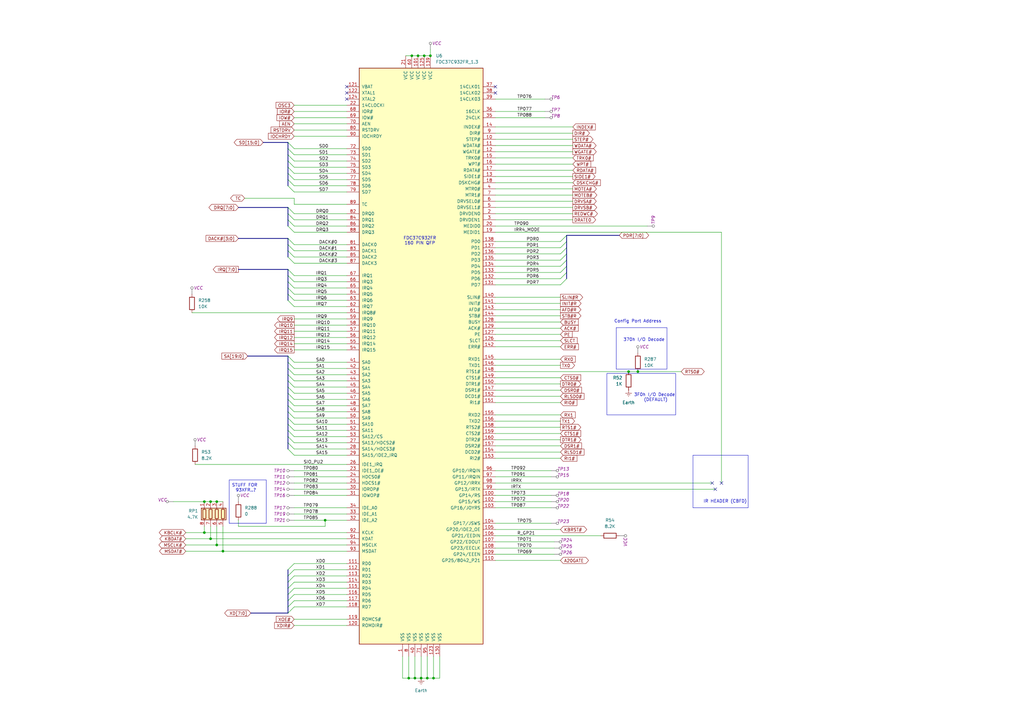
<source format=kicad_sch>
(kicad_sch
	(version 20241004)
	(generator "eeschema")
	(generator_version "8.99")
	(uuid "c21d09c4-6e55-413b-846c-46e45027be87")
	(paper "A3")
	(title_block
		(date "Thursday, April 09, 1998")
		(rev "1.0")
	)
	(lib_symbols
		(symbol "Device:R"
			(pin_numbers
				(hide yes)
			)
			(pin_names
				(offset 0)
			)
			(exclude_from_sim no)
			(in_bom yes)
			(on_board yes)
			(property "Reference" "R"
				(at 2.032 0 90)
				(effects
					(font
						(size 1.27 1.27)
					)
				)
			)
			(property "Value" "R"
				(at 0 0 90)
				(effects
					(font
						(size 1.27 1.27)
					)
				)
			)
			(property "Footprint" ""
				(at -1.778 0 90)
				(effects
					(font
						(size 1.27 1.27)
					)
					(hide yes)
				)
			)
			(property "Datasheet" "~"
				(at 0 0 0)
				(effects
					(font
						(size 1.27 1.27)
					)
					(hide yes)
				)
			)
			(property "Description" "Resistor"
				(at 0 0 0)
				(effects
					(font
						(size 1.27 1.27)
					)
					(hide yes)
				)
			)
			(property "ki_keywords" "R res resistor"
				(at 0 0 0)
				(effects
					(font
						(size 1.27 1.27)
					)
					(hide yes)
				)
			)
			(property "ki_fp_filters" "R_*"
				(at 0 0 0)
				(effects
					(font
						(size 1.27 1.27)
					)
					(hide yes)
				)
			)
			(symbol "R_0_1"
				(rectangle
					(start -1.016 -2.54)
					(end 1.016 2.54)
					(stroke
						(width 0.254)
						(type default)
					)
					(fill
						(type none)
					)
				)
			)
			(symbol "R_1_1"
				(pin passive line
					(at 0 3.81 270)
					(length 1.27)
					(name "~"
						(effects
							(font
								(size 1.27 1.27)
							)
						)
					)
					(number "1"
						(effects
							(font
								(size 1.27 1.27)
							)
						)
					)
				)
				(pin passive line
					(at 0 -3.81 90)
					(length 1.27)
					(name "~"
						(effects
							(font
								(size 1.27 1.27)
							)
						)
					)
					(number "2"
						(effects
							(font
								(size 1.27 1.27)
							)
						)
					)
				)
			)
			(embedded_fonts no)
		)
		(symbol "Device:R_Pack04"
			(pin_names
				(offset 0)
				(hide yes)
			)
			(exclude_from_sim no)
			(in_bom yes)
			(on_board yes)
			(property "Reference" "RN"
				(at -7.62 0 90)
				(effects
					(font
						(size 1.27 1.27)
					)
				)
			)
			(property "Value" "R_Pack04"
				(at 5.08 0 90)
				(effects
					(font
						(size 1.27 1.27)
					)
				)
			)
			(property "Footprint" ""
				(at 6.985 0 90)
				(effects
					(font
						(size 1.27 1.27)
					)
					(hide yes)
				)
			)
			(property "Datasheet" "~"
				(at 0 0 0)
				(effects
					(font
						(size 1.27 1.27)
					)
					(hide yes)
				)
			)
			(property "Description" "4 resistor network, parallel topology"
				(at 0 0 0)
				(effects
					(font
						(size 1.27 1.27)
					)
					(hide yes)
				)
			)
			(property "ki_keywords" "R network parallel topology isolated"
				(at 0 0 0)
				(effects
					(font
						(size 1.27 1.27)
					)
					(hide yes)
				)
			)
			(property "ki_fp_filters" "DIP* SOIC* R*Array*Concave* R*Array*Convex* MSOP*"
				(at 0 0 0)
				(effects
					(font
						(size 1.27 1.27)
					)
					(hide yes)
				)
			)
			(symbol "R_Pack04_0_1"
				(rectangle
					(start -6.35 -2.413)
					(end 3.81 2.413)
					(stroke
						(width 0.254)
						(type default)
					)
					(fill
						(type background)
					)
				)
				(rectangle
					(start -5.715 1.905)
					(end -4.445 -1.905)
					(stroke
						(width 0.254)
						(type default)
					)
					(fill
						(type none)
					)
				)
				(polyline
					(pts
						(xy -5.08 1.905) (xy -5.08 2.54)
					)
					(stroke
						(width 0)
						(type default)
					)
					(fill
						(type none)
					)
				)
				(polyline
					(pts
						(xy -5.08 -2.54) (xy -5.08 -1.905)
					)
					(stroke
						(width 0)
						(type default)
					)
					(fill
						(type none)
					)
				)
				(rectangle
					(start -3.175 1.905)
					(end -1.905 -1.905)
					(stroke
						(width 0.254)
						(type default)
					)
					(fill
						(type none)
					)
				)
				(polyline
					(pts
						(xy -2.54 1.905) (xy -2.54 2.54)
					)
					(stroke
						(width 0)
						(type default)
					)
					(fill
						(type none)
					)
				)
				(polyline
					(pts
						(xy -2.54 -2.54) (xy -2.54 -1.905)
					)
					(stroke
						(width 0)
						(type default)
					)
					(fill
						(type none)
					)
				)
				(rectangle
					(start -0.635 1.905)
					(end 0.635 -1.905)
					(stroke
						(width 0.254)
						(type default)
					)
					(fill
						(type none)
					)
				)
				(polyline
					(pts
						(xy 0 1.905) (xy 0 2.54)
					)
					(stroke
						(width 0)
						(type default)
					)
					(fill
						(type none)
					)
				)
				(polyline
					(pts
						(xy 0 -2.54) (xy 0 -1.905)
					)
					(stroke
						(width 0)
						(type default)
					)
					(fill
						(type none)
					)
				)
				(rectangle
					(start 1.905 1.905)
					(end 3.175 -1.905)
					(stroke
						(width 0.254)
						(type default)
					)
					(fill
						(type none)
					)
				)
				(polyline
					(pts
						(xy 2.54 1.905) (xy 2.54 2.54)
					)
					(stroke
						(width 0)
						(type default)
					)
					(fill
						(type none)
					)
				)
				(polyline
					(pts
						(xy 2.54 -2.54) (xy 2.54 -1.905)
					)
					(stroke
						(width 0)
						(type default)
					)
					(fill
						(type none)
					)
				)
			)
			(symbol "R_Pack04_1_1"
				(pin passive line
					(at -5.08 5.08 270)
					(length 2.54)
					(name "R1.2"
						(effects
							(font
								(size 1.27 1.27)
							)
						)
					)
					(number "8"
						(effects
							(font
								(size 1.27 1.27)
							)
						)
					)
				)
				(pin passive line
					(at -5.08 -5.08 90)
					(length 2.54)
					(name "R1.1"
						(effects
							(font
								(size 1.27 1.27)
							)
						)
					)
					(number "1"
						(effects
							(font
								(size 1.27 1.27)
							)
						)
					)
				)
				(pin passive line
					(at -2.54 5.08 270)
					(length 2.54)
					(name "R2.2"
						(effects
							(font
								(size 1.27 1.27)
							)
						)
					)
					(number "7"
						(effects
							(font
								(size 1.27 1.27)
							)
						)
					)
				)
				(pin passive line
					(at -2.54 -5.08 90)
					(length 2.54)
					(name "R2.1"
						(effects
							(font
								(size 1.27 1.27)
							)
						)
					)
					(number "2"
						(effects
							(font
								(size 1.27 1.27)
							)
						)
					)
				)
				(pin passive line
					(at 0 5.08 270)
					(length 2.54)
					(name "R3.2"
						(effects
							(font
								(size 1.27 1.27)
							)
						)
					)
					(number "6"
						(effects
							(font
								(size 1.27 1.27)
							)
						)
					)
				)
				(pin passive line
					(at 0 -5.08 90)
					(length 2.54)
					(name "R3.1"
						(effects
							(font
								(size 1.27 1.27)
							)
						)
					)
					(number "3"
						(effects
							(font
								(size 1.27 1.27)
							)
						)
					)
				)
				(pin passive line
					(at 2.54 5.08 270)
					(length 2.54)
					(name "R4.2"
						(effects
							(font
								(size 1.27 1.27)
							)
						)
					)
					(number "5"
						(effects
							(font
								(size 1.27 1.27)
							)
						)
					)
				)
				(pin passive line
					(at 2.54 -5.08 90)
					(length 2.54)
					(name "R4.1"
						(effects
							(font
								(size 1.27 1.27)
							)
						)
					)
					(number "4"
						(effects
							(font
								(size 1.27 1.27)
							)
						)
					)
				)
			)
			(embedded_fonts no)
		)
		(symbol "P2-3_era:FDC37C932FR_1.3"
			(pin_names
				(offset 1.016)
			)
			(exclude_from_sim no)
			(in_bom yes)
			(on_board yes)
			(property "Reference" "U8"
				(at -28.575 23.495 0)
				(effects
					(font
						(size 1.27 1.27)
					)
				)
			)
			(property "Value" "FDC37C932FR_1.3"
				(at -28.575 20.955 0)
				(effects
					(font
						(size 1.27 1.27)
					)
				)
			)
			(property "Footprint" ""
				(at -74.13 173.31 0)
				(effects
					(font
						(size 1.27 1.27)
					)
					(hide yes)
				)
			)
			(property "Datasheet" "blah"
				(at -44.45 173.99 0)
				(effects
					(font
						(size 1.27 1.27)
					)
					(hide yes)
				)
			)
			(property "Description" "blah"
				(at -29.718 194.31 0)
				(effects
					(font
						(size 1.27 1.27)
					)
					(hide yes)
				)
			)
			(property "ki_keywords" "AGP1"
				(at 0 0 0)
				(effects
					(font
						(size 1.27 1.27)
					)
					(hide yes)
				)
			)
			(property "ki_fp_filters" "DIP* PDIP*"
				(at 0 0 0)
				(effects
					(font
						(size 1.27 1.27)
					)
					(hide yes)
				)
			)
			(symbol "FDC37C932FR_1.3_0_1"
				(rectangle
					(start -54.61 60.96)
					(end -3.81 -175.26)
					(stroke
						(width 0.254)
						(type default)
					)
					(fill
						(type background)
					)
				)
			)
			(symbol "FDC37C932FR_1.3_1_1"
				(pin input line
					(at -59.69 53.34 0)
					(length 5.08)
					(name "VBAT"
						(effects
							(font
								(size 1.27 1.27)
							)
						)
					)
					(number "121"
						(effects
							(font
								(size 1.27 1.27)
							)
						)
					)
				)
				(pin input line
					(at -59.69 50.8 0)
					(length 5.08)
					(name "XTAL1"
						(effects
							(font
								(size 1.27 1.27)
							)
						)
					)
					(number "122"
						(effects
							(font
								(size 1.27 1.27)
							)
						)
					)
				)
				(pin input line
					(at -59.69 48.26 0)
					(length 5.08)
					(name "XTAL2"
						(effects
							(font
								(size 1.27 1.27)
							)
						)
					)
					(number "124"
						(effects
							(font
								(size 1.27 1.27)
							)
						)
					)
				)
				(pin input line
					(at -59.69 45.72 0)
					(length 5.08)
					(name "14CLOCKI"
						(effects
							(font
								(size 1.27 1.27)
							)
						)
					)
					(number "22"
						(effects
							(font
								(size 1.27 1.27)
							)
						)
					)
				)
				(pin input line
					(at -59.69 43.18 0)
					(length 5.08)
					(name "IOR#"
						(effects
							(font
								(size 1.27 1.27)
							)
						)
					)
					(number "68"
						(effects
							(font
								(size 1.27 1.27)
							)
						)
					)
				)
				(pin input line
					(at -59.69 40.64 0)
					(length 5.08)
					(name "IOW#"
						(effects
							(font
								(size 1.27 1.27)
							)
						)
					)
					(number "69"
						(effects
							(font
								(size 1.27 1.27)
							)
						)
					)
				)
				(pin input line
					(at -59.69 38.1 0)
					(length 5.08)
					(name "AEN"
						(effects
							(font
								(size 1.27 1.27)
							)
						)
					)
					(number "70"
						(effects
							(font
								(size 1.27 1.27)
							)
						)
					)
				)
				(pin input line
					(at -59.69 35.56 0)
					(length 5.08)
					(name "RSTDRV"
						(effects
							(font
								(size 1.27 1.27)
							)
						)
					)
					(number "80"
						(effects
							(font
								(size 1.27 1.27)
							)
						)
					)
				)
				(pin input line
					(at -59.69 33.02 0)
					(length 5.08)
					(name "IOCHRDY"
						(effects
							(font
								(size 1.27 1.27)
							)
						)
					)
					(number "90"
						(effects
							(font
								(size 1.27 1.27)
							)
						)
					)
				)
				(pin bidirectional line
					(at -59.69 27.94 0)
					(length 5.08)
					(name "SD0"
						(effects
							(font
								(size 1.27 1.27)
							)
						)
					)
					(number "72"
						(effects
							(font
								(size 1.27 1.27)
							)
						)
					)
				)
				(pin bidirectional line
					(at -59.69 25.4 0)
					(length 5.08)
					(name "SD1"
						(effects
							(font
								(size 1.27 1.27)
							)
						)
					)
					(number "73"
						(effects
							(font
								(size 1.27 1.27)
							)
						)
					)
				)
				(pin bidirectional line
					(at -59.69 22.86 0)
					(length 5.08)
					(name "SD2"
						(effects
							(font
								(size 1.27 1.27)
							)
						)
					)
					(number "74"
						(effects
							(font
								(size 1.27 1.27)
							)
						)
					)
				)
				(pin bidirectional line
					(at -59.69 20.32 0)
					(length 5.08)
					(name "SD3"
						(effects
							(font
								(size 1.27 1.27)
							)
						)
					)
					(number "75"
						(effects
							(font
								(size 1.27 1.27)
							)
						)
					)
				)
				(pin bidirectional line
					(at -59.69 17.78 0)
					(length 5.08)
					(name "SD4"
						(effects
							(font
								(size 1.27 1.27)
							)
						)
					)
					(number "76"
						(effects
							(font
								(size 1.27 1.27)
							)
						)
					)
				)
				(pin bidirectional line
					(at -59.69 15.24 0)
					(length 5.08)
					(name "SD5"
						(effects
							(font
								(size 1.27 1.27)
							)
						)
					)
					(number "77"
						(effects
							(font
								(size 1.27 1.27)
							)
						)
					)
				)
				(pin bidirectional line
					(at -59.69 12.7 0)
					(length 5.08)
					(name "SD6"
						(effects
							(font
								(size 1.27 1.27)
							)
						)
					)
					(number "78"
						(effects
							(font
								(size 1.27 1.27)
							)
						)
					)
				)
				(pin bidirectional line
					(at -59.69 10.16 0)
					(length 5.08)
					(name "SD7"
						(effects
							(font
								(size 1.27 1.27)
							)
						)
					)
					(number "79"
						(effects
							(font
								(size 1.27 1.27)
							)
						)
					)
				)
				(pin bidirectional line
					(at -59.69 5.08 0)
					(length 5.08)
					(name "TC"
						(effects
							(font
								(size 1.27 1.27)
							)
						)
					)
					(number "89"
						(effects
							(font
								(size 1.27 1.27)
							)
						)
					)
				)
				(pin output line
					(at -59.69 1.27 0)
					(length 5.08)
					(name "DRQ0"
						(effects
							(font
								(size 1.27 1.27)
							)
						)
					)
					(number "82"
						(effects
							(font
								(size 1.27 1.27)
							)
						)
					)
				)
				(pin output line
					(at -59.69 -1.27 0)
					(length 5.08)
					(name "DRQ1"
						(effects
							(font
								(size 1.27 1.27)
							)
						)
					)
					(number "84"
						(effects
							(font
								(size 1.27 1.27)
							)
						)
					)
				)
				(pin output line
					(at -59.69 -3.81 0)
					(length 5.08)
					(name "DRQ2"
						(effects
							(font
								(size 1.27 1.27)
							)
						)
					)
					(number "86"
						(effects
							(font
								(size 1.27 1.27)
							)
						)
					)
				)
				(pin output line
					(at -59.69 -6.35 0)
					(length 5.08)
					(name "DRQ3"
						(effects
							(font
								(size 1.27 1.27)
							)
						)
					)
					(number "88"
						(effects
							(font
								(size 1.27 1.27)
							)
						)
					)
				)
				(pin input line
					(at -59.69 -11.43 0)
					(length 5.08)
					(name "DACK0"
						(effects
							(font
								(size 1.27 1.27)
							)
						)
					)
					(number "81"
						(effects
							(font
								(size 1.27 1.27)
							)
						)
					)
				)
				(pin input line
					(at -59.69 -13.97 0)
					(length 5.08)
					(name "DACK1"
						(effects
							(font
								(size 1.27 1.27)
							)
						)
					)
					(number "83"
						(effects
							(font
								(size 1.27 1.27)
							)
						)
					)
				)
				(pin input line
					(at -59.69 -16.51 0)
					(length 5.08)
					(name "DACK2"
						(effects
							(font
								(size 1.27 1.27)
							)
						)
					)
					(number "85"
						(effects
							(font
								(size 1.27 1.27)
							)
						)
					)
				)
				(pin input line
					(at -59.69 -19.05 0)
					(length 5.08)
					(name "DACK3"
						(effects
							(font
								(size 1.27 1.27)
							)
						)
					)
					(number "87"
						(effects
							(font
								(size 1.27 1.27)
							)
						)
					)
				)
				(pin output line
					(at -59.69 -24.13 0)
					(length 5.08)
					(name "IRQ1"
						(effects
							(font
								(size 1.27 1.27)
							)
						)
					)
					(number "67"
						(effects
							(font
								(size 1.27 1.27)
							)
						)
					)
				)
				(pin output line
					(at -59.69 -26.67 0)
					(length 5.08)
					(name "IRQ3"
						(effects
							(font
								(size 1.27 1.27)
							)
						)
					)
					(number "66"
						(effects
							(font
								(size 1.27 1.27)
							)
						)
					)
				)
				(pin output line
					(at -59.69 -29.21 0)
					(length 5.08)
					(name "IRQ4"
						(effects
							(font
								(size 1.27 1.27)
							)
						)
					)
					(number "65"
						(effects
							(font
								(size 1.27 1.27)
							)
						)
					)
				)
				(pin output line
					(at -59.69 -31.75 0)
					(length 5.08)
					(name "IRQ5"
						(effects
							(font
								(size 1.27 1.27)
							)
						)
					)
					(number "64"
						(effects
							(font
								(size 1.27 1.27)
							)
						)
					)
				)
				(pin output line
					(at -59.69 -34.29 0)
					(length 5.08)
					(name "IRQ6"
						(effects
							(font
								(size 1.27 1.27)
							)
						)
					)
					(number "63"
						(effects
							(font
								(size 1.27 1.27)
							)
						)
					)
				)
				(pin output line
					(at -59.69 -36.83 0)
					(length 5.08)
					(name "IRQ7"
						(effects
							(font
								(size 1.27 1.27)
							)
						)
					)
					(number "62"
						(effects
							(font
								(size 1.27 1.27)
							)
						)
					)
				)
				(pin output line
					(at -59.69 -39.37 0)
					(length 5.08)
					(name "IRQ8#"
						(effects
							(font
								(size 1.27 1.27)
							)
						)
					)
					(number "61"
						(effects
							(font
								(size 1.27 1.27)
							)
						)
					)
				)
				(pin output line
					(at -59.69 -41.91 0)
					(length 5.08)
					(name "IRQ9"
						(effects
							(font
								(size 1.27 1.27)
							)
						)
					)
					(number "59"
						(effects
							(font
								(size 1.27 1.27)
							)
						)
					)
				)
				(pin output line
					(at -59.69 -44.45 0)
					(length 5.08)
					(name "IRQ10"
						(effects
							(font
								(size 1.27 1.27)
							)
						)
					)
					(number "58"
						(effects
							(font
								(size 1.27 1.27)
							)
						)
					)
				)
				(pin output line
					(at -59.69 -46.99 0)
					(length 5.08)
					(name "IRQ11"
						(effects
							(font
								(size 1.27 1.27)
							)
						)
					)
					(number "57"
						(effects
							(font
								(size 1.27 1.27)
							)
						)
					)
				)
				(pin output line
					(at -59.69 -49.53 0)
					(length 5.08)
					(name "IRQ12"
						(effects
							(font
								(size 1.27 1.27)
							)
						)
					)
					(number "56"
						(effects
							(font
								(size 1.27 1.27)
							)
						)
					)
				)
				(pin output line
					(at -59.69 -52.07 0)
					(length 5.08)
					(name "IRQ14"
						(effects
							(font
								(size 1.27 1.27)
							)
						)
					)
					(number "55"
						(effects
							(font
								(size 1.27 1.27)
							)
						)
					)
				)
				(pin output line
					(at -59.69 -54.61 0)
					(length 5.08)
					(name "IRQ15"
						(effects
							(font
								(size 1.27 1.27)
							)
						)
					)
					(number "54"
						(effects
							(font
								(size 1.27 1.27)
							)
						)
					)
				)
				(pin bidirectional line
					(at -59.69 -59.69 0)
					(length 5.08)
					(name "SA0"
						(effects
							(font
								(size 1.27 1.27)
							)
						)
					)
					(number "41"
						(effects
							(font
								(size 1.27 1.27)
							)
						)
					)
				)
				(pin bidirectional line
					(at -59.69 -62.23 0)
					(length 5.08)
					(name "SA1"
						(effects
							(font
								(size 1.27 1.27)
							)
						)
					)
					(number "42"
						(effects
							(font
								(size 1.27 1.27)
							)
						)
					)
				)
				(pin bidirectional line
					(at -59.69 -64.77 0)
					(length 5.08)
					(name "SA2"
						(effects
							(font
								(size 1.27 1.27)
							)
						)
					)
					(number "43"
						(effects
							(font
								(size 1.27 1.27)
							)
						)
					)
				)
				(pin bidirectional line
					(at -59.69 -67.31 0)
					(length 5.08)
					(name "SA3"
						(effects
							(font
								(size 1.27 1.27)
							)
						)
					)
					(number "44"
						(effects
							(font
								(size 1.27 1.27)
							)
						)
					)
				)
				(pin bidirectional line
					(at -59.69 -69.85 0)
					(length 5.08)
					(name "SA4"
						(effects
							(font
								(size 1.27 1.27)
							)
						)
					)
					(number "45"
						(effects
							(font
								(size 1.27 1.27)
							)
						)
					)
				)
				(pin bidirectional line
					(at -59.69 -72.39 0)
					(length 5.08)
					(name "SA5"
						(effects
							(font
								(size 1.27 1.27)
							)
						)
					)
					(number "46"
						(effects
							(font
								(size 1.27 1.27)
							)
						)
					)
				)
				(pin bidirectional line
					(at -59.69 -74.93 0)
					(length 5.08)
					(name "SA6"
						(effects
							(font
								(size 1.27 1.27)
							)
						)
					)
					(number "47"
						(effects
							(font
								(size 1.27 1.27)
							)
						)
					)
				)
				(pin bidirectional line
					(at -59.69 -77.47 0)
					(length 5.08)
					(name "SA7"
						(effects
							(font
								(size 1.27 1.27)
							)
						)
					)
					(number "48"
						(effects
							(font
								(size 1.27 1.27)
							)
						)
					)
				)
				(pin bidirectional line
					(at -59.69 -80.01 0)
					(length 5.08)
					(name "SA8"
						(effects
							(font
								(size 1.27 1.27)
							)
						)
					)
					(number "49"
						(effects
							(font
								(size 1.27 1.27)
							)
						)
					)
				)
				(pin bidirectional line
					(at -59.69 -82.55 0)
					(length 5.08)
					(name "SA9"
						(effects
							(font
								(size 1.27 1.27)
							)
						)
					)
					(number "50"
						(effects
							(font
								(size 1.27 1.27)
							)
						)
					)
				)
				(pin bidirectional line
					(at -59.69 -85.09 0)
					(length 5.08)
					(name "SA10"
						(effects
							(font
								(size 1.27 1.27)
							)
						)
					)
					(number "51"
						(effects
							(font
								(size 1.27 1.27)
							)
						)
					)
				)
				(pin bidirectional line
					(at -59.69 -87.63 0)
					(length 5.08)
					(name "SA11"
						(effects
							(font
								(size 1.27 1.27)
							)
						)
					)
					(number "52"
						(effects
							(font
								(size 1.27 1.27)
							)
						)
					)
				)
				(pin bidirectional line
					(at -59.69 -90.17 0)
					(length 5.08)
					(name "SA12/CS"
						(effects
							(font
								(size 1.27 1.27)
							)
						)
					)
					(number "53"
						(effects
							(font
								(size 1.27 1.27)
							)
						)
					)
				)
				(pin bidirectional line
					(at -59.69 -92.71 0)
					(length 5.08)
					(name "SA13/HDCS2#"
						(effects
							(font
								(size 1.27 1.27)
							)
						)
					)
					(number "27"
						(effects
							(font
								(size 1.27 1.27)
							)
						)
					)
				)
				(pin bidirectional line
					(at -59.69 -95.25 0)
					(length 5.08)
					(name "SA14/HDCS3#"
						(effects
							(font
								(size 1.27 1.27)
							)
						)
					)
					(number "28"
						(effects
							(font
								(size 1.27 1.27)
							)
						)
					)
				)
				(pin bidirectional line
					(at -59.69 -97.79 0)
					(length 5.08)
					(name "SA15/IDE2_IRQ"
						(effects
							(font
								(size 1.27 1.27)
							)
						)
					)
					(number "29"
						(effects
							(font
								(size 1.27 1.27)
							)
						)
					)
				)
				(pin unspecified line
					(at -59.69 -101.6 0)
					(length 5.08)
					(name "IDE1_IRQ"
						(effects
							(font
								(size 1.27 1.27)
							)
						)
					)
					(number "26"
						(effects
							(font
								(size 1.27 1.27)
							)
						)
					)
				)
				(pin unspecified line
					(at -59.69 -104.14 0)
					(length 5.08)
					(name "IDE1_OE#"
						(effects
							(font
								(size 1.27 1.27)
							)
						)
					)
					(number "23"
						(effects
							(font
								(size 1.27 1.27)
							)
						)
					)
				)
				(pin unspecified line
					(at -59.69 -106.68 0)
					(length 5.08)
					(name "HDCS0#"
						(effects
							(font
								(size 1.27 1.27)
							)
						)
					)
					(number "24"
						(effects
							(font
								(size 1.27 1.27)
							)
						)
					)
				)
				(pin unspecified line
					(at -59.69 -109.22 0)
					(length 5.08)
					(name "HDCS1#"
						(effects
							(font
								(size 1.27 1.27)
							)
						)
					)
					(number "25"
						(effects
							(font
								(size 1.27 1.27)
							)
						)
					)
				)
				(pin unspecified line
					(at -59.69 -111.76 0)
					(length 5.08)
					(name "IOROP#"
						(effects
							(font
								(size 1.27 1.27)
							)
						)
					)
					(number "30"
						(effects
							(font
								(size 1.27 1.27)
							)
						)
					)
				)
				(pin unspecified line
					(at -59.69 -114.3 0)
					(length 5.08)
					(name "IOWOP#"
						(effects
							(font
								(size 1.27 1.27)
							)
						)
					)
					(number "31"
						(effects
							(font
								(size 1.27 1.27)
							)
						)
					)
				)
				(pin unspecified line
					(at -59.69 -119.38 0)
					(length 5.08)
					(name "IDE_A0"
						(effects
							(font
								(size 1.27 1.27)
							)
						)
					)
					(number "34"
						(effects
							(font
								(size 1.27 1.27)
							)
						)
					)
				)
				(pin unspecified line
					(at -59.69 -121.92 0)
					(length 5.08)
					(name "IDE_A1"
						(effects
							(font
								(size 1.27 1.27)
							)
						)
					)
					(number "33"
						(effects
							(font
								(size 1.27 1.27)
							)
						)
					)
				)
				(pin unspecified line
					(at -59.69 -124.46 0)
					(length 5.08)
					(name "IDE_A2"
						(effects
							(font
								(size 1.27 1.27)
							)
						)
					)
					(number "32"
						(effects
							(font
								(size 1.27 1.27)
							)
						)
					)
				)
				(pin bidirectional line
					(at -59.69 -129.54 0)
					(length 5.08)
					(name "KCLK"
						(effects
							(font
								(size 1.27 1.27)
							)
						)
					)
					(number "92"
						(effects
							(font
								(size 1.27 1.27)
							)
						)
					)
				)
				(pin bidirectional line
					(at -59.69 -132.08 0)
					(length 5.08)
					(name "KDAT"
						(effects
							(font
								(size 1.27 1.27)
							)
						)
					)
					(number "91"
						(effects
							(font
								(size 1.27 1.27)
							)
						)
					)
				)
				(pin bidirectional line
					(at -59.69 -134.62 0)
					(length 5.08)
					(name "MSCLK"
						(effects
							(font
								(size 1.27 1.27)
							)
						)
					)
					(number "94"
						(effects
							(font
								(size 1.27 1.27)
							)
						)
					)
				)
				(pin bidirectional line
					(at -59.69 -137.16 0)
					(length 5.08)
					(name "MSDAT"
						(effects
							(font
								(size 1.27 1.27)
							)
						)
					)
					(number "93"
						(effects
							(font
								(size 1.27 1.27)
							)
						)
					)
				)
				(pin bidirectional line
					(at -59.69 -142.24 0)
					(length 5.08)
					(name "RD0"
						(effects
							(font
								(size 1.27 1.27)
							)
						)
					)
					(number "111"
						(effects
							(font
								(size 1.27 1.27)
							)
						)
					)
				)
				(pin bidirectional line
					(at -59.69 -144.78 0)
					(length 5.08)
					(name "RD1"
						(effects
							(font
								(size 1.27 1.27)
							)
						)
					)
					(number "112"
						(effects
							(font
								(size 1.27 1.27)
							)
						)
					)
				)
				(pin bidirectional line
					(at -59.69 -147.32 0)
					(length 5.08)
					(name "RD2"
						(effects
							(font
								(size 1.27 1.27)
							)
						)
					)
					(number "113"
						(effects
							(font
								(size 1.27 1.27)
							)
						)
					)
				)
				(pin bidirectional line
					(at -59.69 -149.86 0)
					(length 5.08)
					(name "RD3"
						(effects
							(font
								(size 1.27 1.27)
							)
						)
					)
					(number "114"
						(effects
							(font
								(size 1.27 1.27)
							)
						)
					)
				)
				(pin bidirectional line
					(at -59.69 -152.4 0)
					(length 5.08)
					(name "RD4"
						(effects
							(font
								(size 1.27 1.27)
							)
						)
					)
					(number "115"
						(effects
							(font
								(size 1.27 1.27)
							)
						)
					)
				)
				(pin bidirectional line
					(at -59.69 -154.94 0)
					(length 5.08)
					(name "RD5"
						(effects
							(font
								(size 1.27 1.27)
							)
						)
					)
					(number "116"
						(effects
							(font
								(size 1.27 1.27)
							)
						)
					)
				)
				(pin bidirectional line
					(at -59.69 -157.48 0)
					(length 5.08)
					(name "RD6"
						(effects
							(font
								(size 1.27 1.27)
							)
						)
					)
					(number "117"
						(effects
							(font
								(size 1.27 1.27)
							)
						)
					)
				)
				(pin bidirectional line
					(at -59.69 -160.02 0)
					(length 5.08)
					(name "RD7"
						(effects
							(font
								(size 1.27 1.27)
							)
						)
					)
					(number "118"
						(effects
							(font
								(size 1.27 1.27)
							)
						)
					)
				)
				(pin input line
					(at -59.69 -165.1 0)
					(length 5.08)
					(name "ROMCS#"
						(effects
							(font
								(size 1.27 1.27)
							)
						)
					)
					(number "119"
						(effects
							(font
								(size 1.27 1.27)
							)
						)
					)
				)
				(pin input line
					(at -59.69 -167.64 0)
					(length 5.08)
					(name "ROMDIR#"
						(effects
							(font
								(size 1.27 1.27)
							)
						)
					)
					(number "120"
						(effects
							(font
								(size 1.27 1.27)
							)
						)
					)
				)
				(pin power_out line
					(at -36.83 -180.34 90)
					(length 5.08)
					(name "VSS"
						(effects
							(font
								(size 1.27 1.27)
							)
						)
					)
					(number "1"
						(effects
							(font
								(size 1.27 1.27)
							)
						)
					)
				)
				(pin power_in line
					(at -35.56 66.04 270)
					(length 5.08)
					(name "VCC"
						(effects
							(font
								(size 1.27 1.27)
							)
						)
					)
					(number "21"
						(effects
							(font
								(size 1.27 1.27)
							)
						)
					)
				)
				(pin power_out line
					(at -34.29 -180.34 90)
					(length 5.08)
					(name "VSS"
						(effects
							(font
								(size 1.27 1.27)
							)
						)
					)
					(number "8"
						(effects
							(font
								(size 1.27 1.27)
							)
						)
					)
				)
				(pin power_in line
					(at -33.02 66.04 270)
					(length 5.08)
					(name "VCC"
						(effects
							(font
								(size 1.27 1.27)
							)
						)
					)
					(number "60"
						(effects
							(font
								(size 1.27 1.27)
							)
						)
					)
				)
				(pin power_out line
					(at -31.75 -180.34 90)
					(length 5.08)
					(name "VSS"
						(effects
							(font
								(size 1.27 1.27)
							)
						)
					)
					(number "40"
						(effects
							(font
								(size 1.27 1.27)
							)
						)
					)
				)
				(pin power_in line
					(at -30.48 66.04 270)
					(length 5.08)
					(name "VCC"
						(effects
							(font
								(size 1.27 1.27)
							)
						)
					)
					(number "101"
						(effects
							(font
								(size 1.27 1.27)
							)
						)
					)
				)
				(pin power_out line
					(at -29.21 -180.34 90)
					(length 5.08)
					(name "VSS"
						(effects
							(font
								(size 1.27 1.27)
							)
						)
					)
					(number "71"
						(effects
							(font
								(size 1.27 1.27)
							)
						)
					)
				)
				(pin power_in line
					(at -27.94 66.04 270)
					(length 5.08)
					(name "VCC"
						(effects
							(font
								(size 1.27 1.27)
							)
						)
					)
					(number "125"
						(effects
							(font
								(size 1.27 1.27)
							)
						)
					)
				)
				(pin power_out line
					(at -26.67 -180.34 90)
					(length 5.08)
					(name "VSS"
						(effects
							(font
								(size 1.27 1.27)
							)
						)
					)
					(number "95"
						(effects
							(font
								(size 1.27 1.27)
							)
						)
					)
				)
				(pin power_in line
					(at -25.4 66.04 270)
					(length 5.08)
					(name "VCC"
						(effects
							(font
								(size 1.27 1.27)
							)
						)
					)
					(number "139"
						(effects
							(font
								(size 1.27 1.27)
							)
						)
					)
				)
				(pin power_out line
					(at -24.13 -180.34 90)
					(length 5.08)
					(name "VSS"
						(effects
							(font
								(size 1.27 1.27)
							)
						)
					)
					(number "123"
						(effects
							(font
								(size 1.27 1.27)
							)
						)
					)
				)
				(pin power_out line
					(at -21.59 -180.34 90)
					(length 5.08)
					(name "VSS"
						(effects
							(font
								(size 1.27 1.27)
							)
						)
					)
					(number "130"
						(effects
							(font
								(size 1.27 1.27)
							)
						)
					)
				)
				(pin unspecified line
					(at 1.27 53.34 180)
					(length 5.08)
					(name "14CLK01"
						(effects
							(font
								(size 1.27 1.27)
							)
						)
					)
					(number "37"
						(effects
							(font
								(size 1.27 1.27)
							)
						)
					)
				)
				(pin unspecified line
					(at 1.27 50.8 180)
					(length 5.08)
					(name "14CLK02"
						(effects
							(font
								(size 1.27 1.27)
							)
						)
					)
					(number "38"
						(effects
							(font
								(size 1.27 1.27)
							)
						)
					)
				)
				(pin unspecified line
					(at 1.27 48.26 180)
					(length 5.08)
					(name "14CLK03"
						(effects
							(font
								(size 1.27 1.27)
							)
						)
					)
					(number "39"
						(effects
							(font
								(size 1.27 1.27)
							)
						)
					)
				)
				(pin unspecified line
					(at 1.27 43.18 180)
					(length 5.08)
					(name "16CLK"
						(effects
							(font
								(size 1.27 1.27)
							)
						)
					)
					(number "36"
						(effects
							(font
								(size 1.27 1.27)
							)
						)
					)
				)
				(pin unspecified line
					(at 1.27 40.64 180)
					(length 5.08)
					(name "24CLK"
						(effects
							(font
								(size 1.27 1.27)
							)
						)
					)
					(number "35"
						(effects
							(font
								(size 1.27 1.27)
							)
						)
					)
				)
				(pin input line
					(at 1.27 36.83 180)
					(length 5.08)
					(name "INDEX#"
						(effects
							(font
								(size 1.27 1.27)
							)
						)
					)
					(number "14"
						(effects
							(font
								(size 1.27 1.27)
							)
						)
					)
				)
				(pin output line
					(at 1.27 34.29 180)
					(length 5.08)
					(name "DIR#"
						(effects
							(font
								(size 1.27 1.27)
							)
						)
					)
					(number "9"
						(effects
							(font
								(size 1.27 1.27)
							)
						)
					)
				)
				(pin output line
					(at 1.27 31.75 180)
					(length 5.08)
					(name "STEP#"
						(effects
							(font
								(size 1.27 1.27)
							)
						)
					)
					(number "10"
						(effects
							(font
								(size 1.27 1.27)
							)
						)
					)
				)
				(pin output line
					(at 1.27 29.21 180)
					(length 5.08)
					(name "WDATA#"
						(effects
							(font
								(size 1.27 1.27)
							)
						)
					)
					(number "11"
						(effects
							(font
								(size 1.27 1.27)
							)
						)
					)
				)
				(pin output line
					(at 1.27 26.67 180)
					(length 5.08)
					(name "WGATE#"
						(effects
							(font
								(size 1.27 1.27)
							)
						)
					)
					(number "12"
						(effects
							(font
								(size 1.27 1.27)
							)
						)
					)
				)
				(pin input line
					(at 1.27 24.13 180)
					(length 5.08)
					(name "TRK0#"
						(effects
							(font
								(size 1.27 1.27)
							)
						)
					)
					(number "15"
						(effects
							(font
								(size 1.27 1.27)
							)
						)
					)
				)
				(pin input line
					(at 1.27 21.59 180)
					(length 5.08)
					(name "WPT#"
						(effects
							(font
								(size 1.27 1.27)
							)
						)
					)
					(number "16"
						(effects
							(font
								(size 1.27 1.27)
							)
						)
					)
				)
				(pin input line
					(at 1.27 19.05 180)
					(length 5.08)
					(name "RDATA#"
						(effects
							(font
								(size 1.27 1.27)
							)
						)
					)
					(number "17"
						(effects
							(font
								(size 1.27 1.27)
							)
						)
					)
				)
				(pin output line
					(at 1.27 16.51 180)
					(length 5.08)
					(name "SIDE1#"
						(effects
							(font
								(size 1.27 1.27)
							)
						)
					)
					(number "13"
						(effects
							(font
								(size 1.27 1.27)
							)
						)
					)
				)
				(pin input line
					(at 1.27 13.97 180)
					(length 5.08)
					(name "DSKCHG#"
						(effects
							(font
								(size 1.27 1.27)
							)
						)
					)
					(number "18"
						(effects
							(font
								(size 1.27 1.27)
							)
						)
					)
				)
				(pin output line
					(at 1.27 11.43 180)
					(length 5.08)
					(name "MTR0#"
						(effects
							(font
								(size 1.27 1.27)
							)
						)
					)
					(number "4"
						(effects
							(font
								(size 1.27 1.27)
							)
						)
					)
				)
				(pin output line
					(at 1.27 8.89 180)
					(length 5.08)
					(name "MTR1#"
						(effects
							(font
								(size 1.27 1.27)
							)
						)
					)
					(number "7"
						(effects
							(font
								(size 1.27 1.27)
							)
						)
					)
				)
				(pin output line
					(at 1.27 6.35 180)
					(length 5.08)
					(name "DRVSEL0#"
						(effects
							(font
								(size 1.27 1.27)
							)
						)
					)
					(number "6"
						(effects
							(font
								(size 1.27 1.27)
							)
						)
					)
				)
				(pin output line
					(at 1.27 3.81 180)
					(length 5.08)
					(name "DRVSEL1#"
						(effects
							(font
								(size 1.27 1.27)
							)
						)
					)
					(number "5"
						(effects
							(font
								(size 1.27 1.27)
							)
						)
					)
				)
				(pin output line
					(at 1.27 1.27 180)
					(length 5.08)
					(name "DRVDEN0"
						(effects
							(font
								(size 1.27 1.27)
							)
						)
					)
					(number "2"
						(effects
							(font
								(size 1.27 1.27)
							)
						)
					)
				)
				(pin output line
					(at 1.27 -1.27 180)
					(length 5.08)
					(name "DRVDEN1"
						(effects
							(font
								(size 1.27 1.27)
							)
						)
					)
					(number "3"
						(effects
							(font
								(size 1.27 1.27)
							)
						)
					)
				)
				(pin unspecified line
					(at 1.27 -3.81 180)
					(length 5.08)
					(name "MEDID0"
						(effects
							(font
								(size 1.27 1.27)
							)
						)
					)
					(number "20"
						(effects
							(font
								(size 1.27 1.27)
							)
						)
					)
				)
				(pin unspecified line
					(at 1.27 -6.35 180)
					(length 5.08)
					(name "MEDID1"
						(effects
							(font
								(size 1.27 1.27)
							)
						)
					)
					(number "19"
						(effects
							(font
								(size 1.27 1.27)
							)
						)
					)
				)
				(pin bidirectional line
					(at 1.27 -10.16 180)
					(length 5.08)
					(name "PD0"
						(effects
							(font
								(size 1.27 1.27)
							)
						)
					)
					(number "138"
						(effects
							(font
								(size 1.27 1.27)
							)
						)
					)
				)
				(pin bidirectional line
					(at 1.27 -12.7 180)
					(length 5.08)
					(name "PD1"
						(effects
							(font
								(size 1.27 1.27)
							)
						)
					)
					(number "137"
						(effects
							(font
								(size 1.27 1.27)
							)
						)
					)
				)
				(pin bidirectional line
					(at 1.27 -15.24 180)
					(length 5.08)
					(name "PD2"
						(effects
							(font
								(size 1.27 1.27)
							)
						)
					)
					(number "136"
						(effects
							(font
								(size 1.27 1.27)
							)
						)
					)
				)
				(pin bidirectional line
					(at 1.27 -17.78 180)
					(length 5.08)
					(name "PD3"
						(effects
							(font
								(size 1.27 1.27)
							)
						)
					)
					(number "135"
						(effects
							(font
								(size 1.27 1.27)
							)
						)
					)
				)
				(pin bidirectional line
					(at 1.27 -20.32 180)
					(length 5.08)
					(name "PD4"
						(effects
							(font
								(size 1.27 1.27)
							)
						)
					)
					(number "134"
						(effects
							(font
								(size 1.27 1.27)
							)
						)
					)
				)
				(pin bidirectional line
					(at 1.27 -22.86 180)
					(length 5.08)
					(name "PD5"
						(effects
							(font
								(size 1.27 1.27)
							)
						)
					)
					(number "133"
						(effects
							(font
								(size 1.27 1.27)
							)
						)
					)
				)
				(pin bidirectional line
					(at 1.27 -25.4 180)
					(length 5.08)
					(name "PD6"
						(effects
							(font
								(size 1.27 1.27)
							)
						)
					)
					(number "132"
						(effects
							(font
								(size 1.27 1.27)
							)
						)
					)
				)
				(pin bidirectional line
					(at 1.27 -27.94 180)
					(length 5.08)
					(name "PD7"
						(effects
							(font
								(size 1.27 1.27)
							)
						)
					)
					(number "131"
						(effects
							(font
								(size 1.27 1.27)
							)
						)
					)
				)
				(pin output line
					(at 1.27 -33.02 180)
					(length 5.08)
					(name "SLIN#"
						(effects
							(font
								(size 1.27 1.27)
							)
						)
					)
					(number "140"
						(effects
							(font
								(size 1.27 1.27)
							)
						)
					)
				)
				(pin output line
					(at 1.27 -35.56 180)
					(length 5.08)
					(name "INIT#"
						(effects
							(font
								(size 1.27 1.27)
							)
						)
					)
					(number "141"
						(effects
							(font
								(size 1.27 1.27)
							)
						)
					)
				)
				(pin output line
					(at 1.27 -38.1 180)
					(length 5.08)
					(name "AFD#"
						(effects
							(font
								(size 1.27 1.27)
							)
						)
					)
					(number "143"
						(effects
							(font
								(size 1.27 1.27)
							)
						)
					)
				)
				(pin output line
					(at 1.27 -40.64 180)
					(length 5.08)
					(name "STB#"
						(effects
							(font
								(size 1.27 1.27)
							)
						)
					)
					(number "144"
						(effects
							(font
								(size 1.27 1.27)
							)
						)
					)
				)
				(pin input line
					(at 1.27 -43.18 180)
					(length 5.08)
					(name "BUSY"
						(effects
							(font
								(size 1.27 1.27)
							)
						)
					)
					(number "128"
						(effects
							(font
								(size 1.27 1.27)
							)
						)
					)
				)
				(pin input line
					(at 1.27 -45.72 180)
					(length 5.08)
					(name "ACK#"
						(effects
							(font
								(size 1.27 1.27)
							)
						)
					)
					(number "129"
						(effects
							(font
								(size 1.27 1.27)
							)
						)
					)
				)
				(pin input line
					(at 1.27 -48.26 180)
					(length 5.08)
					(name "PE"
						(effects
							(font
								(size 1.27 1.27)
							)
						)
					)
					(number "127"
						(effects
							(font
								(size 1.27 1.27)
							)
						)
					)
				)
				(pin input line
					(at 1.27 -50.8 180)
					(length 5.08)
					(name "SLCT"
						(effects
							(font
								(size 1.27 1.27)
							)
						)
					)
					(number "126"
						(effects
							(font
								(size 1.27 1.27)
							)
						)
					)
				)
				(pin input line
					(at 1.27 -53.34 180)
					(length 5.08)
					(name "ERR#"
						(effects
							(font
								(size 1.27 1.27)
							)
						)
					)
					(number "142"
						(effects
							(font
								(size 1.27 1.27)
							)
						)
					)
				)
				(pin input line
					(at 1.27 -58.42 180)
					(length 5.08)
					(name "RXD1"
						(effects
							(font
								(size 1.27 1.27)
							)
						)
					)
					(number "145"
						(effects
							(font
								(size 1.27 1.27)
							)
						)
					)
				)
				(pin output line
					(at 1.27 -60.96 180)
					(length 5.08)
					(name "TXD1"
						(effects
							(font
								(size 1.27 1.27)
							)
						)
					)
					(number "146"
						(effects
							(font
								(size 1.27 1.27)
							)
						)
					)
				)
				(pin unspecified line
					(at 1.27 -63.5 180)
					(length 5.08)
					(name "RTS1#"
						(effects
							(font
								(size 1.27 1.27)
							)
						)
					)
					(number "148"
						(effects
							(font
								(size 1.27 1.27)
							)
						)
					)
				)
				(pin input line
					(at 1.27 -66.04 180)
					(length 5.08)
					(name "CTS1#"
						(effects
							(font
								(size 1.27 1.27)
							)
						)
					)
					(number "149"
						(effects
							(font
								(size 1.27 1.27)
							)
						)
					)
				)
				(pin output line
					(at 1.27 -68.58 180)
					(length 5.08)
					(name "DTR1#"
						(effects
							(font
								(size 1.27 1.27)
							)
						)
					)
					(number "150"
						(effects
							(font
								(size 1.27 1.27)
							)
						)
					)
				)
				(pin output line
					(at 1.27 -71.12 180)
					(length 5.08)
					(name "DSR1#"
						(effects
							(font
								(size 1.27 1.27)
							)
						)
					)
					(number "147"
						(effects
							(font
								(size 1.27 1.27)
							)
						)
					)
				)
				(pin output line
					(at 1.27 -73.66 180)
					(length 5.08)
					(name "DCD1#"
						(effects
							(font
								(size 1.27 1.27)
							)
						)
					)
					(number "152"
						(effects
							(font
								(size 1.27 1.27)
							)
						)
					)
				)
				(pin output line
					(at 1.27 -76.2 180)
					(length 5.08)
					(name "RI1#"
						(effects
							(font
								(size 1.27 1.27)
							)
						)
					)
					(number "151"
						(effects
							(font
								(size 1.27 1.27)
							)
						)
					)
				)
				(pin input line
					(at 1.27 -81.28 180)
					(length 5.08)
					(name "RXD2"
						(effects
							(font
								(size 1.27 1.27)
							)
						)
					)
					(number "155"
						(effects
							(font
								(size 1.27 1.27)
							)
						)
					)
				)
				(pin output line
					(at 1.27 -83.82 180)
					(length 5.08)
					(name "TXD2"
						(effects
							(font
								(size 1.27 1.27)
							)
						)
					)
					(number "156"
						(effects
							(font
								(size 1.27 1.27)
							)
						)
					)
				)
				(pin output line
					(at 1.27 -86.36 180)
					(length 5.08)
					(name "RTS2#"
						(effects
							(font
								(size 1.27 1.27)
							)
						)
					)
					(number "158"
						(effects
							(font
								(size 1.27 1.27)
							)
						)
					)
				)
				(pin input line
					(at 1.27 -88.9 180)
					(length 5.08)
					(name "CTS2#"
						(effects
							(font
								(size 1.27 1.27)
							)
						)
					)
					(number "159"
						(effects
							(font
								(size 1.27 1.27)
							)
						)
					)
				)
				(pin output line
					(at 1.27 -91.44 180)
					(length 5.08)
					(name "DTR2#"
						(effects
							(font
								(size 1.27 1.27)
							)
						)
					)
					(number "160"
						(effects
							(font
								(size 1.27 1.27)
							)
						)
					)
				)
				(pin input line
					(at 1.27 -93.98 180)
					(length 5.08)
					(name "DSR2#"
						(effects
							(font
								(size 1.27 1.27)
							)
						)
					)
					(number "157"
						(effects
							(font
								(size 1.27 1.27)
							)
						)
					)
				)
				(pin input line
					(at 1.27 -96.52 180)
					(length 5.08)
					(name "DCD2#"
						(effects
							(font
								(size 1.27 1.27)
							)
						)
					)
					(number "154"
						(effects
							(font
								(size 1.27 1.27)
							)
						)
					)
				)
				(pin input line
					(at 1.27 -99.06 180)
					(length 5.08)
					(name "RI2#"
						(effects
							(font
								(size 1.27 1.27)
							)
						)
					)
					(number "153"
						(effects
							(font
								(size 1.27 1.27)
							)
						)
					)
				)
				(pin unspecified line
					(at 1.27 -104.14 180)
					(length 5.08)
					(name "GP10/IRQIN"
						(effects
							(font
								(size 1.27 1.27)
							)
						)
					)
					(number "96"
						(effects
							(font
								(size 1.27 1.27)
							)
						)
					)
				)
				(pin unspecified line
					(at 1.27 -106.68 180)
					(length 5.08)
					(name "GP11/IRQIN"
						(effects
							(font
								(size 1.27 1.27)
							)
						)
					)
					(number "97"
						(effects
							(font
								(size 1.27 1.27)
							)
						)
					)
				)
				(pin unspecified line
					(at 1.27 -109.22 180)
					(length 5.08)
					(name "GP12/IRRX"
						(effects
							(font
								(size 1.27 1.27)
							)
						)
					)
					(number "98"
						(effects
							(font
								(size 1.27 1.27)
							)
						)
					)
				)
				(pin unspecified line
					(at 1.27 -111.76 180)
					(length 5.08)
					(name "GP13/IRTX"
						(effects
							(font
								(size 1.27 1.27)
							)
						)
					)
					(number "99"
						(effects
							(font
								(size 1.27 1.27)
							)
						)
					)
				)
				(pin unspecified line
					(at 1.27 -114.3 180)
					(length 5.08)
					(name "GP14/RS"
						(effects
							(font
								(size 1.27 1.27)
							)
						)
					)
					(number "100"
						(effects
							(font
								(size 1.27 1.27)
							)
						)
					)
				)
				(pin unspecified line
					(at 1.27 -116.84 180)
					(length 5.08)
					(name "GP15/WS"
						(effects
							(font
								(size 1.27 1.27)
							)
						)
					)
					(number "102"
						(effects
							(font
								(size 1.27 1.27)
							)
						)
					)
				)
				(pin unspecified line
					(at 1.27 -119.38 180)
					(length 5.08)
					(name "GP16/JOYRS"
						(effects
							(font
								(size 1.27 1.27)
							)
						)
					)
					(number "103"
						(effects
							(font
								(size 1.27 1.27)
							)
						)
					)
				)
				(pin unspecified line
					(at 1.27 -125.73 180)
					(length 5.08)
					(name "GP17/JSWS"
						(effects
							(font
								(size 1.27 1.27)
							)
						)
					)
					(number "104"
						(effects
							(font
								(size 1.27 1.27)
							)
						)
					)
				)
				(pin bidirectional line
					(at 1.27 -128.27 180)
					(length 5.08)
					(name "GP20/IDE2_OE"
						(effects
							(font
								(size 1.27 1.27)
							)
						)
					)
					(number "105"
						(effects
							(font
								(size 1.27 1.27)
							)
						)
					)
				)
				(pin unspecified line
					(at 1.27 -130.81 180)
					(length 5.08)
					(name "GP21/EEDIN"
						(effects
							(font
								(size 1.27 1.27)
							)
						)
					)
					(number "106"
						(effects
							(font
								(size 1.27 1.27)
							)
						)
					)
				)
				(pin unspecified line
					(at 1.27 -133.35 180)
					(length 5.08)
					(name "GP22/EDOUT"
						(effects
							(font
								(size 1.27 1.27)
							)
						)
					)
					(number "107"
						(effects
							(font
								(size 1.27 1.27)
							)
						)
					)
				)
				(pin unspecified line
					(at 1.27 -135.89 180)
					(length 5.08)
					(name "GP23/EECLK"
						(effects
							(font
								(size 1.27 1.27)
							)
						)
					)
					(number "108"
						(effects
							(font
								(size 1.27 1.27)
							)
						)
					)
				)
				(pin unspecified line
					(at 1.27 -138.43 180)
					(length 5.08)
					(name "GP24/EEEN"
						(effects
							(font
								(size 1.27 1.27)
							)
						)
					)
					(number "109"
						(effects
							(font
								(size 1.27 1.27)
							)
						)
					)
				)
				(pin bidirectional line
					(at 1.27 -140.97 180)
					(length 5.08)
					(name "GP25/8042_P21"
						(effects
							(font
								(size 1.27 1.27)
							)
						)
					)
					(number "110"
						(effects
							(font
								(size 1.27 1.27)
							)
						)
					)
				)
			)
			(embedded_fonts no)
		)
		(symbol "power:Earth"
			(power)
			(pin_numbers
				(hide yes)
			)
			(pin_names
				(offset 0)
				(hide yes)
			)
			(exclude_from_sim no)
			(in_bom yes)
			(on_board yes)
			(property "Reference" "#PWR"
				(at 0 -6.35 0)
				(effects
					(font
						(size 1.27 1.27)
					)
					(hide yes)
				)
			)
			(property "Value" "Earth"
				(at 0 -3.81 0)
				(effects
					(font
						(size 1.27 1.27)
					)
				)
			)
			(property "Footprint" ""
				(at 0 0 0)
				(effects
					(font
						(size 1.27 1.27)
					)
					(hide yes)
				)
			)
			(property "Datasheet" "~"
				(at 0 0 0)
				(effects
					(font
						(size 1.27 1.27)
					)
					(hide yes)
				)
			)
			(property "Description" "Power symbol creates a global label with name \"Earth\""
				(at 0 0 0)
				(effects
					(font
						(size 1.27 1.27)
					)
					(hide yes)
				)
			)
			(property "ki_keywords" "global ground gnd"
				(at 0 0 0)
				(effects
					(font
						(size 1.27 1.27)
					)
					(hide yes)
				)
			)
			(symbol "Earth_0_1"
				(polyline
					(pts
						(xy -0.635 -1.905) (xy 0.635 -1.905)
					)
					(stroke
						(width 0)
						(type default)
					)
					(fill
						(type none)
					)
				)
				(polyline
					(pts
						(xy -0.127 -2.54) (xy 0.127 -2.54)
					)
					(stroke
						(width 0)
						(type default)
					)
					(fill
						(type none)
					)
				)
				(polyline
					(pts
						(xy 0 -1.27) (xy 0 0)
					)
					(stroke
						(width 0)
						(type default)
					)
					(fill
						(type none)
					)
				)
				(polyline
					(pts
						(xy 1.27 -1.27) (xy -1.27 -1.27)
					)
					(stroke
						(width 0)
						(type default)
					)
					(fill
						(type none)
					)
				)
			)
			(symbol "Earth_1_1"
				(pin power_in line
					(at 0 0 270)
					(length 0)
					(name "~"
						(effects
							(font
								(size 1.27 1.27)
							)
						)
					)
					(number "1"
						(effects
							(font
								(size 1.27 1.27)
							)
						)
					)
				)
			)
			(embedded_fonts no)
		)
	)
	(rectangle
		(start 248.92 153.162)
		(end 277.114 170.18)
		(stroke
			(width 0)
			(type default)
		)
		(fill
			(type none)
		)
		(uuid 7328f801-ed5c-49ad-96d5-39121bbd27e2)
	)
	(rectangle
		(start 93.98 196.85)
		(end 109.22 214.63)
		(stroke
			(width 0)
			(type default)
		)
		(fill
			(type none)
		)
		(uuid 83f6f11b-6d1b-4ad3-91ec-adf5f5181e19)
	)
	(rectangle
		(start 252.73 134.366)
		(end 273.558 151.384)
		(stroke
			(width 0)
			(type default)
		)
		(fill
			(type none)
		)
		(uuid 93d79dd6-8d87-4e2d-b980-31509bc78da2)
	)
	(rectangle
		(start 284.226 186.69)
		(end 306.832 208.28)
		(stroke
			(width 0)
			(type default)
		)
		(fill
			(type none)
		)
		(uuid d7a29ff4-63d7-4e45-b8c5-dcae31ee7af6)
	)
	(text " FDC37C932FR\n 160 PIN QFP"
		(exclude_from_sim no)
		(at 171.704 98.806 0)
		(effects
			(font
				(size 1.27 1.27)
			)
		)
		(uuid "2b1412b7-521e-4e56-af68-136d375860f5")
	)
	(text "3F0h I/O Decode\n (DEFAULT)"
		(exclude_from_sim no)
		(at 268.478 163.068 0)
		(effects
			(font
				(size 1.27 1.27)
			)
		)
		(uuid "303d2622-7fb3-4647-9f80-94a359ae7d2c")
	)
	(text "IR HEADER (CBFD)\n"
		(exclude_from_sim no)
		(at 297.434 205.74 0)
		(effects
			(font
				(size 1.27 1.27)
			)
		)
		(uuid "84b3fb50-20a8-41eb-a0ae-d24be9c70a80")
	)
	(text " Config Port Address"
		(exclude_from_sim no)
		(at 261.112 131.826 0)
		(effects
			(font
				(size 1.27 1.27)
			)
		)
		(uuid "a050614f-38d3-4ace-89b4-22c544f9501d")
	)
	(text "STUFF FOR \n93XFR..?"
		(exclude_from_sim no)
		(at 100.838 200.152 0)
		(effects
			(font
				(size 1.27 1.27)
			)
		)
		(uuid "c91e22db-897f-4fe6-8de1-d106cb2962e1")
	)
	(text " 370h I/O Decode"
		(exclude_from_sim no)
		(at 263.652 139.446 0)
		(effects
			(font
				(size 1.27 1.27)
			)
		)
		(uuid "fd6e6028-b5ed-471c-bad2-4040f9451552")
	)
	(junction
		(at 172.72 278.13)
		(diameter 0)
		(color 0 0 0 0)
		(uuid "16c9e51e-c3d5-4b83-a713-923044a5014b")
	)
	(junction
		(at 261.62 152.4)
		(diameter 0)
		(color 0 0 0 0)
		(uuid "287f93d2-4fa1-42c7-b053-e9102cff8199")
	)
	(junction
		(at 83.82 205.74)
		(diameter 0)
		(color 0 0 0 0)
		(uuid "2988ff3d-4505-406d-8d00-d94fc9927b13")
	)
	(junction
		(at 91.44 226.06)
		(diameter 0)
		(color 0 0 0 0)
		(uuid "2daf6653-5ae3-44c1-956b-e2d26bce1c47")
	)
	(junction
		(at 88.9 205.74)
		(diameter 0)
		(color 0 0 0 0)
		(uuid "346cf515-8a2d-4cbe-ab0a-fe86d9465183")
	)
	(junction
		(at 83.82 218.44)
		(diameter 0)
		(color 0 0 0 0)
		(uuid "43aa8d5c-9c60-4ddd-8841-977e304a8588")
	)
	(junction
		(at 133.35 213.36)
		(diameter 0)
		(color 0 0 0 0)
		(uuid "4e4c5995-27ed-4257-835a-160b6350f655")
	)
	(junction
		(at 171.45 22.86)
		(diameter 0)
		(color 0 0 0 0)
		(uuid "68158553-3dfd-4406-9708-ad0da478e7c6")
	)
	(junction
		(at 168.91 22.86)
		(diameter 0)
		(color 0 0 0 0)
		(uuid "727b3a27-04d9-4a4c-89e2-23f13db697c5")
	)
	(junction
		(at 167.64 278.13)
		(diameter 0)
		(color 0 0 0 0)
		(uuid "97268760-8cb4-4be7-a393-85c75f1320e5")
	)
	(junction
		(at 170.18 278.13)
		(diameter 0)
		(color 0 0 0 0)
		(uuid "a2158480-2d47-465c-9797-55006d180dcf")
	)
	(junction
		(at 86.36 205.74)
		(diameter 0)
		(color 0 0 0 0)
		(uuid "a524beb5-47b3-47da-aada-d5b1893d1fad")
	)
	(junction
		(at 177.8 278.13)
		(diameter 0)
		(color 0 0 0 0)
		(uuid "a71c2693-2b9b-4a79-b0a3-8af86971173d")
	)
	(junction
		(at 173.99 22.86)
		(diameter 0)
		(color 0 0 0 0)
		(uuid "a960fc02-4f69-479f-a526-b7bade883b3c")
	)
	(junction
		(at 88.9 223.52)
		(diameter 0)
		(color 0 0 0 0)
		(uuid "b425e1d7-b0f0-4880-9a58-641c9a898dfc")
	)
	(junction
		(at 176.53 22.86)
		(diameter 0)
		(color 0 0 0 0)
		(uuid "b5a2c4d7-510c-49a4-83b3-60dd0cb89809")
	)
	(junction
		(at 86.36 220.98)
		(diameter 0)
		(color 0 0 0 0)
		(uuid "d68a035e-65fa-4efc-8a2e-39c0b6c5ce6c")
	)
	(junction
		(at 175.26 278.13)
		(diameter 0)
		(color 0 0 0 0)
		(uuid "fabcc5e0-900b-4d75-86e8-2077faae8939")
	)
	(junction
		(at 257.81 152.4)
		(diameter 0)
		(color 0 0 0 0)
		(uuid "ff78f607-5c4d-48e0-86f4-782d8794c67f")
	)
	(no_connect
		(at 293.37 200.66)
		(uuid "67b297ae-4e00-4343-8377-84c35ee88708")
	)
	(no_connect
		(at 142.24 35.56)
		(uuid "81205409-d7ab-49c2-95f0-ba412bfa4409")
	)
	(no_connect
		(at 142.24 40.64)
		(uuid "b5b7f615-135b-47a8-ad65-2c246f075e5f")
	)
	(no_connect
		(at 292.1 198.12)
		(uuid "cce81b5c-9791-4bd7-8d3f-39607a503a6f")
	)
	(no_connect
		(at 203.2 35.56)
		(uuid "d6122978-6676-4281-8623-4b858cd5c385")
	)
	(no_connect
		(at 142.24 38.1)
		(uuid "d6a138aa-1043-4053-b3bc-e49d2740a137")
	)
	(no_connect
		(at 295.91 198.12)
		(uuid "da36f2f9-6164-4c31-a141-5210c4a7d66b")
	)
	(no_connect
		(at 203.2 38.1)
		(uuid "e5351130-d40e-4eac-8f16-fff7a4812e7d")
	)
	(bus_entry
		(at 118.11 156.21)
		(size 2.54 2.54)
		(stroke
			(width 0)
			(type default)
		)
		(uuid "036c189a-e1d1-4bea-8a7d-65897787d343")
	)
	(bus_entry
		(at 118.11 173.99)
		(size 2.54 2.54)
		(stroke
			(width 0)
			(type default)
		)
		(uuid "175091da-400f-4099-bb75-b3c2e8a399cf")
	)
	(bus_entry
		(at 120.65 243.84)
		(size -2.54 2.54)
		(stroke
			(width 0)
			(type default)
		)
		(uuid "1db125b0-7b67-48ca-85c7-39944d1c0d44")
	)
	(bus_entry
		(at 229.87 114.3)
		(size 2.54 -2.54)
		(stroke
			(width 0)
			(type default)
		)
		(uuid "2296937d-a987-4c96-bc3b-97443cd30efd")
	)
	(bus_entry
		(at 118.11 105.41)
		(size 2.54 2.54)
		(stroke
			(width 0)
			(type default)
		)
		(uuid "2316ad78-72a9-4f98-b5a8-31247c5b352d")
	)
	(bus_entry
		(at 118.11 181.61)
		(size 2.54 2.54)
		(stroke
			(width 0)
			(type default)
		)
		(uuid "251c048c-a460-48c1-94e6-ea2c53365da1")
	)
	(bus_entry
		(at 118.11 97.79)
		(size 2.54 2.54)
		(stroke
			(width 0)
			(type default)
		)
		(uuid "27f66478-7423-4aed-8f9d-19980fd52735")
	)
	(bus_entry
		(at 229.87 109.22)
		(size 2.54 -2.54)
		(stroke
			(width 0)
			(type default)
		)
		(uuid "2fa29094-5d7b-4556-8632-8af5cc464097")
	)
	(bus_entry
		(at 120.65 233.68)
		(size -2.54 2.54)
		(stroke
			(width 0)
			(type default)
		)
		(uuid "3d673269-fc1e-4b3e-a276-6cbb07fe9b12")
	)
	(bus_entry
		(at 118.11 76.2)
		(size 2.54 2.54)
		(stroke
			(width 0)
			(type default)
		)
		(uuid "3dba3f1a-30e6-4a72-9562-c90c14122b76")
	)
	(bus_entry
		(at 120.65 238.76)
		(size -2.54 2.54)
		(stroke
			(width 0)
			(type default)
		)
		(uuid "445d3999-ffea-4904-bf85-8024e327ffb5")
	)
	(bus_entry
		(at 118.11 184.15)
		(size 2.54 2.54)
		(stroke
			(width 0)
			(type default)
		)
		(uuid "4684cd11-ea83-4273-9cc6-a4d1a659854a")
	)
	(bus_entry
		(at 118.11 176.53)
		(size 2.54 2.54)
		(stroke
			(width 0)
			(type default)
		)
		(uuid "4f269a05-4e79-4ef0-9f6f-66c7965edce3")
	)
	(bus_entry
		(at 118.11 115.57)
		(size 2.54 2.54)
		(stroke
			(width 0)
			(type default)
		)
		(uuid "507225ca-7164-48f9-8c78-2aedc7e83c29")
	)
	(bus_entry
		(at 120.65 231.14)
		(size -2.54 2.54)
		(stroke
			(width 0)
			(type default)
		)
		(uuid "597df903-2eef-46f6-b8cb-bf3f18509cbd")
	)
	(bus_entry
		(at 229.87 116.84)
		(size 2.54 -2.54)
		(stroke
			(width 0)
			(type default)
		)
		(uuid "62ffe536-1fee-4e3a-b3ba-5f3a8e185dbc")
	)
	(bus_entry
		(at 118.11 168.91)
		(size 2.54 2.54)
		(stroke
			(width 0)
			(type default)
		)
		(uuid "63d83fec-13cf-486f-87a4-d6e76525d9f8")
	)
	(bus_entry
		(at 118.11 110.49)
		(size 2.54 2.54)
		(stroke
			(width 0)
			(type default)
		)
		(uuid "84f4587f-612e-48a8-beea-0433cb165f48")
	)
	(bus_entry
		(at 118.11 146.05)
		(size 2.54 2.54)
		(stroke
			(width 0)
			(type default)
		)
		(uuid "8584d8fa-8179-41e3-af4f-e77e92cdfb39")
	)
	(bus_entry
		(at 118.11 153.67)
		(size 2.54 2.54)
		(stroke
			(width 0)
			(type default)
		)
		(uuid "87c2d617-9807-41d8-a1cf-351163c41944")
	)
	(bus_entry
		(at 118.11 123.19)
		(size 2.54 2.54)
		(stroke
			(width 0)
			(type default)
		)
		(uuid "89f93f20-5234-4c41-af81-98592d17991c")
	)
	(bus_entry
		(at 118.11 148.59)
		(size 2.54 2.54)
		(stroke
			(width 0)
			(type default)
		)
		(uuid "8b45c90e-0fcf-4010-8991-6dea32bab1ff")
	)
	(bus_entry
		(at 118.11 179.07)
		(size 2.54 2.54)
		(stroke
			(width 0)
			(type default)
		)
		(uuid "8e942aee-9b5e-471d-bf05-873fcfc20d24")
	)
	(bus_entry
		(at 118.11 120.65)
		(size 2.54 2.54)
		(stroke
			(width 0)
			(type default)
		)
		(uuid "90867bac-78f0-437f-b53c-c65e8be88fc2")
	)
	(bus_entry
		(at 229.87 106.68)
		(size 2.54 -2.54)
		(stroke
			(width 0)
			(type default)
		)
		(uuid "9270780f-e4cd-415e-978c-ee0dadac5bf3")
	)
	(bus_entry
		(at 118.11 166.37)
		(size 2.54 2.54)
		(stroke
			(width 0)
			(type default)
		)
		(uuid "987ea333-e480-4579-aa00-777e9a19531c")
	)
	(bus_entry
		(at 118.11 161.29)
		(size 2.54 2.54)
		(stroke
			(width 0)
			(type default)
		)
		(uuid "a1e55d5f-7db2-4d52-aedf-a693db5f6c9a")
	)
	(bus_entry
		(at 118.11 63.5)
		(size 2.54 2.54)
		(stroke
			(width 0)
			(type default)
		)
		(uuid "a55cdb6e-b47b-4954-bffb-2e94d8371d4e")
	)
	(bus_entry
		(at 118.11 66.04)
		(size 2.54 2.54)
		(stroke
			(width 0)
			(type default)
		)
		(uuid "a573d8a5-4977-45fa-ad0c-c355b2f7a8f3")
	)
	(bus_entry
		(at 120.65 248.92)
		(size -2.54 2.54)
		(stroke
			(width 0)
			(type default)
		)
		(uuid "a6ff8451-9d38-465b-8884-d7d4c65b80eb")
	)
	(bus_entry
		(at 229.87 99.06)
		(size 2.54 -2.54)
		(stroke
			(width 0)
			(type default)
		)
		(uuid "abe5cc55-e1f7-4c23-8629-3fbc806cd941")
	)
	(bus_entry
		(at 118.11 118.11)
		(size 2.54 2.54)
		(stroke
			(width 0)
			(type default)
		)
		(uuid "ae744c65-9592-4e28-b2eb-3c4ad13d553c")
	)
	(bus_entry
		(at 229.87 104.14)
		(size 2.54 -2.54)
		(stroke
			(width 0)
			(type default)
		)
		(uuid "af465ee7-053f-4b1a-b896-dcac84ec462a")
	)
	(bus_entry
		(at 118.11 73.66)
		(size 2.54 2.54)
		(stroke
			(width 0)
			(type default)
		)
		(uuid "b3306461-cb58-4079-93da-0f40c8801171")
	)
	(bus_entry
		(at 120.65 241.3)
		(size -2.54 2.54)
		(stroke
			(width 0)
			(type default)
		)
		(uuid "b51cff30-1cbe-4438-be9e-474843d955a3")
	)
	(bus_entry
		(at 120.65 236.22)
		(size -2.54 2.54)
		(stroke
			(width 0)
			(type default)
		)
		(uuid "b7b6238c-6e60-497b-a305-9942f795082d")
	)
	(bus_entry
		(at 118.11 113.03)
		(size 2.54 2.54)
		(stroke
			(width 0)
			(type default)
		)
		(uuid "bffb0c2d-13e4-47db-8483-1d8b520a2ad8")
	)
	(bus_entry
		(at 118.11 87.63)
		(size 2.54 2.54)
		(stroke
			(width 0)
			(type default)
		)
		(uuid "c1183e3d-3cd6-4e09-94d4-139d9c6337b9")
	)
	(bus_entry
		(at 229.87 101.6)
		(size 2.54 -2.54)
		(stroke
			(width 0)
			(type default)
		)
		(uuid "c1967812-6f97-4f7a-bc09-16578715166e")
	)
	(bus_entry
		(at 118.11 68.58)
		(size 2.54 2.54)
		(stroke
			(width 0)
			(type default)
		)
		(uuid "c68c97fa-13af-4635-8f1e-ec63b69f0c89")
	)
	(bus_entry
		(at 118.11 102.87)
		(size 2.54 2.54)
		(stroke
			(width 0)
			(type default)
		)
		(uuid "c7f1fea1-b415-41a6-b75d-8c2cb00a0edb")
	)
	(bus_entry
		(at 118.11 163.83)
		(size 2.54 2.54)
		(stroke
			(width 0)
			(type default)
		)
		(uuid "ce483397-c5b4-4c11-9334-0122be43c205")
	)
	(bus_entry
		(at 118.11 71.12)
		(size 2.54 2.54)
		(stroke
			(width 0)
			(type default)
		)
		(uuid "d34f7dcf-9fa2-4cda-8584-a3e433f4f254")
	)
	(bus_entry
		(at 120.65 246.38)
		(size -2.54 2.54)
		(stroke
			(width 0)
			(type default)
		)
		(uuid "d8468d56-387c-4180-a844-1f346172a9bb")
	)
	(bus_entry
		(at 118.11 100.33)
		(size 2.54 2.54)
		(stroke
			(width 0)
			(type default)
		)
		(uuid "dc7d8369-bff2-4ead-ad60-a6bcd2cbc65d")
	)
	(bus_entry
		(at 118.11 90.17)
		(size 2.54 2.54)
		(stroke
			(width 0)
			(type default)
		)
		(uuid "df3ec647-c0b9-44dc-a856-6cdb62767868")
	)
	(bus_entry
		(at 118.11 60.96)
		(size 2.54 2.54)
		(stroke
			(width 0)
			(type default)
		)
		(uuid "e32b9b7d-2ea5-4d85-bc1a-ec1255bc32a8")
	)
	(bus_entry
		(at 118.11 158.75)
		(size 2.54 2.54)
		(stroke
			(width 0)
			(type default)
		)
		(uuid "ed987d3f-90a7-49be-95fa-271c542a6b77")
	)
	(bus_entry
		(at 118.11 171.45)
		(size 2.54 2.54)
		(stroke
			(width 0)
			(type default)
		)
		(uuid "edaddf61-2c74-4c61-b1c0-7b39d3fce5a4")
	)
	(bus_entry
		(at 229.87 111.76)
		(size 2.54 -2.54)
		(stroke
			(width 0)
			(type default)
		)
		(uuid "ef5b9318-7b9e-4a7b-8934-2d057d67c0bb")
	)
	(bus_entry
		(at 118.11 85.09)
		(size 2.54 2.54)
		(stroke
			(width 0)
			(type default)
		)
		(uuid "f13e8cb5-332d-4f9d-a975-0616e744b06a")
	)
	(bus_entry
		(at 118.11 151.13)
		(size 2.54 2.54)
		(stroke
			(width 0)
			(type default)
		)
		(uuid "fc4cbbef-9b09-4898-ad53-f17f84f54b46")
	)
	(bus_entry
		(at 118.11 92.71)
		(size 2.54 2.54)
		(stroke
			(width 0)
			(type default)
		)
		(uuid "fe0c77d3-f120-41d4-a85e-cbed7e0452ec")
	)
	(bus_entry
		(at 118.11 58.42)
		(size 2.54 2.54)
		(stroke
			(width 0)
			(type default)
		)
		(uuid "fef6da36-a4ba-4f8d-ba40-7add5d6da1e2")
	)
	(bus
		(pts
			(xy 232.41 109.22) (xy 232.41 111.76)
		)
		(stroke
			(width 0)
			(type default)
		)
		(uuid "00ddfc13-ceb7-4f35-b2ee-a268257a81a0")
	)
	(bus
		(pts
			(xy 118.11 60.96) (xy 118.11 58.42)
		)
		(stroke
			(width 0)
			(type default)
		)
		(uuid "01ac6b25-35d6-4ede-93c8-df3cb5f3ca18")
	)
	(wire
		(pts
			(xy 234.95 62.23) (xy 203.2 62.23)
		)
		(stroke
			(width 0)
			(type default)
		)
		(uuid "038faa48-3f73-4a0d-8acb-7499ffb75570")
	)
	(wire
		(pts
			(xy 142.24 166.37) (xy 120.65 166.37)
		)
		(stroke
			(width 0)
			(type default)
		)
		(uuid "04d7b511-4baa-4778-a3de-022f88ee3ca1")
	)
	(wire
		(pts
			(xy 142.24 246.38) (xy 120.65 246.38)
		)
		(stroke
			(width 0)
			(type default)
		)
		(uuid "0690955a-9fac-49de-a7a3-56f1029d0387")
	)
	(wire
		(pts
			(xy 203.2 116.84) (xy 229.87 116.84)
		)
		(stroke
			(width 0)
			(type default)
		)
		(uuid "09d60b97-acba-4332-af75-bf19d89c8c2d")
	)
	(wire
		(pts
			(xy 142.24 208.28) (xy 120.65 208.28)
		)
		(stroke
			(width 0)
			(type default)
		)
		(uuid "09e5c2cb-faa2-46b0-b141-4bcc0b867089")
	)
	(wire
		(pts
			(xy 142.24 238.76) (xy 120.65 238.76)
		)
		(stroke
			(width 0)
			(type default)
		)
		(uuid "0ae46b6c-f1cf-45df-b45e-68cae109d4c5")
	)
	(wire
		(pts
			(xy 142.24 231.14) (xy 120.65 231.14)
		)
		(stroke
			(width 0)
			(type default)
		)
		(uuid "0e030777-24e5-4f49-b224-eef5376693ca")
	)
	(wire
		(pts
			(xy 142.24 176.53) (xy 120.65 176.53)
		)
		(stroke
			(width 0)
			(type default)
		)
		(uuid "0e432691-fce0-4b0d-98b2-7b642c7a6056")
	)
	(bus
		(pts
			(xy 118.11 241.3) (xy 118.11 243.84)
		)
		(stroke
			(width 0)
			(type default)
		)
		(uuid "0f8559ff-3575-4737-955b-e768e84a1824")
	)
	(wire
		(pts
			(xy 142.24 135.89) (xy 120.65 135.89)
		)
		(stroke
			(width 0)
			(type default)
		)
		(uuid "1024a405-9bed-44f1-98ef-7ac35a085cce")
	)
	(bus
		(pts
			(xy 232.41 96.52) (xy 254 96.52)
		)
		(stroke
			(width 0)
			(type default)
		)
		(uuid "1330eba2-b7f3-49e4-a03a-ed3766d37cbf")
	)
	(wire
		(pts
			(xy 120.65 120.65) (xy 142.24 120.65)
		)
		(stroke
			(width 0)
			(type default)
		)
		(uuid "1356cb74-5b42-40b6-89be-2bfd1aae92c1")
	)
	(wire
		(pts
			(xy 176.53 20.32) (xy 176.53 22.86)
		)
		(stroke
			(width 0)
			(type default)
		)
		(uuid "13672bf7-d90c-4875-9f77-0c81fba957e0")
	)
	(wire
		(pts
			(xy 227.33 222.25) (xy 203.2 222.25)
		)
		(stroke
			(width 0)
			(type default)
		)
		(uuid "138c62f0-ed0a-4345-82e7-8ec6e9f80748")
	)
	(wire
		(pts
			(xy 142.24 45.72) (xy 120.65 45.72)
		)
		(stroke
			(width 0)
			(type default)
		)
		(uuid "14abf9c1-9aa8-4661-a22f-4d6ed2beff33")
	)
	(wire
		(pts
			(xy 76.2 218.44) (xy 83.82 218.44)
		)
		(stroke
			(width 0)
			(type default)
		)
		(uuid "1595f43b-2407-47a3-82d8-accf379f3e0f")
	)
	(wire
		(pts
			(xy 142.24 90.17) (xy 120.65 90.17)
		)
		(stroke
			(width 0)
			(type default)
		)
		(uuid "15fce7eb-9852-4faa-978e-40f675c7c1d9")
	)
	(bus
		(pts
			(xy 118.11 151.13) (xy 118.11 148.59)
		)
		(stroke
			(width 0)
			(type default)
		)
		(uuid "17bcf598-5fb7-468f-a2d5-aeff04031423")
	)
	(wire
		(pts
			(xy 203.2 111.76) (xy 229.87 111.76)
		)
		(stroke
			(width 0)
			(type default)
		)
		(uuid "187dcb5f-2e47-4afb-812c-e83448098ef0")
	)
	(wire
		(pts
			(xy 234.95 90.17) (xy 203.2 90.17)
		)
		(stroke
			(width 0)
			(type default)
		)
		(uuid "18b04249-7735-4c0f-b891-203d5e658431")
	)
	(wire
		(pts
			(xy 142.24 133.35) (xy 120.65 133.35)
		)
		(stroke
			(width 0)
			(type default)
		)
		(uuid "19e2580c-a585-4cec-870e-7a6bfd894954")
	)
	(wire
		(pts
			(xy 234.95 82.55) (xy 203.2 82.55)
		)
		(stroke
			(width 0)
			(type default)
		)
		(uuid "1b882cb6-50d6-4358-a5d0-564ece54c15d")
	)
	(wire
		(pts
			(xy 177.8 278.13) (xy 177.8 269.24)
		)
		(stroke
			(width 0)
			(type default)
		)
		(uuid "1c04c8bf-ad08-4410-8d75-5bfd51e3c545")
	)
	(bus
		(pts
			(xy 118.11 176.53) (xy 118.11 173.99)
		)
		(stroke
			(width 0)
			(type default)
		)
		(uuid "1c0fd7bb-0704-4759-bbf4-6634294560a1")
	)
	(bus
		(pts
			(xy 118.11 100.33) (xy 118.11 97.79)
		)
		(stroke
			(width 0)
			(type default)
		)
		(uuid "1c128c5d-4576-4332-abac-6eda888a1b95")
	)
	(wire
		(pts
			(xy 91.44 226.06) (xy 142.24 226.06)
		)
		(stroke
			(width 0)
			(type default)
		)
		(uuid "1d52a81b-a23f-494a-9027-1f5a97c66815")
	)
	(bus
		(pts
			(xy 232.41 99.06) (xy 232.41 101.6)
		)
		(stroke
			(width 0)
			(type default)
		)
		(uuid "1ddc94b6-1115-41a5-a965-395c33c16779")
	)
	(wire
		(pts
			(xy 180.34 278.13) (xy 180.34 269.24)
		)
		(stroke
			(width 0)
			(type default)
		)
		(uuid "1e0d5325-fa7c-4170-97db-f7b1cbd9c3de")
	)
	(bus
		(pts
			(xy 118.11 156.21) (xy 118.11 153.67)
		)
		(stroke
			(width 0)
			(type default)
		)
		(uuid "2043ad9b-c976-43ba-8021-0130e9ddcd3d")
	)
	(wire
		(pts
			(xy 142.24 73.66) (xy 120.65 73.66)
		)
		(stroke
			(width 0)
			(type default)
		)
		(uuid "20b50cb1-62bc-4ae2-bb3e-ce9978a95ac2")
	)
	(wire
		(pts
			(xy 234.95 80.01) (xy 203.2 80.01)
		)
		(stroke
			(width 0)
			(type default)
		)
		(uuid "21cdc659-3693-457c-a8e6-c4d85b61af2b")
	)
	(wire
		(pts
			(xy 142.24 193.04) (xy 120.65 193.04)
		)
		(stroke
			(width 0)
			(type default)
		)
		(uuid "2580cacc-2cd7-4235-8fc4-1ab504fc9213")
	)
	(wire
		(pts
			(xy 229.87 170.18) (xy 203.2 170.18)
		)
		(stroke
			(width 0)
			(type default)
		)
		(uuid "26b61d7f-ca80-46ee-abb2-41feab949be2")
	)
	(wire
		(pts
			(xy 229.87 124.46) (xy 203.2 124.46)
		)
		(stroke
			(width 0)
			(type default)
		)
		(uuid "296a3f37-cfa2-471a-867d-13d266e0b71e")
	)
	(wire
		(pts
			(xy 142.24 171.45) (xy 120.65 171.45)
		)
		(stroke
			(width 0)
			(type default)
		)
		(uuid "2aaf97ae-2234-4b94-82b9-4e648a78108f")
	)
	(bus
		(pts
			(xy 232.41 106.68) (xy 232.41 109.22)
		)
		(stroke
			(width 0)
			(type default)
		)
		(uuid "2ca86f94-9653-49bd-a007-ac851aaa92f5")
	)
	(wire
		(pts
			(xy 203.2 203.2) (xy 226.06 203.2)
		)
		(stroke
			(width 0)
			(type default)
		)
		(uuid "2d3608ee-e606-456d-8fd6-f57b5c2cd618")
	)
	(bus
		(pts
			(xy 118.11 105.41) (xy 118.11 102.87)
		)
		(stroke
			(width 0)
			(type default)
		)
		(uuid "2d7b5088-37b2-4dfb-9db2-1ba868a8a433")
	)
	(wire
		(pts
			(xy 142.24 168.91) (xy 120.65 168.91)
		)
		(stroke
			(width 0)
			(type default)
		)
		(uuid "2fcd30b2-cb74-41c5-95b0-4ac92d6494db")
	)
	(wire
		(pts
			(xy 203.2 95.25) (xy 295.91 95.25)
		)
		(stroke
			(width 0)
			(type default)
		)
		(uuid "30d62cca-2cb4-4af6-9604-19e992112801")
	)
	(wire
		(pts
			(xy 88.9 205.74) (xy 91.44 205.74)
		)
		(stroke
			(width 0)
			(type default)
		)
		(uuid "31c51ebb-3a80-46e0-8ceb-636b8b78b897")
	)
	(bus
		(pts
			(xy 118.11 73.66) (xy 118.11 71.12)
		)
		(stroke
			(width 0)
			(type default)
		)
		(uuid "31f15c03-600b-438d-948a-8071c7c0ebd2")
	)
	(wire
		(pts
			(xy 142.24 92.71) (xy 120.65 92.71)
		)
		(stroke
			(width 0)
			(type default)
		)
		(uuid "32195a18-7ee2-4f62-980e-f19912aba890")
	)
	(bus
		(pts
			(xy 101.6 146.05) (xy 118.11 146.05)
		)
		(stroke
			(width 0)
			(type default)
		)
		(uuid "32c99cb4-54f0-470f-8269-39656b059f70")
	)
	(bus
		(pts
			(xy 118.11 163.83) (xy 118.11 161.29)
		)
		(stroke
			(width 0)
			(type default)
		)
		(uuid "33f61a53-ac11-4441-85e1-9ea2cfa2aca1")
	)
	(wire
		(pts
			(xy 229.87 177.8) (xy 203.2 177.8)
		)
		(stroke
			(width 0)
			(type default)
		)
		(uuid "3471b079-ba53-40cb-b903-08eedd40334a")
	)
	(wire
		(pts
			(xy 83.82 215.9) (xy 83.82 218.44)
		)
		(stroke
			(width 0)
			(type default)
		)
		(uuid "3591b841-b272-46dd-81f7-882a3d141916")
	)
	(bus
		(pts
			(xy 118.11 87.63) (xy 118.11 85.09)
		)
		(stroke
			(width 0)
			(type default)
		)
		(uuid "36cfb3f2-005a-4854-a5d6-e6d82507c920")
	)
	(bus
		(pts
			(xy 118.11 115.57) (xy 118.11 113.03)
		)
		(stroke
			(width 0)
			(type default)
		)
		(uuid "36de3af3-44b5-4fd0-a4e8-462ebcb592de")
	)
	(bus
		(pts
			(xy 118.11 102.87) (xy 118.11 100.33)
		)
		(stroke
			(width 0)
			(type default)
		)
		(uuid "3747b07d-4562-4d48-a781-b1874af0e742")
	)
	(wire
		(pts
			(xy 234.95 74.93) (xy 203.2 74.93)
		)
		(stroke
			(width 0)
			(type default)
		)
		(uuid "37ba2cd4-b70e-4a4f-b177-dfd564e05305")
	)
	(wire
		(pts
			(xy 229.87 185.42) (xy 203.2 185.42)
		)
		(stroke
			(width 0)
			(type default)
		)
		(uuid "38dfcaa2-27ce-4246-b324-02f4405e415a")
	)
	(bus
		(pts
			(xy 118.11 158.75) (xy 118.11 156.21)
		)
		(stroke
			(width 0)
			(type default)
		)
		(uuid "393250f6-c9f6-4076-8552-39e31b92ecc2")
	)
	(wire
		(pts
			(xy 167.64 278.13) (xy 167.64 269.24)
		)
		(stroke
			(width 0)
			(type default)
		)
		(uuid "3ab1df18-a989-439f-9293-16cfcd34d6ce")
	)
	(bus
		(pts
			(xy 118.11 171.45) (xy 118.11 168.91)
		)
		(stroke
			(width 0)
			(type default)
		)
		(uuid "3b0a2e2b-bf89-40d4-af2b-f92037ebc4b2")
	)
	(wire
		(pts
			(xy 91.44 215.9) (xy 91.44 226.06)
		)
		(stroke
			(width 0)
			(type default)
		)
		(uuid "3ba5ea2b-83c0-4535-a5f0-0629250c8a1f")
	)
	(wire
		(pts
			(xy 229.87 217.17) (xy 203.2 217.17)
		)
		(stroke
			(width 0)
			(type default)
		)
		(uuid "3c65c234-d69b-4b65-b06e-93c9ecc986f8")
	)
	(wire
		(pts
			(xy 229.87 149.86) (xy 203.2 149.86)
		)
		(stroke
			(width 0)
			(type default)
		)
		(uuid "3db68647-c6f0-4b90-b3d4-8f36a0bfa1a5")
	)
	(bus
		(pts
			(xy 118.11 236.22) (xy 118.11 238.76)
		)
		(stroke
			(width 0)
			(type default)
		)
		(uuid "401bd36a-a2fe-4728-8a02-88f2ce73cb9f")
	)
	(wire
		(pts
			(xy 261.62 152.4) (xy 279.4 152.4)
		)
		(stroke
			(width 0)
			(type default)
		)
		(uuid "419c20ba-094a-4377-bdc8-5ea2bc122e45")
	)
	(wire
		(pts
			(xy 142.24 233.68) (xy 120.65 233.68)
		)
		(stroke
			(width 0)
			(type default)
		)
		(uuid "4242ea83-cccd-4240-86a9-09553ad326e8")
	)
	(wire
		(pts
			(xy 203.2 101.6) (xy 229.87 101.6)
		)
		(stroke
			(width 0)
			(type default)
		)
		(uuid "427c760c-1e6a-4896-a0d8-c6c2c69d70f5")
	)
	(wire
		(pts
			(xy 120.65 118.11) (xy 142.24 118.11)
		)
		(stroke
			(width 0)
			(type default)
		)
		(uuid "450e12e2-f9c5-474a-b918-08d9db75eeeb")
	)
	(wire
		(pts
			(xy 76.2 220.98) (xy 86.36 220.98)
		)
		(stroke
			(width 0)
			(type default)
		)
		(uuid "45abf6e7-acdd-40f1-ab3c-de9f0fbc1dac")
	)
	(bus
		(pts
			(xy 118.11 173.99) (xy 118.11 171.45)
		)
		(stroke
			(width 0)
			(type default)
		)
		(uuid "4771425f-92ce-462a-b2a1-d82b1e635378")
	)
	(wire
		(pts
			(xy 97.79 215.9) (xy 133.35 215.9)
		)
		(stroke
			(width 0)
			(type default)
		)
		(uuid "47ed85c2-9bac-4004-8291-242ac0779753")
	)
	(wire
		(pts
			(xy 295.91 95.25) (xy 295.91 198.12)
		)
		(stroke
			(width 0)
			(type default)
		)
		(uuid "4830bbf4-9a4c-49a9-922c-1145b74336ff")
	)
	(wire
		(pts
			(xy 223.52 45.72) (xy 203.2 45.72)
		)
		(stroke
			(width 0)
			(type default)
		)
		(uuid "4846beaa-31b3-436f-b3f4-babefe2e62e5")
	)
	(wire
		(pts
			(xy 142.24 107.95) (xy 120.65 107.95)
		)
		(stroke
			(width 0)
			(type default)
		)
		(uuid "4a18f083-32ac-41d2-b7f8-74ee4e157237")
	)
	(wire
		(pts
			(xy 226.06 205.74) (xy 203.2 205.74)
		)
		(stroke
			(width 0)
			(type default)
		)
		(uuid "4b8903e1-8314-429c-b8f1-71b612023765")
	)
	(wire
		(pts
			(xy 170.18 278.13) (xy 170.18 269.24)
		)
		(stroke
			(width 0)
			(type default)
		)
		(uuid "4bc27455-1042-4089-935b-50882f91f79f")
	)
	(wire
		(pts
			(xy 78.74 128.27) (xy 142.24 128.27)
		)
		(stroke
			(width 0)
			(type default)
		)
		(uuid "4c2ae602-6db9-4768-87c0-ff8b210f1cc0")
	)
	(wire
		(pts
			(xy 80.01 190.5) (xy 142.24 190.5)
		)
		(stroke
			(width 0)
			(type default)
		)
		(uuid "4da51d73-f18c-49bb-87f2-dac44b91604c")
	)
	(wire
		(pts
			(xy 142.24 63.5) (xy 120.65 63.5)
		)
		(stroke
			(width 0)
			(type default)
		)
		(uuid "4deea4fc-c20b-4ffb-876c-2cf865046a11")
	)
	(wire
		(pts
			(xy 142.24 115.57) (xy 120.65 115.57)
		)
		(stroke
			(width 0)
			(type default)
		)
		(uuid "4e746fdd-31c8-4aa8-a44e-11b8fd3c8f6d")
	)
	(wire
		(pts
			(xy 173.99 22.86) (xy 176.53 22.86)
		)
		(stroke
			(width 0)
			(type default)
		)
		(uuid "4e8e0854-42db-499f-95b1-60f5f3f33ef9")
	)
	(wire
		(pts
			(xy 142.24 68.58) (xy 120.65 68.58)
		)
		(stroke
			(width 0)
			(type default)
		)
		(uuid "4ffd67cb-043f-44dd-ae28-67f3e31ebb27")
	)
	(wire
		(pts
			(xy 142.24 100.33) (xy 120.65 100.33)
		)
		(stroke
			(width 0)
			(type default)
		)
		(uuid "52ac6dc6-575c-44cf-a318-ac7419b89812")
	)
	(wire
		(pts
			(xy 142.24 50.8) (xy 120.65 50.8)
		)
		(stroke
			(width 0)
			(type default)
		)
		(uuid "52d91fb4-78d5-449e-ba6d-59979c37647a")
	)
	(wire
		(pts
			(xy 234.95 72.39) (xy 203.2 72.39)
		)
		(stroke
			(width 0)
			(type default)
		)
		(uuid "52f538fd-4258-4ef5-ad2d-8d4093ea26de")
	)
	(wire
		(pts
			(xy 142.24 213.36) (xy 133.35 213.36)
		)
		(stroke
			(width 0)
			(type default)
		)
		(uuid "5538c06c-8eea-475b-9a0c-ce0f6062cd34")
	)
	(wire
		(pts
			(xy 142.24 173.99) (xy 120.65 173.99)
		)
		(stroke
			(width 0)
			(type default)
		)
		(uuid "56d3056d-b845-4899-983a-a0c69be7cd21")
	)
	(bus
		(pts
			(xy 118.11 166.37) (xy 118.11 163.83)
		)
		(stroke
			(width 0)
			(type default)
		)
		(uuid "58aa99db-faa1-4894-82ab-844cd5f30f3d")
	)
	(bus
		(pts
			(xy 118.11 113.03) (xy 118.11 110.49)
		)
		(stroke
			(width 0)
			(type default)
		)
		(uuid "58becb6c-d27d-4fd4-abb0-09902af4eac1")
	)
	(wire
		(pts
			(xy 229.87 165.1) (xy 203.2 165.1)
		)
		(stroke
			(width 0)
			(type default)
		)
		(uuid "5bf87c82-5362-48ef-b760-bbb0411484a5")
	)
	(wire
		(pts
			(xy 229.87 137.16) (xy 203.2 137.16)
		)
		(stroke
			(width 0)
			(type default)
		)
		(uuid "5cb427a8-3cd9-471d-b2e2-37f75c345bc7")
	)
	(wire
		(pts
			(xy 142.24 163.83) (xy 120.65 163.83)
		)
		(stroke
			(width 0)
			(type default)
		)
		(uuid "5cc98623-20e5-4653-9958-8983549bf507")
	)
	(wire
		(pts
			(xy 223.52 40.64) (xy 203.2 40.64)
		)
		(stroke
			(width 0)
			(type default)
		)
		(uuid "5d1d0eae-2023-40b7-8bca-251aab8c1420")
	)
	(wire
		(pts
			(xy 142.24 195.58) (xy 120.65 195.58)
		)
		(stroke
			(width 0)
			(type default)
		)
		(uuid "5f24c5bc-4b28-4751-b56d-6ed0d86b88d0")
	)
	(wire
		(pts
			(xy 120.65 81.28) (xy 100.33 81.28)
		)
		(stroke
			(width 0)
			(type default)
		)
		(uuid "5f7782a3-f0a0-4111-a09f-0c1bf453996e")
	)
	(wire
		(pts
			(xy 142.24 156.21) (xy 120.65 156.21)
		)
		(stroke
			(width 0)
			(type default)
		)
		(uuid "5ffc1118-1267-4951-bde5-219a9070c0d9")
	)
	(bus
		(pts
			(xy 118.11 76.2) (xy 118.11 73.66)
		)
		(stroke
			(width 0)
			(type default)
		)
		(uuid "62ad7d69-fecd-4907-9ab1-1c5eef414329")
	)
	(wire
		(pts
			(xy 229.87 129.54) (xy 203.2 129.54)
		)
		(stroke
			(width 0)
			(type default)
		)
		(uuid "62e8ca24-af41-43b4-a3a5-a874f54e61aa")
	)
	(wire
		(pts
			(xy 203.2 109.22) (xy 229.87 109.22)
		)
		(stroke
			(width 0)
			(type default)
		)
		(uuid "6452037f-51a9-4f62-bc44-0089cc63ec4e")
	)
	(bus
		(pts
			(xy 118.11 92.71) (xy 118.11 90.17)
		)
		(stroke
			(width 0)
			(type default)
		)
		(uuid "658e8aaf-5998-4f3c-8bd5-f5347f18e0db")
	)
	(wire
		(pts
			(xy 120.65 125.73) (xy 142.24 125.73)
		)
		(stroke
			(width 0)
			(type default)
		)
		(uuid "6670b01e-42e2-46b0-bc39-759f9fd09ba1")
	)
	(wire
		(pts
			(xy 142.24 248.92) (xy 120.65 248.92)
		)
		(stroke
			(width 0)
			(type default)
		)
		(uuid "66d9b7cb-4556-4ff8-ab9f-70d349fd1f4f")
	)
	(wire
		(pts
			(xy 229.87 229.87) (xy 203.2 229.87)
		)
		(stroke
			(width 0)
			(type default)
		)
		(uuid "672e5460-e052-4b53-9418-772762dda4f9")
	)
	(wire
		(pts
			(xy 227.33 227.33) (xy 203.2 227.33)
		)
		(stroke
			(width 0)
			(type default)
		)
		(uuid "6782d117-3b76-453f-ade1-2aa93d11753e")
	)
	(wire
		(pts
			(xy 142.24 55.88) (xy 120.65 55.88)
		)
		(stroke
			(width 0)
			(type default)
		)
		(uuid "68081854-9246-4515-8071-65ba54a94706")
	)
	(wire
		(pts
			(xy 120.65 81.28) (xy 120.65 83.82)
		)
		(stroke
			(width 0)
			(type default)
		)
		(uuid "68e2ccab-4c80-4cb3-912f-95a8fe843466")
	)
	(wire
		(pts
			(xy 71.12 205.74) (xy 83.82 205.74)
		)
		(stroke
			(width 0)
			(type default)
		)
		(uuid "69698db7-24cd-4ab4-b418-ee5cf9518414")
	)
	(wire
		(pts
			(xy 171.45 22.86) (xy 173.99 22.86)
		)
		(stroke
			(width 0)
			(type default)
		)
		(uuid "69e498f9-8cda-4ba8-a2b6-3b55219af8f0")
	)
	(bus
		(pts
			(xy 97.79 85.09) (xy 118.11 85.09)
		)
		(stroke
			(width 0)
			(type default)
		)
		(uuid "6a01bd1f-0487-411c-ad9d-81c6588ac1d5")
	)
	(wire
		(pts
			(xy 86.36 220.98) (xy 142.24 220.98)
		)
		(stroke
			(width 0)
			(type default)
		)
		(uuid "6bdbdae7-d98e-4862-a6ed-4e8de498fbb2")
	)
	(wire
		(pts
			(xy 175.26 278.13) (xy 175.26 269.24)
		)
		(stroke
			(width 0)
			(type default)
		)
		(uuid "6d37d0e2-b30b-462c-92d4-1769b45a7c42")
	)
	(bus
		(pts
			(xy 232.41 104.14) (xy 232.41 106.68)
		)
		(stroke
			(width 0)
			(type default)
		)
		(uuid "6e73ae16-a1bc-4973-a93b-f1a78f919602")
	)
	(wire
		(pts
			(xy 226.06 195.58) (xy 203.2 195.58)
		)
		(stroke
			(width 0)
			(type default)
		)
		(uuid "6f55e73e-c228-4403-8403-7052cbcb9543")
	)
	(wire
		(pts
			(xy 97.79 213.36) (xy 97.79 215.9)
		)
		(stroke
			(width 0)
			(type default)
		)
		(uuid "7004fead-7f81-408a-a536-ac1992245005")
	)
	(wire
		(pts
			(xy 167.64 278.13) (xy 170.18 278.13)
		)
		(stroke
			(width 0)
			(type default)
		)
		(uuid "75191f33-8de3-45b1-bb31-81498715be3a")
	)
	(wire
		(pts
			(xy 165.1 278.13) (xy 165.1 269.24)
		)
		(stroke
			(width 0)
			(type default)
		)
		(uuid "77322dcb-919d-414c-aef8-d3e4e04b6c04")
	)
	(wire
		(pts
			(xy 166.37 22.86) (xy 168.91 22.86)
		)
		(stroke
			(width 0)
			(type default)
		)
		(uuid "78143ae8-53c3-41a2-9fe9-dad8b71f58a8")
	)
	(wire
		(pts
			(xy 86.36 215.9) (xy 86.36 220.98)
		)
		(stroke
			(width 0)
			(type default)
		)
		(uuid "783c9594-b29b-4baf-9f8d-bf3e709649e0")
	)
	(wire
		(pts
			(xy 226.06 193.04) (xy 203.2 193.04)
		)
		(stroke
			(width 0)
			(type default)
		)
		(uuid "787775ee-9c88-4dca-a719-cd03136f69eb")
	)
	(bus
		(pts
			(xy 118.11 90.17) (xy 118.11 87.63)
		)
		(stroke
			(width 0)
			(type default)
		)
		(uuid "7985b8ec-f852-4c2e-b817-0d5b2170dadc")
	)
	(bus
		(pts
			(xy 232.41 101.6) (xy 232.41 104.14)
		)
		(stroke
			(width 0)
			(type default)
		)
		(uuid "7ac38fb1-2783-4c16-99ae-3015ee8179ff")
	)
	(wire
		(pts
			(xy 142.24 241.3) (xy 120.65 241.3)
		)
		(stroke
			(width 0)
			(type default)
		)
		(uuid "7b45c3de-f609-4111-b903-dc902382e94e")
	)
	(wire
		(pts
			(xy 142.24 71.12) (xy 120.65 71.12)
		)
		(stroke
			(width 0)
			(type default)
		)
		(uuid "7c771314-de77-4e1d-8d07-ded5d50a80a3")
	)
	(wire
		(pts
			(xy 142.24 200.66) (xy 120.65 200.66)
		)
		(stroke
			(width 0)
			(type default)
		)
		(uuid "7f4203b7-879e-4a23-928f-bd4cd5ed4f40")
	)
	(bus
		(pts
			(xy 118.11 238.76) (xy 118.11 241.3)
		)
		(stroke
			(width 0)
			(type default)
		)
		(uuid "7f952220-83f5-429c-8655-622afa04544d")
	)
	(wire
		(pts
			(xy 142.24 66.04) (xy 120.65 66.04)
		)
		(stroke
			(width 0)
			(type default)
		)
		(uuid "82593fcb-e867-4130-818b-4f056eacccb3")
	)
	(wire
		(pts
			(xy 229.87 160.02) (xy 203.2 160.02)
		)
		(stroke
			(width 0)
			(type default)
		)
		(uuid "83726a37-7ba3-4f08-aaa2-28318935972f")
	)
	(wire
		(pts
			(xy 142.24 256.54) (xy 120.65 256.54)
		)
		(stroke
			(width 0)
			(type default)
		)
		(uuid "86af82b3-511c-4724-b5dd-a4a02040837b")
	)
	(wire
		(pts
			(xy 142.24 254) (xy 120.65 254)
		)
		(stroke
			(width 0)
			(type default)
		)
		(uuid "875d6195-6513-4f19-89d0-4c0415bf8559")
	)
	(bus
		(pts
			(xy 118.11 148.59) (xy 118.11 146.05)
		)
		(stroke
			(width 0)
			(type default)
		)
		(uuid "880b12ea-3fa8-4169-9fe2-04efda7dc30b")
	)
	(wire
		(pts
			(xy 229.87 139.7) (xy 203.2 139.7)
		)
		(stroke
			(width 0)
			(type default)
		)
		(uuid "8a730144-b25d-4102-a482-167830bc6ae6")
	)
	(wire
		(pts
			(xy 203.2 104.14) (xy 229.87 104.14)
		)
		(stroke
			(width 0)
			(type default)
		)
		(uuid "8d03fa6f-13ac-4bc1-acf9-dc90ff98b6b7")
	)
	(bus
		(pts
			(xy 97.79 97.79) (xy 118.11 97.79)
		)
		(stroke
			(width 0)
			(type default)
		)
		(uuid "8d0e6425-77f8-4712-b99d-050be3b06647")
	)
	(wire
		(pts
			(xy 133.35 213.36) (xy 120.65 213.36)
		)
		(stroke
			(width 0)
			(type default)
		)
		(uuid "8dbd8882-532b-427e-939c-2e5bc8f992cd")
	)
	(bus
		(pts
			(xy 107.95 58.42) (xy 118.11 58.42)
		)
		(stroke
			(width 0)
			(type default)
		)
		(uuid "8ee73191-44c2-475d-863c-9591446892e4")
	)
	(wire
		(pts
			(xy 88.9 215.9) (xy 88.9 223.52)
		)
		(stroke
			(width 0)
			(type default)
		)
		(uuid "8f225c0a-bbac-40f9-ad64-c790d6518619")
	)
	(wire
		(pts
			(xy 142.24 186.69) (xy 120.65 186.69)
		)
		(stroke
			(width 0)
			(type default)
		)
		(uuid "8f34b6ab-41d9-4a9b-b48f-83278e4535b4")
	)
	(wire
		(pts
			(xy 120.65 148.59) (xy 142.24 148.59)
		)
		(stroke
			(width 0)
			(type default)
		)
		(uuid "92037c9e-3cfc-4a00-b489-7bd601960077")
	)
	(wire
		(pts
			(xy 229.87 121.92) (xy 203.2 121.92)
		)
		(stroke
			(width 0)
			(type default)
		)
		(uuid "92675d52-ebad-4c6e-ade3-9fce10448c9a")
	)
	(wire
		(pts
			(xy 234.95 64.77) (xy 203.2 64.77)
		)
		(stroke
			(width 0)
			(type default)
		)
		(uuid "9284b25a-d3ed-4831-938d-ecd43061a041")
	)
	(bus
		(pts
			(xy 102.87 251.46) (xy 118.11 251.46)
		)
		(stroke
			(width 0)
			(type default)
		)
		(uuid "9340e826-eeab-4704-b823-5467ca27ef0a")
	)
	(wire
		(pts
			(xy 142.24 181.61) (xy 120.65 181.61)
		)
		(stroke
			(width 0)
			(type default)
		)
		(uuid "94d0ab76-1e2c-4063-a890-178c0adfb7d7")
	)
	(wire
		(pts
			(xy 142.24 138.43) (xy 120.65 138.43)
		)
		(stroke
			(width 0)
			(type default)
		)
		(uuid "96cd6b41-2fe8-42e3-8533-c28fd4ea91c9")
	)
	(wire
		(pts
			(xy 203.2 114.3) (xy 229.87 114.3)
		)
		(stroke
			(width 0)
			(type default)
		)
		(uuid "97eef172-ce7f-489a-a492-2db88f86119c")
	)
	(bus
		(pts
			(xy 118.11 181.61) (xy 118.11 179.07)
		)
		(stroke
			(width 0)
			(type default)
		)
		(uuid "98e1ec95-634d-4848-aa21-623bce452de9")
	)
	(bus
		(pts
			(xy 118.11 161.29) (xy 118.11 158.75)
		)
		(stroke
			(width 0)
			(type default)
		)
		(uuid "99ba9b48-becb-47d4-acc6-a511064fe019")
	)
	(wire
		(pts
			(xy 170.18 278.13) (xy 172.72 278.13)
		)
		(stroke
			(width 0)
			(type default)
		)
		(uuid "9adafaec-cd42-4db7-b4b2-feb10059141f")
	)
	(wire
		(pts
			(xy 229.87 142.24) (xy 203.2 142.24)
		)
		(stroke
			(width 0)
			(type default)
		)
		(uuid "9c18984e-2ccb-48f9-8e1c-dfb77e209304")
	)
	(wire
		(pts
			(xy 142.24 158.75) (xy 120.65 158.75)
		)
		(stroke
			(width 0)
			(type default)
		)
		(uuid "9c329881-3ed6-46b4-ab23-43be35f50580")
	)
	(wire
		(pts
			(xy 142.24 210.82) (xy 120.65 210.82)
		)
		(stroke
			(width 0)
			(type default)
		)
		(uuid "9c7e979f-a501-499a-84a3-2ee255a3be30")
	)
	(wire
		(pts
			(xy 203.2 99.06) (xy 229.87 99.06)
		)
		(stroke
			(width 0)
			(type default)
		)
		(uuid "9d4b386a-2330-419b-a20b-be1aa34e438d")
	)
	(wire
		(pts
			(xy 172.72 278.13) (xy 172.72 269.24)
		)
		(stroke
			(width 0)
			(type default)
		)
		(uuid "9db575e5-852d-4de6-aac3-68199bfe0595")
	)
	(bus
		(pts
			(xy 118.11 243.84) (xy 118.11 246.38)
		)
		(stroke
			(width 0)
			(type default)
		)
		(uuid "a1a9af22-2443-440e-b76c-46b0df5eb683")
	)
	(wire
		(pts
			(xy 234.95 69.85) (xy 203.2 69.85)
		)
		(stroke
			(width 0)
			(type default)
		)
		(uuid "a5140051-723d-44f3-8236-65a190fc8feb")
	)
	(wire
		(pts
			(xy 86.36 205.74) (xy 88.9 205.74)
		)
		(stroke
			(width 0)
			(type default)
		)
		(uuid "a8469973-c55d-4e48-8536-0762b0eff928")
	)
	(wire
		(pts
			(xy 142.24 113.03) (xy 120.65 113.03)
		)
		(stroke
			(width 0)
			(type default)
		)
		(uuid "a8913417-86b1-4355-9b67-fcfdba0d62b3")
	)
	(wire
		(pts
			(xy 142.24 243.84) (xy 120.65 243.84)
		)
		(stroke
			(width 0)
			(type default)
		)
		(uuid "a8b61a4d-95a5-4d9d-9aa0-d721f82427d5")
	)
	(wire
		(pts
			(xy 229.87 187.96) (xy 203.2 187.96)
		)
		(stroke
			(width 0)
			(type default)
		)
		(uuid "a92bf78a-1e62-4642-bf88-9afa41e5074b")
	)
	(bus
		(pts
			(xy 118.11 71.12) (xy 118.11 68.58)
		)
		(stroke
			(width 0)
			(type default)
		)
		(uuid "a9932802-2058-4595-8cbd-10836775225b")
	)
	(wire
		(pts
			(xy 229.87 172.72) (xy 203.2 172.72)
		)
		(stroke
			(width 0)
			(type default)
		)
		(uuid "aa5559bb-923b-4319-848a-453e33f03c81")
	)
	(wire
		(pts
			(xy 142.24 161.29) (xy 120.65 161.29)
		)
		(stroke
			(width 0)
			(type default)
		)
		(uuid "accecaef-8db4-4f64-b7a3-df1f32c5e793")
	)
	(wire
		(pts
			(xy 203.2 92.71) (xy 265.43 92.71)
		)
		(stroke
			(width 0)
			(type default)
		)
		(uuid "af354f55-d44e-4531-b37d-d651b97baed8")
	)
	(wire
		(pts
			(xy 142.24 43.18) (xy 120.65 43.18)
		)
		(stroke
			(width 0)
			(type default)
		)
		(uuid "af50d184-3d24-433b-9422-56d71bcac876")
	)
	(wire
		(pts
			(xy 142.24 203.2) (xy 120.65 203.2)
		)
		(stroke
			(width 0)
			(type default)
		)
		(uuid "af663791-4a26-4b48-b064-5bfce67248d0")
	)
	(bus
		(pts
			(xy 118.11 118.11) (xy 118.11 115.57)
		)
		(stroke
			(width 0)
			(type default)
		)
		(uuid "afa67706-afb5-4ae7-ac02-b4c469613091")
	)
	(wire
		(pts
			(xy 234.95 67.31) (xy 203.2 67.31)
		)
		(stroke
			(width 0)
			(type default)
		)
		(uuid "b06ff750-ae2e-4a6c-9628-9ac8d0ff6115")
	)
	(wire
		(pts
			(xy 142.24 76.2) (xy 120.65 76.2)
		)
		(stroke
			(width 0)
			(type default)
		)
		(uuid "b07320a6-290f-4138-8f45-e10b43fe57bd")
	)
	(bus
		(pts
			(xy 118.11 68.58) (xy 118.11 66.04)
		)
		(stroke
			(width 0)
			(type default)
		)
		(uuid "b138876e-066e-49d2-ae32-81813e9a74a0")
	)
	(bus
		(pts
			(xy 118.11 179.07) (xy 118.11 176.53)
		)
		(stroke
			(width 0)
			(type default)
		)
		(uuid "b1478e18-4e42-42c6-bf98-afe4b145d97e")
	)
	(wire
		(pts
			(xy 257.81 152.4) (xy 261.62 152.4)
		)
		(stroke
			(width 0)
			(type default)
		)
		(uuid "b25cb89e-b426-4a39-b265-4af4e1d3887a")
	)
	(bus
		(pts
			(xy 118.11 246.38) (xy 118.11 248.92)
		)
		(stroke
			(width 0)
			(type default)
		)
		(uuid "b35b3756-2365-4e40-9271-2c481ae94e11")
	)
	(wire
		(pts
			(xy 120.65 123.19) (xy 142.24 123.19)
		)
		(stroke
			(width 0)
			(type default)
		)
		(uuid "b4294d66-275b-4c1b-a5a3-d4a43ed5c840")
	)
	(wire
		(pts
			(xy 226.06 214.63) (xy 203.2 214.63)
		)
		(stroke
			(width 0)
			(type default)
		)
		(uuid "b4ac5063-3f10-496c-9a8e-b40620951712")
	)
	(wire
		(pts
			(xy 203.2 198.12) (xy 292.1 198.12)
		)
		(stroke
			(width 0)
			(type default)
		)
		(uuid "b6bde7b0-5bdb-4468-b231-68cc525d2b6a")
	)
	(wire
		(pts
			(xy 234.95 52.07) (xy 203.2 52.07)
		)
		(stroke
			(width 0)
			(type default)
		)
		(uuid "b7ac1812-13b6-4e9a-84e5-957f52b7fed8")
	)
	(wire
		(pts
			(xy 229.87 175.26) (xy 203.2 175.26)
		)
		(stroke
			(width 0)
			(type default)
		)
		(uuid "b87e9cb7-3d7d-43e4-b0e1-4048ee5792d0")
	)
	(wire
		(pts
			(xy 234.95 87.63) (xy 203.2 87.63)
		)
		(stroke
			(width 0)
			(type default)
		)
		(uuid "badffb0f-fc83-4f36-b30d-2a2a0a6e87db")
	)
	(wire
		(pts
			(xy 142.24 140.97) (xy 120.65 140.97)
		)
		(stroke
			(width 0)
			(type default)
		)
		(uuid "bb64692c-f4d7-4238-8954-64425ac44186")
	)
	(bus
		(pts
			(xy 118.11 63.5) (xy 118.11 60.96)
		)
		(stroke
			(width 0)
			(type default)
		)
		(uuid "bcd76b1a-dacf-4a22-923e-653ddb2f04ea")
	)
	(wire
		(pts
			(xy 142.24 87.63) (xy 120.65 87.63)
		)
		(stroke
			(width 0)
			(type default)
		)
		(uuid "bd2b56c0-4937-4b5d-b72e-b34cd8b48372")
	)
	(wire
		(pts
			(xy 203.2 106.68) (xy 229.87 106.68)
		)
		(stroke
			(width 0)
			(type default)
		)
		(uuid "bf1bed12-8c9d-4e5f-b9f9-975406bc3ac3")
	)
	(wire
		(pts
			(xy 88.9 223.52) (xy 142.24 223.52)
		)
		(stroke
			(width 0)
			(type default)
		)
		(uuid "bf83a706-cf2b-43fb-babf-9a3acffdd8a9")
	)
	(wire
		(pts
			(xy 142.24 78.74) (xy 120.65 78.74)
		)
		(stroke
			(width 0)
			(type default)
		)
		(uuid "bfbd71b5-7005-4ae3-96d3-1ac977068fe6")
	)
	(bus
		(pts
			(xy 118.11 248.92) (xy 118.11 251.46)
		)
		(stroke
			(width 0)
			(type default)
		)
		(uuid "c0c3d541-d532-4917-9f1e-15fe83c0623c")
	)
	(wire
		(pts
			(xy 234.95 77.47) (xy 203.2 77.47)
		)
		(stroke
			(width 0)
			(type default)
		)
		(uuid "c0e39fb1-e58c-4c9a-8758-61fd80788a03")
	)
	(wire
		(pts
			(xy 203.2 219.71) (xy 246.38 219.71)
		)
		(stroke
			(width 0)
			(type default)
		)
		(uuid "c1000802-7d67-4959-8797-f804755f3e24")
	)
	(wire
		(pts
			(xy 142.24 151.13) (xy 120.65 151.13)
		)
		(stroke
			(width 0)
			(type default)
		)
		(uuid "c1cc2676-8dd4-4991-9ef8-02c6d3e77f34")
	)
	(wire
		(pts
			(xy 234.95 57.15) (xy 203.2 57.15)
		)
		(stroke
			(width 0)
			(type default)
		)
		(uuid "c2cc1a9d-2b7f-45eb-951a-f219e375769e")
	)
	(wire
		(pts
			(xy 229.87 154.94) (xy 203.2 154.94)
		)
		(stroke
			(width 0)
			(type default)
		)
		(uuid "c3673853-6a79-4842-b176-1918981a1f83")
	)
	(bus
		(pts
			(xy 118.11 120.65) (xy 118.11 123.19)
		)
		(stroke
			(width 0)
			(type default)
		)
		(uuid "c406559f-6052-49ad-9d3d-cc34671b03b1")
	)
	(wire
		(pts
			(xy 229.87 162.56) (xy 203.2 162.56)
		)
		(stroke
			(width 0)
			(type default)
		)
		(uuid "c8359878-00a3-4fa4-9bfa-b4ee60938d22")
	)
	(wire
		(pts
			(xy 234.95 59.69) (xy 203.2 59.69)
		)
		(stroke
			(width 0)
			(type default)
		)
		(uuid "c8df67bf-4600-4fcb-bbf8-ea475236949b")
	)
	(wire
		(pts
			(xy 76.2 226.06) (xy 91.44 226.06)
		)
		(stroke
			(width 0)
			(type default)
		)
		(uuid "c9d7a4e5-6994-4b9d-b81e-c8817a93e4c8")
	)
	(wire
		(pts
			(xy 142.24 130.81) (xy 120.65 130.81)
		)
		(stroke
			(width 0)
			(type default)
		)
		(uuid "ca2c2af8-c245-4aeb-936a-aa0f090d7bbe")
	)
	(wire
		(pts
			(xy 142.24 53.34) (xy 120.65 53.34)
		)
		(stroke
			(width 0)
			(type default)
		)
		(uuid "ca646932-c582-4775-bb2f-a9a0937571cc")
	)
	(bus
		(pts
			(xy 97.79 110.49) (xy 118.11 110.49)
		)
		(stroke
			(width 0)
			(type default)
		)
		(uuid "caf7735f-7acb-47de-b578-415ee00f4019")
	)
	(wire
		(pts
			(xy 142.24 105.41) (xy 120.65 105.41)
		)
		(stroke
			(width 0)
			(type default)
		)
		(uuid "cb72536d-a3c4-4cbf-96f4-ac38624a9809")
	)
	(wire
		(pts
			(xy 229.87 157.48) (xy 203.2 157.48)
		)
		(stroke
			(width 0)
			(type default)
		)
		(uuid "cc803f02-a76d-4ed0-b7c2-626c2011df95")
	)
	(wire
		(pts
			(xy 234.95 85.09) (xy 203.2 85.09)
		)
		(stroke
			(width 0)
			(type default)
		)
		(uuid "cdbef307-2155-4772-95b6-2c449e809551")
	)
	(wire
		(pts
			(xy 120.65 83.82) (xy 142.24 83.82)
		)
		(stroke
			(width 0)
			(type default)
		)
		(uuid "cfd8dc24-854d-45c0-9bb2-b023609a9ca2")
	)
	(wire
		(pts
			(xy 142.24 198.12) (xy 120.65 198.12)
		)
		(stroke
			(width 0)
			(type default)
		)
		(uuid "d1f24578-b3e5-4d2c-a129-3ff9c37831df")
	)
	(wire
		(pts
			(xy 229.87 147.32) (xy 203.2 147.32)
		)
		(stroke
			(width 0)
			(type default)
		)
		(uuid "d265b2d0-dbe3-41d7-8cdd-e9fec16d2d08")
	)
	(wire
		(pts
			(xy 229.87 127) (xy 203.2 127)
		)
		(stroke
			(width 0)
			(type default)
		)
		(uuid "d2870f64-79dc-4a54-b653-fb718762a613")
	)
	(wire
		(pts
			(xy 83.82 218.44) (xy 142.24 218.44)
		)
		(stroke
			(width 0)
			(type default)
		)
		(uuid "d37696c6-2b1e-4772-9c04-9c400c415cc2")
	)
	(wire
		(pts
			(xy 142.24 102.87) (xy 120.65 102.87)
		)
		(stroke
			(width 0)
			(type default)
		)
		(uuid "d46393ab-312b-4c73-b84f-f6507576258b")
	)
	(wire
		(pts
			(xy 133.35 213.36) (xy 133.35 215.9)
		)
		(stroke
			(width 0)
			(type default)
		)
		(uuid "d48ebd28-9c33-4157-87b6-4f5d6c3d4d1f")
	)
	(wire
		(pts
			(xy 142.24 184.15) (xy 120.65 184.15)
		)
		(stroke
			(width 0)
			(type default)
		)
		(uuid "d68529d4-0fe6-4d11-b38f-225c6e1773c8")
	)
	(wire
		(pts
			(xy 203.2 200.66) (xy 293.37 200.66)
		)
		(stroke
			(width 0)
			(type default)
		)
		(uuid "d6a7c643-5340-4f8d-85a8-4bf36c6970a3")
	)
	(wire
		(pts
			(xy 223.52 48.26) (xy 203.2 48.26)
		)
		(stroke
			(width 0)
			(type default)
		)
		(uuid "d9291b8b-e021-4d95-9dcb-d092d45d54b8")
	)
	(wire
		(pts
			(xy 177.8 278.13) (xy 180.34 278.13)
		)
		(stroke
			(width 0)
			(type default)
		)
		(uuid "dad46681-851d-4727-bec6-0217d117ae07")
	)
	(wire
		(pts
			(xy 76.2 223.52) (xy 88.9 223.52)
		)
		(stroke
			(width 0)
			(type default)
		)
		(uuid "dad66475-df2f-4429-8caa-103e887e3868")
	)
	(wire
		(pts
			(xy 227.33 224.79) (xy 203.2 224.79)
		)
		(stroke
			(width 0)
			(type default)
		)
		(uuid "dbd0dfc3-63bd-461a-9df4-71a1fe38f985")
	)
	(wire
		(pts
			(xy 142.24 60.96) (xy 120.65 60.96)
		)
		(stroke
			(width 0)
			(type default)
		)
		(uuid "dc745297-9b00-442f-944c-aedffefab0a7")
	)
	(wire
		(pts
			(xy 168.91 22.86) (xy 171.45 22.86)
		)
		(stroke
			(width 0)
			(type default)
		)
		(uuid "dcc75f75-f58c-4a3c-9424-0a8e289dd614")
	)
	(wire
		(pts
			(xy 142.24 48.26) (xy 120.65 48.26)
		)
		(stroke
			(width 0)
			(type default)
		)
		(uuid "dd6a3fa0-46c7-4ba3-9ca0-2f7618a64b61")
	)
	(bus
		(pts
			(xy 118.11 168.91) (xy 118.11 166.37)
		)
		(stroke
			(width 0)
			(type default)
		)
		(uuid "ddcd5239-dbce-4f03-95f2-d0ed897c6f9c")
	)
	(wire
		(pts
			(xy 83.82 205.74) (xy 86.36 205.74)
		)
		(stroke
			(width 0)
			(type default)
		)
		(uuid "ddfbf3c4-1fa9-427e-9d56-a722c9ae69b3")
	)
	(bus
		(pts
			(xy 118.11 233.68) (xy 118.11 236.22)
		)
		(stroke
			(width 0)
			(type default)
		)
		(uuid "de8b3a7d-4aec-43af-8233-0a5c30509a2e")
	)
	(wire
		(pts
			(xy 234.95 54.61) (xy 203.2 54.61)
		)
		(stroke
			(width 0)
			(type default)
		)
		(uuid "e1222b36-768a-40ae-9060-394b72c9cf1c")
	)
	(wire
		(pts
			(xy 229.87 180.34) (xy 203.2 180.34)
		)
		(stroke
			(width 0)
			(type default)
		)
		(uuid "e1516dbf-559a-43aa-afbb-597ba4c0b591")
	)
	(wire
		(pts
			(xy 175.26 278.13) (xy 177.8 278.13)
		)
		(stroke
			(width 0)
			(type default)
		)
		(uuid "e205d815-8dc3-49e1-94c0-1a4992be5e74")
	)
	(bus
		(pts
			(xy 118.11 118.11) (xy 118.11 120.65)
		)
		(stroke
			(width 0)
			(type default)
		)
		(uuid "e218ab1a-efe8-485d-9165-cc3df973d4aa")
	)
	(wire
		(pts
			(xy 142.24 143.51) (xy 120.65 143.51)
		)
		(stroke
			(width 0)
			(type default)
		)
		(uuid "e65c36d0-4dcc-496b-8f47-98b69dac398d")
	)
	(wire
		(pts
			(xy 142.24 236.22) (xy 120.65 236.22)
		)
		(stroke
			(width 0)
			(type default)
		)
		(uuid "e8bc46fd-cb06-4dce-bb09-9f79a1bb8ca7")
	)
	(wire
		(pts
			(xy 229.87 182.88) (xy 203.2 182.88)
		)
		(stroke
			(width 0)
			(type default)
		)
		(uuid "e9093c30-1202-4f7e-ac62-d9359b1ecb94")
	)
	(wire
		(pts
			(xy 229.87 134.62) (xy 203.2 134.62)
		)
		(stroke
			(width 0)
			(type default)
		)
		(uuid "eb0938da-1f76-480a-9aef-5300b9ec6e3f")
	)
	(bus
		(pts
			(xy 118.11 184.15) (xy 118.11 181.61)
		)
		(stroke
			(width 0)
			(type default)
		)
		(uuid "ed180725-9bd3-40fb-b9e8-bcbd5e353e15")
	)
	(bus
		(pts
			(xy 232.41 96.52) (xy 232.41 99.06)
		)
		(stroke
			(width 0)
			(type default)
		)
		(uuid "edf103e7-3a77-48a6-bd5b-b3e299a67d85")
	)
	(wire
		(pts
			(xy 142.24 179.07) (xy 120.65 179.07)
		)
		(stroke
			(width 0)
			(type default)
		)
		(uuid "ef82ba0e-2687-4d17-b61f-924a2be28c5d")
	)
	(wire
		(pts
			(xy 142.24 95.25) (xy 120.65 95.25)
		)
		(stroke
			(width 0)
			(type default)
		)
		(uuid "f074a44a-e686-4557-98b6-fe521bca1b2f")
	)
	(wire
		(pts
			(xy 229.87 132.08) (xy 203.2 132.08)
		)
		(stroke
			(width 0)
			(type default)
		)
		(uuid "f0c575ba-6772-43d4-89ae-0b31bc907995")
	)
	(bus
		(pts
			(xy 232.41 111.76) (xy 232.41 114.3)
		)
		(stroke
			(width 0)
			(type default)
		)
		(uuid "f285b458-debe-422b-9a8c-c5ab69d5a5d9")
	)
	(bus
		(pts
			(xy 118.11 66.04) (xy 118.11 63.5)
		)
		(stroke
			(width 0)
			(type default)
		)
		(uuid "f562eae4-3010-40e4-9dec-76a255385e0c")
	)
	(wire
		(pts
			(xy 142.24 153.67) (xy 120.65 153.67)
		)
		(stroke
			(width 0)
			(type default)
		)
		(uuid "f7806e89-5e7b-4f36-8e9a-beb3e8c88a02")
	)
	(wire
		(pts
			(xy 172.72 278.13) (xy 175.26 278.13)
		)
		(stroke
			(width 0)
			(type default)
		)
		(uuid "f8faa803-76bd-4036-b7e2-9f939a5fe777")
	)
	(wire
		(pts
			(xy 203.2 152.4) (xy 257.81 152.4)
		)
		(stroke
			(width 0)
			(type default)
		)
		(uuid "f965da89-89b9-4f16-809c-eae35cc49218")
	)
	(wire
		(pts
			(xy 165.1 278.13) (xy 167.64 278.13)
		)
		(stroke
			(width 0)
			(type default)
		)
		(uuid "f9c2ddd3-98f3-4855-b628-051ee397e560")
	)
	(bus
		(pts
			(xy 118.11 153.67) (xy 118.11 151.13)
		)
		(stroke
			(width 0)
			(type default)
		)
		(uuid "fa35e3f3-11ef-431b-a05d-96629cdeaa9e")
	)
	(wire
		(pts
			(xy 226.06 208.28) (xy 203.2 208.28)
		)
		(stroke
			(width 0)
			(type default)
		)
		(uuid "fe492469-78ea-4bf8-9b17-305c3737fcce")
	)
	(label "XD0"
		(at 129.54 231.14 0)
		(fields_autoplaced yes)
		(effects
			(font
				(size 1.27 1.27)
			)
			(justify left bottom)
		)
		(uuid "05f0b760-3c33-41b2-b2b7-ee9cec0dc30c")
	)
	(label "PDR6"
		(at 215.9 114.3 0)
		(fields_autoplaced yes)
		(effects
			(font
				(size 1.27 1.27)
			)
			(justify left bottom)
		)
		(uuid "065bca69-7a17-474b-bd53-37f7d49e08e0")
	)
	(label "DACK#1"
		(at 130.81 102.87 0)
		(fields_autoplaced yes)
		(effects
			(font
				(size 1.27 1.27)
			)
			(justify left bottom)
		)
		(uuid "0e344e99-df10-4d53-b4ec-8a472977d5f1")
	)
	(label "SA8"
		(at 129.54 168.91 0)
		(fields_autoplaced yes)
		(effects
			(font
				(size 1.27 1.27)
			)
			(justify left bottom)
		)
		(uuid "0e86790f-b7ae-4b01-a002-75d32e2e9874")
	)
	(label "SD5"
		(at 130.81 73.66 0)
		(fields_autoplaced yes)
		(effects
			(font
				(size 1.27 1.27)
			)
			(justify left bottom)
		)
		(uuid "0e9987f9-f144-4fdf-ba59-b31509b12516")
	)
	(label "IRQ9"
		(at 129.54 130.81 0)
		(fields_autoplaced yes)
		(effects
			(font
				(size 1.27 1.27)
			)
			(justify left bottom)
		)
		(uuid "0ea30f8e-f5b9-4fd7-984a-a193ac7c2df8")
	)
	(label "SD7"
		(at 130.81 78.74 0)
		(fields_autoplaced yes)
		(effects
			(font
				(size 1.27 1.27)
			)
			(justify left bottom)
		)
		(uuid "0f7a9b03-5af4-49a6-a008-4f38bdfa86b0")
	)
	(label "SA15"
		(at 129.54 186.69 0)
		(fields_autoplaced yes)
		(effects
			(font
				(size 1.27 1.27)
			)
			(justify left bottom)
		)
		(uuid "127d4863-b363-4eff-b6e6-60bfde7f6fc5")
	)
	(label "TP092"
		(at 209.55 193.04 0)
		(fields_autoplaced yes)
		(effects
			(font
				(size 1.27 1.27)
			)
			(justify left bottom)
		)
		(uuid "139b2422-8d5b-418d-9208-4022285179e3")
	)
	(label "IRQ7"
		(at 129.54 125.73 0)
		(fields_autoplaced yes)
		(effects
			(font
				(size 1.27 1.27)
			)
			(justify left bottom)
		)
		(uuid "16313f0f-709f-4e62-8d57-f0511e2e8cd7")
	)
	(label "XD5"
		(at 129.54 243.84 0)
		(fields_autoplaced yes)
		(effects
			(font
				(size 1.27 1.27)
			)
			(justify left bottom)
		)
		(uuid "16be389e-32f4-478d-979f-6453771a6ed4")
	)
	(label "SA11"
		(at 129.54 176.53 0)
		(fields_autoplaced yes)
		(effects
			(font
				(size 1.27 1.27)
			)
			(justify left bottom)
		)
		(uuid "1830f2e0-3a41-483d-a40b-9015aca38283")
	)
	(label "SD2"
		(at 130.81 66.04 0)
		(fields_autoplaced yes)
		(effects
			(font
				(size 1.27 1.27)
			)
			(justify left bottom)
		)
		(uuid "1897a6c8-41f1-4e04-a9ab-a44529c14cc0")
	)
	(label "IRQ15"
		(at 129.54 143.51 0)
		(fields_autoplaced yes)
		(effects
			(font
				(size 1.27 1.27)
			)
			(justify left bottom)
		)
		(uuid "1908d805-960d-489a-b868-6830c046a1ac")
	)
	(label "XD7"
		(at 129.54 248.92 0)
		(fields_autoplaced yes)
		(effects
			(font
				(size 1.27 1.27)
			)
			(justify left bottom)
		)
		(uuid "24b4d255-594e-42d3-9822-9defa3c147f6")
	)
	(label "IRQ11"
		(at 129.54 135.89 0)
		(fields_autoplaced yes)
		(effects
			(font
				(size 1.27 1.27)
			)
			(justify left bottom)
		)
		(uuid "267d4001-65b6-4129-b93b-90d54e9dc813")
	)
	(label "IRQ12"
		(at 129.54 138.43 0)
		(fields_autoplaced yes)
		(effects
			(font
				(size 1.27 1.27)
			)
			(justify left bottom)
		)
		(uuid "27922e51-5c26-4e22-b4ff-1fffac0ce930")
	)
	(label "TP080"
		(at 124.46 193.04 0)
		(fields_autoplaced yes)
		(effects
			(font
				(size 1.27 1.27)
			)
			(justify left bottom)
		)
		(uuid "29f4959f-fd0f-4c8e-9d9b-76cbdd2d0150")
	)
	(label "TP070"
		(at 212.09 224.79 0)
		(fields_autoplaced yes)
		(effects
			(font
				(size 1.27 1.27)
			)
			(justify left bottom)
		)
		(uuid "32243e71-749f-43e4-bd84-4de4be3e9ae8")
	)
	(label "SD4"
		(at 130.81 71.12 0)
		(fields_autoplaced yes)
		(effects
			(font
				(size 1.27 1.27)
			)
			(justify left bottom)
		)
		(uuid "323736c9-a47a-4b0a-a0a6-eb97fd2fa422")
	)
	(label "TP077"
		(at 212.09 45.72 0)
		(fields_autoplaced yes)
		(effects
			(font
				(size 1.27 1.27)
			)
			(justify left bottom)
		)
		(uuid "3d60e0bc-3a2b-49a5-b7cb-adda7ee417f1")
	)
	(label "SD6"
		(at 130.81 76.2 0)
		(fields_autoplaced yes)
		(effects
			(font
				(size 1.27 1.27)
			)
			(justify left bottom)
		)
		(uuid "3e899a91-366a-4157-b37e-7c21d4603ac1")
	)
	(label "IRQ10"
		(at 129.54 133.35 0)
		(fields_autoplaced yes)
		(effects
			(font
				(size 1.27 1.27)
			)
			(justify left bottom)
		)
		(uuid "4001847a-e78c-4120-9264-d7ee3c27b919")
	)
	(label "TP083"
		(at 124.46 200.66 0)
		(fields_autoplaced yes)
		(effects
			(font
				(size 1.27 1.27)
			)
			(justify left bottom)
		)
		(uuid "40fbf6de-5b62-4704-8735-5343df630a34")
	)
	(label "SA6"
		(at 129.54 163.83 0)
		(fields_autoplaced yes)
		(effects
			(font
				(size 1.27 1.27)
			)
			(justify left bottom)
		)
		(uuid "42357835-7501-4b2f-8e06-d188155026f3")
	)
	(label "SA2"
		(at 129.54 153.67 0)
		(fields_autoplaced yes)
		(effects
			(font
				(size 1.27 1.27)
			)
			(justify left bottom)
		)
		(uuid "437bd4be-afc8-45b7-884a-e054d3f6443c")
	)
	(label "DACK#2"
		(at 130.81 105.41 0)
		(fields_autoplaced yes)
		(effects
			(font
				(size 1.27 1.27)
			)
			(justify left bottom)
		)
		(uuid "46b0b99b-a86e-44d4-9b5a-f940c8f8c1eb")
	)
	(label "TP087"
		(at 209.55 208.28 0)
		(fields_autoplaced yes)
		(effects
			(font
				(size 1.27 1.27)
			)
			(justify left bottom)
		)
		(uuid "470dc4b1-0646-4194-b14f-e7deca8c708d")
	)
	(label "IRR4_MODE"
		(at 210.82 95.25 0)
		(fields_autoplaced yes)
		(effects
			(font
				(size 1.27 1.27)
			)
			(justify left bottom)
		)
		(uuid "497aa5aa-5be0-43ab-9ad2-5cdb39046603")
	)
	(label "PDR1"
		(at 215.9 101.6 0)
		(fields_autoplaced yes)
		(effects
			(font
				(size 1.27 1.27)
			)
			(justify left bottom)
		)
		(uuid "4982b75e-8f14-4154-a4a1-5e1371fdf877")
	)
	(label "SA0"
		(at 129.54 148.59 0)
		(fields_autoplaced yes)
		(effects
			(font
				(size 1.27 1.27)
			)
			(justify left bottom)
		)
		(uuid "49b12194-79ef-4f96-93f7-b82251fc9f32")
	)
	(label "SIO_PU2 "
		(at 124.46 190.5 0)
		(fields_autoplaced yes)
		(effects
			(font
				(size 1.27 1.27)
			)
			(justify left bottom)
		)
		(uuid "4ee34a1b-181f-43ea-ae20-ebc34dc8366d")
	)
	(label "IRQ14"
		(at 129.54 140.97 0)
		(fields_autoplaced yes)
		(effects
			(font
				(size 1.27 1.27)
			)
			(justify left bottom)
		)
		(uuid "53250b76-38c3-4ccd-85c3-196d711630b4")
	)
	(label "SA7"
		(at 129.54 166.37 0)
		(fields_autoplaced yes)
		(effects
			(font
				(size 1.27 1.27)
			)
			(justify left bottom)
		)
		(uuid "561a5fe3-94cb-4b0c-923e-a53828887b8a")
	)
	(label "XD1"
		(at 129.54 233.68 0)
		(fields_autoplaced yes)
		(effects
			(font
				(size 1.27 1.27)
			)
			(justify left bottom)
		)
		(uuid "5aab188d-8383-45ee-ad1e-2ae9396c9bfd")
	)
	(label "IRTX"
		(at 209.55 200.66 0)
		(fields_autoplaced yes)
		(effects
			(font
				(size 1.27 1.27)
			)
			(justify left bottom)
		)
		(uuid "5db4af55-847f-4c4f-af42-299fccf176a4")
	)
	(label "TP090"
		(at 210.82 92.71 0)
		(fields_autoplaced yes)
		(effects
			(font
				(size 1.27 1.27)
			)
			(justify left bottom)
		)
		(uuid "6633a965-20a9-4650-97f9-7626b24633f9")
	)
	(label "SA10"
		(at 129.54 173.99 0)
		(fields_autoplaced yes)
		(effects
			(font
				(size 1.27 1.27)
			)
			(justify left bottom)
		)
		(uuid "698516c4-fea9-4fa5-89a4-985d4c36ea89")
	)
	(label "DACK#3"
		(at 130.81 107.95 0)
		(fields_autoplaced yes)
		(effects
			(font
				(size 1.27 1.27)
			)
			(justify left bottom)
		)
		(uuid "6b4cc471-e836-4aa5-8ef5-8f9bc0143b62")
	)
	(label "TP084"
		(at 124.46 203.2 0)
		(fields_autoplaced yes)
		(effects
			(font
				(size 1.27 1.27)
			)
			(justify left bottom)
		)
		(uuid "6c35cb99-951d-410e-88f0-acc0a7e5c62e")
	)
	(label "TP082"
		(at 124.46 198.12 0)
		(fields_autoplaced yes)
		(effects
			(font
				(size 1.27 1.27)
			)
			(justify left bottom)
		)
		(uuid "728600ba-a772-4b83-bf8b-0e932fedc128")
	)
	(label "TP076"
		(at 212.09 40.64 0)
		(fields_autoplaced yes)
		(effects
			(font
				(size 1.27 1.27)
			)
			(justify left bottom)
		)
		(uuid "753aa0b1-44bf-4709-92c4-609176df7cc9")
	)
	(label "SA4"
		(at 129.54 158.75 0)
		(fields_autoplaced yes)
		(effects
			(font
				(size 1.27 1.27)
			)
			(justify left bottom)
		)
		(uuid "765ba762-7428-43ee-87b3-51e86d67d38c")
	)
	(label "XD4"
		(at 129.54 241.3 0)
		(fields_autoplaced yes)
		(effects
			(font
				(size 1.27 1.27)
			)
			(justify left bottom)
		)
		(uuid "7ba6cf58-2fdc-439a-920b-b6c33938f412")
	)
	(label "PDR0"
		(at 215.9 99.06 0)
		(fields_autoplaced yes)
		(effects
			(font
				(size 1.27 1.27)
			)
			(justify left bottom)
		)
		(uuid "7f382e91-19bb-41ee-b4af-37706c359a66")
	)
	(label "DACK#0"
		(at 130.81 100.33 0)
		(fields_autoplaced yes)
		(effects
			(font
				(size 1.27 1.27)
			)
			(justify left bottom)
		)
		(uuid "7f3e514b-fb0a-4952-9cfd-608ffa08b1fd")
	)
	(label "IRRX"
		(at 209.55 198.12 0)
		(fields_autoplaced yes)
		(effects
			(font
				(size 1.27 1.27)
			)
			(justify left bottom)
		)
		(uuid "811997e2-7245-4534-aa07-76d3a2de4a8c")
	)
	(label "TP071"
		(at 212.09 222.25 0)
		(fields_autoplaced yes)
		(effects
			(font
				(size 1.27 1.27)
			)
			(justify left bottom)
		)
		(uuid "83c58e43-e74d-4612-8a46-215a910bd94c")
	)
	(label "XD6"
		(at 129.54 246.38 0)
		(fields_autoplaced yes)
		(effects
			(font
				(size 1.27 1.27)
			)
			(justify left bottom)
		)
		(uuid "85bf057c-4556-40cb-83df-8bb86ca1f111")
	)
	(label "SA9"
		(at 129.54 171.45 0)
		(fields_autoplaced yes)
		(effects
			(font
				(size 1.27 1.27)
			)
			(justify left bottom)
		)
		(uuid "88848fa4-bd52-4efb-abee-4e7ce40d6947")
	)
	(label "SD3"
		(at 130.81 68.58 0)
		(fields_autoplaced yes)
		(effects
			(font
				(size 1.27 1.27)
			)
			(justify left bottom)
		)
		(uuid "8a742769-5b85-4826-a93b-39d9ef2dc534")
	)
	(label "TP069"
		(at 212.09 227.33 0)
		(fields_autoplaced yes)
		(effects
			(font
				(size 1.27 1.27)
			)
			(justify left bottom)
		)
		(uuid "8b20ecd3-7d3c-44a4-a2e4-7dbacf5857a9")
	)
	(label "TP075"
		(at 212.09 214.63 0)
		(fields_autoplaced yes)
		(effects
			(font
				(size 1.27 1.27)
			)
			(justify left bottom)
		)
		(uuid "96e0e6f6-7fdb-4b10-bbc6-99e008801a6f")
	)
	(label "PDR2"
		(at 215.9 104.14 0)
		(fields_autoplaced yes)
		(effects
			(font
				(size 1.27 1.27)
			)
			(justify left bottom)
		)
		(uuid "9dd344e4-0f1a-44fa-a6f5-a53c726832b8")
	)
	(label "PDR5"
		(at 215.9 111.76 0)
		(fields_autoplaced yes)
		(effects
			(font
				(size 1.27 1.27)
			)
			(justify left bottom)
		)
		(uuid "a10de65d-dc63-4f29-95c5-de2a3109486c")
	)
	(label "SA13"
		(at 129.54 181.61 0)
		(fields_autoplaced yes)
		(effects
			(font
				(size 1.27 1.27)
			)
			(justify left bottom)
		)
		(uuid "a3850279-7834-4e11-aefe-7abc3c985be3")
	)
	(label "IRQ3"
		(at 129.54 115.57 0)
		(fields_autoplaced yes)
		(effects
			(font
				(size 1.27 1.27)
			)
			(justify left bottom)
		)
		(uuid "a865de43-9dfc-4ee2-bb47-6757c6a1ccd9")
	)
	(label "SA1"
		(at 129.54 151.13 0)
		(fields_autoplaced yes)
		(effects
			(font
				(size 1.27 1.27)
			)
			(justify left bottom)
		)
		(uuid "adefa97b-65eb-4e91-b82b-2a0e867028f2")
	)
	(label "TP081"
		(at 124.46 195.58 0)
		(fields_autoplaced yes)
		(effects
			(font
				(size 1.27 1.27)
			)
			(justify left bottom)
		)
		(uuid "afc41d87-c895-4fa3-8627-90575a3393f8")
	)
	(label "SD1"
		(at 130.81 63.5 0)
		(fields_autoplaced yes)
		(effects
			(font
				(size 1.27 1.27)
			)
			(justify left bottom)
		)
		(uuid "b27fb91a-2908-46bc-a45d-4aab72254438")
	)
	(label "R_GP21"
		(at 212.09 219.71 0)
		(fields_autoplaced yes)
		(effects
			(font
				(size 1.27 1.27)
			)
			(justify left bottom)
		)
		(uuid "b363f561-c3da-4810-bbc5-571db0706e8f")
	)
	(label "IRQ6"
		(at 129.54 123.19 0)
		(fields_autoplaced yes)
		(effects
			(font
				(size 1.27 1.27)
			)
			(justify left bottom)
		)
		(uuid "b4e2157f-955d-41a0-b56b-2aaaef389ca2")
	)
	(label "SA3"
		(at 129.54 156.21 0)
		(fields_autoplaced yes)
		(effects
			(font
				(size 1.27 1.27)
			)
			(justify left bottom)
		)
		(uuid "b5d7104b-a09b-4328-8d08-2709e96aea09")
	)
	(label "XD2"
		(at 129.54 236.22 0)
		(fields_autoplaced yes)
		(effects
			(font
				(size 1.27 1.27)
			)
			(justify left bottom)
		)
		(uuid "b5e2fbd9-2c9e-4bf3-8ec3-ba5d1cbe64e2")
	)
	(label "TP079"
		(at 124.46 208.28 0)
		(fields_autoplaced yes)
		(effects
			(font
				(size 1.27 1.27)
			)
			(justify left bottom)
		)
		(uuid "b74d393f-8dd4-4b19-ba61-ce8722a35121")
	)
	(label "IRQ5"
		(at 129.54 120.65 0)
		(fields_autoplaced yes)
		(effects
			(font
				(size 1.27 1.27)
			)
			(justify left bottom)
		)
		(uuid "b9014da3-e363-498f-bec5-f1a150bce5d1")
	)
	(label "PDR4"
		(at 215.9 109.22 0)
		(fields_autoplaced yes)
		(effects
			(font
				(size 1.27 1.27)
			)
			(justify left bottom)
		)
		(uuid "b9370918-8d3a-4029-8ce4-130788706ded")
	)
	(label "DRQ3"
		(at 129.54 95.25 0)
		(fields_autoplaced yes)
		(effects
			(font
				(size 1.27 1.27)
			)
			(justify left bottom)
		)
		(uuid "b9dda230-b3a9-4a0c-aaf2-8313250d073f")
	)
	(label "TP078"
		(at 124.46 210.82 0)
		(fields_autoplaced yes)
		(effects
			(font
				(size 1.27 1.27)
			)
			(justify left bottom)
		)
		(uuid "c137508e-7a16-4601-982c-1325aa5956d0")
	)
	(label "SA14"
		(at 129.54 184.15 0)
		(fields_autoplaced yes)
		(effects
			(font
				(size 1.27 1.27)
			)
			(justify left bottom)
		)
		(uuid "c254c878-1943-4d2a-899f-eb48d3cdd081")
	)
	(label "TP073"
		(at 209.55 203.2 0)
		(fields_autoplaced yes)
		(effects
			(font
				(size 1.27 1.27)
			)
			(justify left bottom)
		)
		(uuid "c3ff1b23-cd26-4964-bfc6-27ba1b9a5016")
	)
	(label "TP088"
		(at 212.09 48.26 0)
		(fields_autoplaced yes)
		(effects
			(font
				(size 1.27 1.27)
			)
			(justify left bottom)
		)
		(uuid "c8977829-7f54-4a86-a307-d1ff848e1647")
	)
	(label "DRQ2"
		(at 129.54 92.71 0)
		(fields_autoplaced yes)
		(effects
			(font
				(size 1.27 1.27)
			)
			(justify left bottom)
		)
		(uuid "cfeb2e97-593f-4094-ab67-de75baf80be4")
	)
	(label "PDR3"
		(at 215.9 106.68 0)
		(fields_autoplaced yes)
		(effects
			(font
				(size 1.27 1.27)
			)
			(justify left bottom)
		)
		(uuid "d2fbbc41-116b-4bf1-aef2-0a93cda8f141")
	)
	(label "SD0"
		(at 130.81 60.96 0)
		(fields_autoplaced yes)
		(effects
			(font
				(size 1.27 1.27)
			)
			(justify left bottom)
		)
		(uuid "d496da96-656b-44be-ae70-04b3bfbd3625")
	)
	(label "PDR7"
		(at 215.9 116.84 0)
		(fields_autoplaced yes)
		(effects
			(font
				(size 1.27 1.27)
			)
			(justify left bottom)
		)
		(uuid "d4f3e7de-006d-4f66-ada4-8baefbb4fdfa")
	)
	(label "SA5"
		(at 129.54 161.29 0)
		(fields_autoplaced yes)
		(effects
			(font
				(size 1.27 1.27)
			)
			(justify left bottom)
		)
		(uuid "d92c1b36-1e3e-4f92-a6f6-046f39ac0fba")
	)
	(label "DRQ1"
		(at 129.54 90.17 0)
		(fields_autoplaced yes)
		(effects
			(font
				(size 1.27 1.27)
			)
			(justify left bottom)
		)
		(uuid "de1ab4ca-2319-43cb-b8da-fc7a477d9f4d")
	)
	(label "XD3"
		(at 129.54 238.76 0)
		(fields_autoplaced yes)
		(effects
			(font
				(size 1.27 1.27)
			)
			(justify left bottom)
		)
		(uuid "df1d502e-fc69-406b-b6da-e739ce2853ae")
	)
	(label "IRQ4"
		(at 129.54 118.11 0)
		(fields_autoplaced yes)
		(effects
			(font
				(size 1.27 1.27)
			)
			(justify left bottom)
		)
		(uuid "e4e152b4-b702-46b5-8d9f-04198be0c9c2")
	)
	(label "TP072"
		(at 209.55 205.74 0)
		(fields_autoplaced yes)
		(effects
			(font
				(size 1.27 1.27)
			)
			(justify left bottom)
		)
		(uuid "e6764080-9988-411f-a437-fc54a5547d72")
	)
	(label "DRQ0"
		(at 129.54 87.63 0)
		(fields_autoplaced yes)
		(effects
			(font
				(size 1.27 1.27)
			)
			(justify left bottom)
		)
		(uuid "e77211d7-ec08-400a-b252-1b16b34fb1d2")
	)
	(label "TP085"
		(at 124.46 213.36 0)
		(fields_autoplaced yes)
		(effects
			(font
				(size 1.27 1.27)
			)
			(justify left bottom)
		)
		(uuid "eec3684c-eaa8-47dd-9b75-4cb2a68d3fe2")
	)
	(label "IRQ1"
		(at 129.54 113.03 0)
		(fields_autoplaced yes)
		(effects
			(font
				(size 1.27 1.27)
			)
			(justify left bottom)
		)
		(uuid "ef0dbe97-cce1-4b6a-ba77-856011145884")
	)
	(label "TP091"
		(at 209.55 195.58 0)
		(fields_autoplaced yes)
		(effects
			(font
				(size 1.27 1.27)
			)
			(justify left bottom)
		)
		(uuid "f900f3d6-76d0-4c02-a63d-4e3432ef0128")
	)
	(label "SA12"
		(at 129.54 179.07 0)
		(fields_autoplaced yes)
		(effects
			(font
				(size 1.27 1.27)
			)
			(justify left bottom)
		)
		(uuid "fd8b4c2c-7864-4bc0-a776-6aecb54a1871")
	)
	(global_label "IRQ11"
		(shape output)
		(at 120.65 135.89 180)
		(fields_autoplaced yes)
		(effects
			(font
				(size 1.27 1.27)
			)
			(justify right)
		)
		(uuid "02fd1cb1-4b4b-4635-8239-4dae47b9dda5")
		(property "Intersheetrefs" "${INTERSHEET_REFS}"
			(at 112.0405 135.89 0)
			(effects
				(font
					(size 1.27 1.27)
				)
				(justify right)
				(hide yes)
			)
		)
	)
	(global_label "RI0#"
		(shape input)
		(at 229.87 165.1 0)
		(fields_autoplaced yes)
		(effects
			(font
				(size 1.27 1.27)
			)
			(justify left)
		)
		(uuid "0442aa12-7eeb-4c64-b618-fe91d47ddbbf")
		(property "Intersheetrefs" "${INTERSHEET_REFS}"
			(at 237.2095 165.1 0)
			(effects
				(font
					(size 1.27 1.27)
				)
				(justify left)
				(hide yes)
			)
		)
	)
	(global_label "MSDAT#"
		(shape bidirectional)
		(at 76.2 226.06 180)
		(fields_autoplaced yes)
		(effects
			(font
				(size 1.27 1.27)
			)
			(justify right)
		)
		(uuid "06fc2e5e-526a-4242-8b37-6029506f8fe7")
		(property "Intersheetrefs" "${INTERSHEET_REFS}"
			(at 65.9577 226.06 0)
			(effects
				(font
					(size 1.27 1.27)
				)
				(justify right)
				(hide yes)
			)
		)
	)
	(global_label "REDWC#"
		(shape output)
		(at 234.95 87.63 0)
		(fields_autoplaced yes)
		(effects
			(font
				(size 1.27 1.27)
			)
			(justify left)
		)
		(uuid "07505058-296a-414d-900b-c77399c3af7e")
		(property "Intersheetrefs" "${INTERSHEET_REFS}"
			(at 245.6156 87.63 0)
			(effects
				(font
					(size 1.27 1.27)
				)
				(justify left)
				(hide yes)
			)
		)
	)
	(global_label "KBCLK#"
		(shape bidirectional)
		(at 76.2 218.44 180)
		(fields_autoplaced yes)
		(effects
			(font
				(size 1.27 1.27)
			)
			(justify right)
		)
		(uuid "0d80eb7c-61ff-4a0c-9c62-c8a0caabe9bd")
		(property "Intersheetrefs" "${INTERSHEET_REFS}"
			(at 65.8367 218.44 0)
			(effects
				(font
					(size 1.27 1.27)
				)
				(justify right)
				(hide yes)
			)
		)
	)
	(global_label "KBRST#"
		(shape bidirectional)
		(at 229.87 217.17 0)
		(fields_autoplaced yes)
		(effects
			(font
				(size 1.27 1.27)
			)
			(justify left)
		)
		(uuid "1065ec34-26ba-4e79-a454-f0d921230c14")
		(property "Intersheetrefs" "${INTERSHEET_REFS}"
			(at 240.1123 217.17 0)
			(effects
				(font
					(size 1.27 1.27)
				)
				(justify left)
				(hide yes)
			)
		)
	)
	(global_label "XD[7:0]"
		(shape bidirectional)
		(at 102.87 251.46 180)
		(fields_autoplaced yes)
		(effects
			(font
				(size 1.27 1.27)
			)
			(justify right)
		)
		(uuid "11b9ff35-ccac-479b-b769-5979456f590d")
		(property "Intersheetrefs" "${INTERSHEET_REFS}"
			(at 92.6881 251.46 0)
			(effects
				(font
					(size 1.27 1.27)
				)
				(justify right)
				(hide yes)
			)
		)
	)
	(global_label "STB#R"
		(shape output)
		(at 229.87 129.54 0)
		(fields_autoplaced yes)
		(effects
			(font
				(size 1.27 1.27)
			)
			(justify left)
		)
		(uuid "12a8066f-6f5e-48fb-87d5-29c11bf50ee4")
		(property "Intersheetrefs" "${INTERSHEET_REFS}"
			(at 238.8423 129.54 0)
			(effects
				(font
					(size 1.27 1.27)
				)
				(justify left)
				(hide yes)
			)
		)
	)
	(global_label "DTR0#"
		(shape output)
		(at 229.87 157.48 0)
		(fields_autoplaced yes)
		(effects
			(font
				(size 1.27 1.27)
			)
			(justify left)
		)
		(uuid "171a09a1-ae94-45a4-b4cd-6a2bc6b3e7c4")
		(property "Intersheetrefs" "${INTERSHEET_REFS}"
			(at 238.8423 157.48 0)
			(effects
				(font
					(size 1.27 1.27)
				)
				(justify left)
				(hide yes)
			)
		)
	)
	(global_label "KBDAT#"
		(shape bidirectional)
		(at 76.2 220.98 180)
		(fields_autoplaced yes)
		(effects
			(font
				(size 1.27 1.27)
			)
			(justify right)
		)
		(uuid "1bb11780-f2cd-425d-ae41-9aa602f6b1d3")
		(property "Intersheetrefs" "${INTERSHEET_REFS}"
			(at 66.0786 220.98 0)
			(effects
				(font
					(size 1.27 1.27)
				)
				(justify right)
				(hide yes)
			)
		)
	)
	(global_label "IRQ[7:0]"
		(shape output)
		(at 97.79 110.49 180)
		(fields_autoplaced yes)
		(effects
			(font
				(size 1.27 1.27)
			)
			(justify right)
		)
		(uuid "2173fa94-3c6d-491b-a637-cde54a011307")
		(property "Intersheetrefs" "${INTERSHEET_REFS}"
			(at 86.8823 110.49 0)
			(effects
				(font
					(size 1.27 1.27)
				)
				(justify right)
				(hide yes)
			)
		)
	)
	(global_label "MOTEB#"
		(shape output)
		(at 234.95 80.01 0)
		(fields_autoplaced yes)
		(effects
			(font
				(size 1.27 1.27)
			)
			(justify left)
		)
		(uuid "23653de7-5152-45d5-87b6-6255b978d408")
		(property "Intersheetrefs" "${INTERSHEET_REFS}"
			(at 245.3737 80.01 0)
			(effects
				(font
					(size 1.27 1.27)
				)
				(justify left)
				(hide yes)
			)
		)
	)
	(global_label "IOW#"
		(shape input)
		(at 120.65 48.26 180)
		(fields_autoplaced yes)
		(effects
			(font
				(size 1.27 1.27)
			)
			(justify right)
		)
		(uuid "26103032-0fce-42ca-95fc-fe161a81bc80")
		(property "Intersheetrefs" "${INTERSHEET_REFS}"
			(at 113.0081 48.26 0)
			(effects
				(font
					(size 1.27 1.27)
				)
				(justify right)
				(hide yes)
			)
		)
	)
	(global_label "A20GATE"
		(shape bidirectional)
		(at 229.87 229.87 0)
		(fields_autoplaced yes)
		(effects
			(font
				(size 1.27 1.27)
			)
			(justify left)
		)
		(uuid "2e82e432-c77c-424b-9de9-6944b33309b4")
		(property "Intersheetrefs" "${INTERSHEET_REFS}"
			(at 240.838 229.87 0)
			(effects
				(font
					(size 1.27 1.27)
				)
				(justify left)
				(hide yes)
			)
		)
	)
	(global_label "WDATA#"
		(shape output)
		(at 234.95 59.69 0)
		(fields_autoplaced yes)
		(effects
			(font
				(size 1.27 1.27)
			)
			(justify left)
		)
		(uuid "307b7db2-0b22-45b7-b07f-86bb04a0a228")
		(property "Intersheetrefs" "${INTERSHEET_REFS}"
			(at 245.0714 59.69 0)
			(effects
				(font
					(size 1.27 1.27)
				)
				(justify left)
				(hide yes)
			)
		)
	)
	(global_label "DTR1#"
		(shape output)
		(at 229.87 180.34 0)
		(fields_autoplaced yes)
		(effects
			(font
				(size 1.27 1.27)
			)
			(justify left)
		)
		(uuid "35ad2b3d-c144-4254-80bc-bb2bdf31ce86")
		(property "Intersheetrefs" "${INTERSHEET_REFS}"
			(at 238.8423 180.34 0)
			(effects
				(font
					(size 1.27 1.27)
				)
				(justify left)
				(hide yes)
			)
		)
	)
	(global_label "SLIN#R"
		(shape output)
		(at 229.87 121.92 0)
		(fields_autoplaced yes)
		(effects
			(font
				(size 1.27 1.27)
			)
			(justify left)
		)
		(uuid "3649476f-3734-4db8-aa50-c86ae8b8f6c7")
		(property "Intersheetrefs" "${INTERSHEET_REFS}"
			(at 239.5681 121.92 0)
			(effects
				(font
					(size 1.27 1.27)
				)
				(justify left)
				(hide yes)
			)
		)
	)
	(global_label "SIDE1#"
		(shape output)
		(at 234.95 72.39 0)
		(fields_autoplaced yes)
		(effects
			(font
				(size 1.27 1.27)
			)
			(justify left)
		)
		(uuid "395ae133-f8ae-48fa-8e72-0c7213eff105")
		(property "Intersheetrefs" "${INTERSHEET_REFS}"
			(at 244.648 72.39 0)
			(effects
				(font
					(size 1.27 1.27)
				)
				(justify left)
				(hide yes)
			)
		)
	)
	(global_label "ACK#"
		(shape input)
		(at 229.87 134.62 0)
		(fields_autoplaced yes)
		(effects
			(font
				(size 1.27 1.27)
			)
			(justify left)
		)
		(uuid "39c694c0-649b-4c15-a947-3a8ce14e7a20")
		(property "Intersheetrefs" "${INTERSHEET_REFS}"
			(at 237.7538 134.62 0)
			(effects
				(font
					(size 1.27 1.27)
				)
				(justify left)
				(hide yes)
			)
		)
	)
	(global_label "DSR0#"
		(shape input)
		(at 229.87 160.02 0)
		(fields_autoplaced yes)
		(effects
			(font
				(size 1.27 1.27)
			)
			(justify left)
		)
		(uuid "3a863e46-2a17-4444-82d3-5fc15fde0868")
		(property "Intersheetrefs" "${INTERSHEET_REFS}"
			(at 239.0842 160.02 0)
			(effects
				(font
					(size 1.27 1.27)
				)
				(justify left)
				(hide yes)
			)
		)
	)
	(global_label "ERR#"
		(shape input)
		(at 229.87 142.24 0)
		(fields_autoplaced yes)
		(effects
			(font
				(size 1.27 1.27)
			)
			(justify left)
		)
		(uuid "3e95a491-73d2-4f7c-a76d-9405907f1ca1")
		(property "Intersheetrefs" "${INTERSHEET_REFS}"
			(at 237.8142 142.24 0)
			(effects
				(font
					(size 1.27 1.27)
				)
				(justify left)
				(hide yes)
			)
		)
	)
	(global_label "OSC3"
		(shape input)
		(at 120.65 43.18 180)
		(fields_autoplaced yes)
		(effects
			(font
				(size 1.27 1.27)
			)
			(justify right)
		)
		(uuid "44c44b96-d39f-4f28-8f1d-7d77d71efe4f")
		(property "Intersheetrefs" "${INTERSHEET_REFS}"
			(at 112.6453 43.18 0)
			(effects
				(font
					(size 1.27 1.27)
				)
				(justify right)
				(hide yes)
			)
		)
	)
	(global_label "IOR#"
		(shape input)
		(at 120.65 45.72 180)
		(fields_autoplaced yes)
		(effects
			(font
				(size 1.27 1.27)
			)
			(justify right)
		)
		(uuid "495041bb-c3de-4d40-ba11-4de0148c3a7a")
		(property "Intersheetrefs" "${INTERSHEET_REFS}"
			(at 113.1895 45.72 0)
			(effects
				(font
					(size 1.27 1.27)
				)
				(justify right)
				(hide yes)
			)
		)
	)
	(global_label "SD[15:0]"
		(shape bidirectional)
		(at 107.95 58.42 180)
		(fields_autoplaced yes)
		(effects
			(font
				(size 1.27 1.27)
			)
			(justify right)
		)
		(uuid "5667e236-d00f-4ee6-a965-7080e232eae5")
		(property "Intersheetrefs" "${INTERSHEET_REFS}"
			(at 96.5586 58.42 0)
			(effects
				(font
					(size 1.27 1.27)
				)
				(justify right)
				(hide yes)
			)
		)
	)
	(global_label "DSR1#"
		(shape input)
		(at 229.87 182.88 0)
		(fields_autoplaced yes)
		(effects
			(font
				(size 1.27 1.27)
			)
			(justify left)
		)
		(uuid "56fc6188-db6b-4873-8d01-4e418bfc82df")
		(property "Intersheetrefs" "${INTERSHEET_REFS}"
			(at 239.0842 182.88 0)
			(effects
				(font
					(size 1.27 1.27)
				)
				(justify left)
				(hide yes)
			)
		)
	)
	(global_label "CTS1#"
		(shape input)
		(at 229.87 177.8 0)
		(fields_autoplaced yes)
		(effects
			(font
				(size 1.27 1.27)
			)
			(justify left)
		)
		(uuid "5ab7367d-d029-424b-986f-ece6b112fa1e")
		(property "Intersheetrefs" "${INTERSHEET_REFS}"
			(at 238.7818 177.8 0)
			(effects
				(font
					(size 1.27 1.27)
				)
				(justify left)
				(hide yes)
			)
		)
	)
	(global_label "PE"
		(shape input)
		(at 229.87 137.16 0)
		(fields_autoplaced yes)
		(effects
			(font
				(size 1.27 1.27)
			)
			(justify left)
		)
		(uuid "62d5ac2e-fad5-40af-a7be-89cde94cc423")
		(property "Intersheetrefs" "${INTERSHEET_REFS}"
			(at 235.2742 137.16 0)
			(effects
				(font
					(size 1.27 1.27)
				)
				(justify left)
				(hide yes)
			)
		)
	)
	(global_label "RDATA#"
		(shape input)
		(at 234.95 69.85 0)
		(fields_autoplaced yes)
		(effects
			(font
				(size 1.27 1.27)
			)
			(justify left)
		)
		(uuid "64e9a3aa-8da1-4049-82a8-656021b80411")
		(property "Intersheetrefs" "${INTERSHEET_REFS}"
			(at 244.89 69.85 0)
			(effects
				(font
					(size 1.27 1.27)
				)
				(justify left)
				(hide yes)
			)
		)
	)
	(global_label "RTS1#"
		(shape output)
		(at 229.87 175.26 0)
		(fields_autoplaced yes)
		(effects
			(font
				(size 1.27 1.27)
			)
			(justify left)
		)
		(uuid "66b255df-8cf5-4b84-9047-9a910ec3d81f")
		(property "Intersheetrefs" "${INTERSHEET_REFS}"
			(at 238.7818 175.26 0)
			(effects
				(font
					(size 1.27 1.27)
				)
				(justify left)
				(hide yes)
			)
		)
	)
	(global_label "AEN"
		(shape input)
		(at 120.65 50.8 180)
		(fields_autoplaced yes)
		(effects
			(font
				(size 1.27 1.27)
			)
			(justify right)
		)
		(uuid "6b6b9fd7-ae5f-4407-8bd4-738db6335094")
		(property "Intersheetrefs" "${INTERSHEET_REFS}"
			(at 114.0967 50.8 0)
			(effects
				(font
					(size 1.27 1.27)
				)
				(justify right)
				(hide yes)
			)
		)
	)
	(global_label "DIR#"
		(shape output)
		(at 234.95 54.61 0)
		(fields_autoplaced yes)
		(effects
			(font
				(size 1.27 1.27)
			)
			(justify left)
		)
		(uuid "6ec9cedd-2cf7-4f55-b11a-e7c10bdeedef")
		(property "Intersheetrefs" "${INTERSHEET_REFS}"
			(at 242.35 54.61 0)
			(effects
				(font
					(size 1.27 1.27)
				)
				(justify left)
				(hide yes)
			)
		)
	)
	(global_label "RI1#"
		(shape input)
		(at 229.87 187.96 0)
		(fields_autoplaced yes)
		(effects
			(font
				(size 1.27 1.27)
			)
			(justify left)
		)
		(uuid "709492bc-a76d-486d-abb1-7c241c565304")
		(property "Intersheetrefs" "${INTERSHEET_REFS}"
			(at 237.2095 187.96 0)
			(effects
				(font
					(size 1.27 1.27)
				)
				(justify left)
				(hide yes)
			)
		)
	)
	(global_label "RSTDRV"
		(shape input)
		(at 120.65 53.34 180)
		(fields_autoplaced yes)
		(effects
			(font
				(size 1.27 1.27)
			)
			(justify right)
		)
		(uuid "71af97dc-59d5-4cdd-89f3-93cc27b9e7e6")
		(property "Intersheetrefs" "${INTERSHEET_REFS}"
			(at 110.5891 53.34 0)
			(effects
				(font
					(size 1.27 1.27)
				)
				(justify right)
				(hide yes)
			)
		)
	)
	(global_label "BUSY"
		(shape input)
		(at 229.87 132.08 0)
		(fields_autoplaced yes)
		(effects
			(font
				(size 1.27 1.27)
			)
			(justify left)
		)
		(uuid "71ffd6b5-9ec2-4912-83c1-fd60e4929d1a")
		(property "Intersheetrefs" "${INTERSHEET_REFS}"
			(at 237.7538 132.08 0)
			(effects
				(font
					(size 1.27 1.27)
				)
				(justify left)
				(hide yes)
			)
		)
	)
	(global_label "DRQ[7:0]"
		(shape bidirectional)
		(at 97.79 85.09 180)
		(fields_autoplaced yes)
		(effects
			(font
				(size 1.27 1.27)
			)
			(justify right)
		)
		(uuid "743c2c76-11b4-4289-92b7-6cf1607fa27b")
		(property "Intersheetrefs" "${INTERSHEET_REFS}"
			(at 86.2171 85.09 0)
			(effects
				(font
					(size 1.27 1.27)
				)
				(justify right)
				(hide yes)
			)
		)
	)
	(global_label "DRVSA#"
		(shape output)
		(at 234.95 82.55 0)
		(fields_autoplaced yes)
		(effects
			(font
				(size 1.27 1.27)
			)
			(justify left)
		)
		(uuid "75b9068c-cd0b-4509-a8d7-f408023a0301")
		(property "Intersheetrefs" "${INTERSHEET_REFS}"
			(at 245.1319 82.55 0)
			(effects
				(font
					(size 1.27 1.27)
				)
				(justify left)
				(hide yes)
			)
		)
	)
	(global_label "TC"
		(shape bidirectional)
		(at 100.33 81.28 180)
		(fields_autoplaced yes)
		(effects
			(font
				(size 1.27 1.27)
			)
			(justify right)
		)
		(uuid "7c240931-d473-4373-b53c-ab1396bef1a5")
		(property "Intersheetrefs" "${INTERSHEET_REFS}"
			(at 95.1072 81.28 0)
			(effects
				(font
					(size 1.27 1.27)
				)
				(justify right)
				(hide yes)
			)
		)
	)
	(global_label "IOCHRDY"
		(shape input)
		(at 120.65 55.88 180)
		(fields_autoplaced yes)
		(effects
			(font
				(size 1.27 1.27)
			)
			(justify right)
		)
		(uuid "7c7351d3-8064-409d-9972-268f41d151a0")
		(property "Intersheetrefs" "${INTERSHEET_REFS}"
			(at 109.5004 55.88 0)
			(effects
				(font
					(size 1.27 1.27)
				)
				(justify right)
				(hide yes)
			)
		)
	)
	(global_label "DACK#[3:0]"
		(shape input)
		(at 97.79 97.79 180)
		(fields_autoplaced yes)
		(effects
			(font
				(size 1.27 1.27)
			)
			(justify right)
		)
		(uuid "8051773c-811b-4e1a-af98-9b551bb27a43")
		(property "Intersheetrefs" "${INTERSHEET_REFS}"
			(at 83.919 97.79 0)
			(effects
				(font
					(size 1.27 1.27)
				)
				(justify right)
				(hide yes)
			)
		)
	)
	(global_label "INIT#R"
		(shape output)
		(at 229.87 124.46 0)
		(fields_autoplaced yes)
		(effects
			(font
				(size 1.27 1.27)
			)
			(justify left)
		)
		(uuid "87a2737f-5865-4d9b-b1b8-f81b3faf60e5")
		(property "Intersheetrefs" "${INTERSHEET_REFS}"
			(at 238.9029 124.46 0)
			(effects
				(font
					(size 1.27 1.27)
				)
				(justify left)
				(hide yes)
			)
		)
	)
	(global_label "IRQ14"
		(shape output)
		(at 120.65 140.97 180)
		(fields_autoplaced yes)
		(effects
			(font
				(size 1.27 1.27)
			)
			(justify right)
		)
		(uuid "88636f6e-d5b3-41f3-bee0-afccddb4a5d4")
		(property "Intersheetrefs" "${INTERSHEET_REFS}"
			(at 112.0405 140.97 0)
			(effects
				(font
					(size 1.27 1.27)
				)
				(justify right)
				(hide yes)
			)
		)
	)
	(global_label "IRQ12"
		(shape output)
		(at 120.65 138.43 180)
		(fields_autoplaced yes)
		(effects
			(font
				(size 1.27 1.27)
			)
			(justify right)
		)
		(uuid "891a92f9-6864-45ce-84d1-faa45debe615")
		(property "Intersheetrefs" "${INTERSHEET_REFS}"
			(at 112.0405 138.43 0)
			(effects
				(font
					(size 1.27 1.27)
				)
				(justify right)
				(hide yes)
			)
		)
	)
	(global_label "DSKCHG#"
		(shape input)
		(at 234.95 74.93 0)
		(fields_autoplaced yes)
		(effects
			(font
				(size 1.27 1.27)
			)
			(justify left)
		)
		(uuid "8aec5ed7-c739-4387-b58d-406c73b0e3ba")
		(property "Intersheetrefs" "${INTERSHEET_REFS}"
			(at 246.8252 74.93 0)
			(effects
				(font
					(size 1.27 1.27)
				)
				(justify left)
				(hide yes)
			)
		)
	)
	(global_label "WGATE#"
		(shape output)
		(at 234.95 62.23 0)
		(fields_autoplaced yes)
		(effects
			(font
				(size 1.27 1.27)
			)
			(justify left)
		)
		(uuid "9a5dbb49-30ae-46eb-8e89-bf90d9a4c679")
		(property "Intersheetrefs" "${INTERSHEET_REFS}"
			(at 245.1318 62.23 0)
			(effects
				(font
					(size 1.27 1.27)
				)
				(justify left)
				(hide yes)
			)
		)
	)
	(global_label "XDIR#"
		(shape input)
		(at 120.65 256.54 180)
		(fields_autoplaced yes)
		(effects
			(font
				(size 1.27 1.27)
			)
			(justify right)
		)
		(uuid "9affb3a9-bd0a-400e-b149-e77616ffec03")
		(property "Intersheetrefs" "${INTERSHEET_REFS}"
			(at 112.0405 256.54 0)
			(effects
				(font
					(size 1.27 1.27)
				)
				(justify right)
				(hide yes)
			)
		)
	)
	(global_label "RLSD0#"
		(shape input)
		(at 229.87 162.56 0)
		(fields_autoplaced yes)
		(effects
			(font
				(size 1.27 1.27)
			)
			(justify left)
		)
		(uuid "9b7fb59c-d63c-4460-97ed-d883628e3b17")
		(property "Intersheetrefs" "${INTERSHEET_REFS}"
			(at 240.1123 162.56 0)
			(effects
				(font
					(size 1.27 1.27)
				)
				(justify left)
				(hide yes)
			)
		)
	)
	(global_label "CTS0#"
		(shape input)
		(at 229.87 154.94 0)
		(fields_autoplaced yes)
		(effects
			(font
				(size 1.27 1.27)
			)
			(justify left)
		)
		(uuid "a8e08ad8-b978-4cd9-bf8c-7ebbf7315545")
		(property "Intersheetrefs" "${INTERSHEET_REFS}"
			(at 238.7818 154.94 0)
			(effects
				(font
					(size 1.27 1.27)
				)
				(justify left)
				(hide yes)
			)
		)
	)
	(global_label "RX1"
		(shape input)
		(at 229.87 170.18 0)
		(fields_autoplaced yes)
		(effects
			(font
				(size 1.27 1.27)
			)
			(justify left)
		)
		(uuid "aae9f8d7-51b4-4178-aa53-47933c5b2ff7")
		(property "Intersheetrefs" "${INTERSHEET_REFS}"
			(at 236.5442 170.18 0)
			(effects
				(font
					(size 1.27 1.27)
				)
				(justify left)
				(hide yes)
			)
		)
	)
	(global_label "AFD#R"
		(shape output)
		(at 229.87 127 0)
		(fields_autoplaced yes)
		(effects
			(font
				(size 1.27 1.27)
			)
			(justify left)
		)
		(uuid "ab5a2457-3320-47ad-abab-f6790a491a63")
		(property "Intersheetrefs" "${INTERSHEET_REFS}"
			(at 238.8424 127 0)
			(effects
				(font
					(size 1.27 1.27)
				)
				(justify left)
				(hide yes)
			)
		)
	)
	(global_label "XOE#"
		(shape input)
		(at 120.65 254 180)
		(fields_autoplaced yes)
		(effects
			(font
				(size 1.27 1.27)
			)
			(justify right)
		)
		(uuid "aba88f7a-856f-48b5-a566-e1ca1d92f23d")
		(property "Intersheetrefs" "${INTERSHEET_REFS}"
			(at 112.7058 254 0)
			(effects
				(font
					(size 1.27 1.27)
				)
				(justify right)
				(hide yes)
			)
		)
	)
	(global_label "INDEX#"
		(shape input)
		(at 234.95 52.07 0)
		(fields_autoplaced yes)
		(effects
			(font
				(size 1.27 1.27)
			)
			(justify left)
		)
		(uuid "ac1f2a01-9e75-4266-a7ee-7ee9cbc5a0f3")
		(property "Intersheetrefs" "${INTERSHEET_REFS}"
			(at 244.769 52.07 0)
			(effects
				(font
					(size 1.27 1.27)
				)
				(justify left)
				(hide yes)
			)
		)
	)
	(global_label "STEP#"
		(shape output)
		(at 234.95 57.15 0)
		(fields_autoplaced yes)
		(effects
			(font
				(size 1.27 1.27)
			)
			(justify left)
		)
		(uuid "b1a6d451-2b43-4110-a253-dd83e7a2cf80")
		(property "Intersheetrefs" "${INTERSHEET_REFS}"
			(at 243.8013 57.15 0)
			(effects
				(font
					(size 1.27 1.27)
				)
				(justify left)
				(hide yes)
			)
		)
	)
	(global_label "SA[19:0]"
		(shape input)
		(at 101.6 146.05 180)
		(fields_autoplaced yes)
		(effects
			(font
				(size 1.27 1.27)
			)
			(justify right)
		)
		(uuid "b3409865-8595-4bd2-9cc5-f1ef74165d38")
		(property "Intersheetrefs" "${INTERSHEET_REFS}"
			(at 90.39 146.05 0)
			(effects
				(font
					(size 1.27 1.27)
				)
				(justify right)
				(hide yes)
			)
		)
	)
	(global_label "MOTEA#"
		(shape output)
		(at 234.95 77.47 0)
		(fields_autoplaced yes)
		(effects
			(font
				(size 1.27 1.27)
			)
			(justify left)
		)
		(uuid "b909d033-d4f9-4a22-979a-6cb6bcf86f60")
		(property "Intersheetrefs" "${INTERSHEET_REFS}"
			(at 245.1923 77.47 0)
			(effects
				(font
					(size 1.27 1.27)
				)
				(justify left)
				(hide yes)
			)
		)
	)
	(global_label "MSCLK#"
		(shape bidirectional)
		(at 76.2 223.52 180)
		(fields_autoplaced yes)
		(effects
			(font
				(size 1.27 1.27)
			)
			(justify right)
		)
		(uuid "bdaf541d-d0b8-4a4f-94ca-25cf45b97438")
		(property "Intersheetrefs" "${INTERSHEET_REFS}"
			(at 65.7158 223.52 0)
			(effects
				(font
					(size 1.27 1.27)
				)
				(justify right)
				(hide yes)
			)
		)
	)
	(global_label "TX1"
		(shape output)
		(at 229.87 172.72 0)
		(fields_autoplaced yes)
		(effects
			(font
				(size 1.27 1.27)
			)
			(justify left)
		)
		(uuid "bef23900-3404-47d3-9231-1a1529af6508")
		(property "Intersheetrefs" "${INTERSHEET_REFS}"
			(at 236.2418 172.72 0)
			(effects
				(font
					(size 1.27 1.27)
				)
				(justify left)
				(hide yes)
			)
		)
	)
	(global_label "TRK0#"
		(shape input)
		(at 234.95 64.77 0)
		(fields_autoplaced yes)
		(effects
			(font
				(size 1.27 1.27)
			)
			(justify left)
		)
		(uuid "c81ea365-38ce-4b22-86d2-687b2631a3db")
		(property "Intersheetrefs" "${INTERSHEET_REFS}"
			(at 243.9223 64.77 0)
			(effects
				(font
					(size 1.27 1.27)
				)
				(justify left)
				(hide yes)
			)
		)
	)
	(global_label "RTS0#"
		(shape bidirectional)
		(at 279.4 152.4 0)
		(fields_autoplaced yes)
		(effects
			(font
				(size 1.27 1.27)
			)
			(justify left)
		)
		(uuid "c9a02663-b7c3-438f-b0e5-ef1143053466")
		(property "Intersheetrefs" "${INTERSHEET_REFS}"
			(at 288.3118 152.4 0)
			(effects
				(font
					(size 1.27 1.27)
				)
				(justify left)
				(hide yes)
			)
		)
	)
	(global_label "PDR[7:0]"
		(shape bidirectional)
		(at 254 96.52 0)
		(fields_autoplaced yes)
		(effects
			(font
				(size 1.27 1.27)
			)
			(justify left)
		)
		(uuid "d271c087-d2a2-44be-930b-8d161b1f97f1")
		(property "Intersheetrefs" "${INTERSHEET_REFS}"
			(at 265.5124 96.52 0)
			(effects
				(font
					(size 1.27 1.27)
				)
				(justify left)
				(hide yes)
			)
		)
	)
	(global_label "IRQ15"
		(shape output)
		(at 120.65 143.51 180)
		(fields_autoplaced yes)
		(effects
			(font
				(size 1.27 1.27)
			)
			(justify right)
		)
		(uuid "d4675393-ccf7-43b4-b586-23a8223e7433")
		(property "Intersheetrefs" "${INTERSHEET_REFS}"
			(at 112.0405 143.51 0)
			(effects
				(font
					(size 1.27 1.27)
				)
				(justify right)
				(hide yes)
			)
		)
	)
	(global_label "RLSD1#"
		(shape input)
		(at 229.87 185.42 0)
		(fields_autoplaced yes)
		(effects
			(font
				(size 1.27 1.27)
			)
			(justify left)
		)
		(uuid "d6e7dc7d-be57-42c9-95b1-070a1c083f0b")
		(property "Intersheetrefs" "${INTERSHEET_REFS}"
			(at 240.1123 185.42 0)
			(effects
				(font
					(size 1.27 1.27)
				)
				(justify left)
				(hide yes)
			)
		)
	)
	(global_label "SLCT"
		(shape input)
		(at 229.87 139.7 0)
		(fields_autoplaced yes)
		(effects
			(font
				(size 1.27 1.27)
			)
			(justify left)
		)
		(uuid "dd37f909-99e0-4ca3-991f-5244b5b89df1")
		(property "Intersheetrefs" "${INTERSHEET_REFS}"
			(at 237.3304 139.7 0)
			(effects
				(font
					(size 1.27 1.27)
				)
				(justify left)
				(hide yes)
			)
		)
	)
	(global_label "DRVSB#"
		(shape output)
		(at 234.95 85.09 0)
		(fields_autoplaced yes)
		(effects
			(font
				(size 1.27 1.27)
			)
			(justify left)
		)
		(uuid "df478826-e817-41e4-bc6a-3e766f873312")
		(property "Intersheetrefs" "${INTERSHEET_REFS}"
			(at 245.3133 85.09 0)
			(effects
				(font
					(size 1.27 1.27)
				)
				(justify left)
				(hide yes)
			)
		)
	)
	(global_label "TX0"
		(shape output)
		(at 229.87 149.86 0)
		(fields_autoplaced yes)
		(effects
			(font
				(size 1.27 1.27)
			)
			(justify left)
		)
		(uuid "e8ff2f05-c467-4423-bc2c-046b13a8b7bf")
		(property "Intersheetrefs" "${INTERSHEET_REFS}"
			(at 236.2418 149.86 0)
			(effects
				(font
					(size 1.27 1.27)
				)
				(justify left)
				(hide yes)
			)
		)
	)
	(global_label "RX0"
		(shape input)
		(at 229.87 147.32 0)
		(fields_autoplaced yes)
		(effects
			(font
				(size 1.27 1.27)
			)
			(justify left)
		)
		(uuid "eabeeb4d-6bfa-43c0-83d1-16ab183ac99f")
		(property "Intersheetrefs" "${INTERSHEET_REFS}"
			(at 236.5442 147.32 0)
			(effects
				(font
					(size 1.27 1.27)
				)
				(justify left)
				(hide yes)
			)
		)
	)
	(global_label "WPT#"
		(shape input)
		(at 234.95 67.31 0)
		(fields_autoplaced yes)
		(effects
			(font
				(size 1.27 1.27)
			)
			(justify left)
		)
		(uuid "eb1403f8-3119-450d-a902-9d56f3bacf4a")
		(property "Intersheetrefs" "${INTERSHEET_REFS}"
			(at 242.8942 67.31 0)
			(effects
				(font
					(size 1.27 1.27)
				)
				(justify left)
				(hide yes)
			)
		)
	)
	(global_label "DRATE0"
		(shape output)
		(at 234.95 90.17 0)
		(fields_autoplaced yes)
		(effects
			(font
				(size 1.27 1.27)
			)
			(justify left)
		)
		(uuid "eea088ef-5d62-452f-ab82-89eb14e96f09")
		(property "Intersheetrefs" "${INTERSHEET_REFS}"
			(at 244.8899 90.17 0)
			(effects
				(font
					(size 1.27 1.27)
				)
				(justify left)
				(hide yes)
			)
		)
	)
	(global_label "IRQ9"
		(shape output)
		(at 120.65 130.81 180)
		(fields_autoplaced yes)
		(effects
			(font
				(size 1.27 1.27)
			)
			(justify right)
		)
		(uuid "f3654178-0e0d-473b-89b7-7b85c128a8bd")
		(property "Intersheetrefs" "${INTERSHEET_REFS}"
			(at 113.25 130.81 0)
			(effects
				(font
					(size 1.27 1.27)
				)
				(justify right)
				(hide yes)
			)
		)
	)
	(global_label "IRQ10"
		(shape output)
		(at 120.65 133.35 180)
		(fields_autoplaced yes)
		(effects
			(font
				(size 1.27 1.27)
			)
			(justify right)
		)
		(uuid "f89d22f1-aac8-4b01-9908-37e0c5362535")
		(property "Intersheetrefs" "${INTERSHEET_REFS}"
			(at 112.0405 133.35 0)
			(effects
				(font
					(size 1.27 1.27)
				)
				(justify right)
				(hide yes)
			)
		)
	)
	(netclass_flag ""
		(length 2.54)
		(shape round)
		(at 78.74 120.65 0)
		(effects
			(font
				(size 1.27 1.27)
			)
			(justify left bottom)
		)
		(uuid "00b2c13d-941e-40a6-b365-2b157dcc82e6")
		(property "Netclass" "VCC"
			(at 79.4385 118.11 0)
			(effects
				(font
					(size 1.27 1.27)
					(italic yes)
				)
				(justify left)
			)
		)
	)
	(netclass_flag ""
		(length 2.54)
		(shape round)
		(at 265.43 92.71 270)
		(fields_autoplaced yes)
		(effects
			(font
				(size 1.27 1.27)
			)
			(justify right bottom)
		)
		(uuid "043ce7ed-2509-4830-882f-dc3d5229ee6e")
		(property "Netclass" "TP9"
			(at 267.97 92.0115 90)
			(effects
				(font
					(size 1.27 1.27)
					(italic yes)
				)
				(justify left)
			)
		)
	)
	(netclass_flag ""
		(length 2.54)
		(shape round)
		(at 226.06 195.58 270)
		(effects
			(font
				(size 1.27 1.27)
			)
			(justify right bottom)
		)
		(uuid "0c90b055-c45c-4b19-9b3d-9971904dc04b")
		(property "Netclass" "TP15"
			(at 228.6 194.8815 0)
			(effects
				(font
					(size 1.27 1.27)
					(italic yes)
				)
				(justify left)
			)
		)
	)
	(netclass_flag ""
		(length 2.54)
		(shape round)
		(at 227.33 227.33 270)
		(effects
			(font
				(size 1.27 1.27)
			)
			(justify right bottom)
		)
		(uuid "1263d9db-8720-4ffe-a9f3-e96618514726")
		(property "Netclass" "TP26"
			(at 229.87 226.6315 0)
			(effects
				(font
					(size 1.27 1.27)
					(italic yes)
				)
				(justify left)
			)
		)
	)
	(netclass_flag ""
		(length 2.54)
		(shape round)
		(at 226.06 208.28 270)
		(effects
			(font
				(size 1.27 1.27)
			)
			(justify right bottom)
		)
		(uuid "15e3bf46-e72b-498e-a9af-322d1e70a280")
		(property "Netclass" "TP22"
			(at 228.6 207.5815 0)
			(effects
				(font
					(size 1.27 1.27)
					(italic yes)
				)
				(justify left)
			)
		)
	)
	(netclass_flag ""
		(length 2.54)
		(shape round)
		(at 226.06 203.2 270)
		(effects
			(font
				(size 1.27 1.27)
			)
			(justify right bottom)
		)
		(uuid "17facfda-5c98-493b-92c4-6b052e70873d")
		(property "Netclass" "TP18"
			(at 228.6 202.5015 0)
			(effects
				(font
					(size 1.27 1.27)
					(italic yes)
				)
				(justify left)
			)
		)
	)
	(netclass_flag ""
		(length 2.54)
		(shape round)
		(at 223.52 45.72 270)
		(effects
			(font
				(size 1.27 1.27)
			)
			(justify right bottom)
		)
		(uuid "1fb6b211-4445-4002-bf9c-a31df26907f0")
		(property "Netclass" "TP7"
			(at 226.06 45.0215 0)
			(effects
				(font
					(size 1.27 1.27)
					(italic yes)
				)
				(justify left)
			)
		)
	)
	(netclass_flag ""
		(length 2.54)
		(shape round)
		(at 254 219.71 270)
		(effects
			(font
				(size 1.27 1.27)
			)
			(justify right bottom)
		)
		(uuid "2535c898-3458-4068-83f3-0128651b9e5b")
		(property "Netclass" "VCC"
			(at 256.54 220.4085 90)
			(effects
				(font
					(size 1.27 1.27)
					(italic yes)
				)
				(justify right)
			)
		)
	)
	(netclass_flag ""
		(length 2.54)
		(shape round)
		(at 120.65 203.2 90)
		(effects
			(font
				(size 1.27 1.27)
			)
			(justify left bottom)
		)
		(uuid "39297ffe-a5a1-42c9-b249-06a318b705d0")
		(property "Netclass" "TP16"
			(at 117.094 203.2 0)
			(effects
				(font
					(size 1.27 1.27)
					(italic yes)
				)
				(justify right)
			)
		)
	)
	(netclass_flag ""
		(length 2.54)
		(shape round)
		(at 176.53 20.32 0)
		(fields_autoplaced yes)
		(effects
			(font
				(size 1.27 1.27)
			)
			(justify left bottom)
		)
		(uuid "3955063b-f2c6-4e55-aaef-fc2ae8520faf")
		(property "Netclass" "VCC"
			(at 177.2285 17.78 0)
			(effects
				(font
					(size 1.27 1.27)
					(italic yes)
				)
				(justify left)
			)
		)
	)
	(netclass_flag ""
		(length 2.54)
		(shape round)
		(at 120.65 210.82 90)
		(effects
			(font
				(size 1.27 1.27)
			)
			(justify left bottom)
		)
		(uuid "42541756-eaad-495d-b76b-3d0825321c11")
		(property "Netclass" "TP19"
			(at 117.094 210.82 0)
			(effects
				(font
					(size 1.27 1.27)
					(italic yes)
				)
				(justify right)
			)
		)
	)
	(netclass_flag ""
		(length 2.54)
		(shape round)
		(at 120.65 213.36 90)
		(effects
			(font
				(size 1.27 1.27)
			)
			(justify left bottom)
		)
		(uuid "43550933-d71b-4214-83d6-e7081170722d")
		(property "Netclass" "TP21"
			(at 117.094 213.36 0)
			(effects
				(font
					(size 1.27 1.27)
					(italic yes)
				)
				(justify right)
			)
		)
	)
	(netclass_flag ""
		(length 2.54)
		(shape round)
		(at 120.65 193.04 90)
		(effects
			(font
				(size 1.27 1.27)
			)
			(justify left bottom)
		)
		(uuid "4642a125-49d2-4963-9023-d7824283bace")
		(property "Netclass" "TP10"
			(at 117.094 193.04 0)
			(effects
				(font
					(size 1.27 1.27)
					(italic yes)
				)
				(justify right)
			)
		)
	)
	(netclass_flag ""
		(length 2.54)
		(shape round)
		(at 120.65 195.58 90)
		(effects
			(font
				(size 1.27 1.27)
			)
			(justify left bottom)
		)
		(uuid "684400f6-f27c-4a9b-bfb0-60f8e95119a6")
		(property "Netclass" "TP11"
			(at 117.094 195.58 0)
			(effects
				(font
					(size 1.27 1.27)
					(italic yes)
				)
				(justify right)
			)
		)
	)
	(netclass_flag ""
		(length 2.54)
		(shape round)
		(at 120.65 200.66 90)
		(effects
			(font
				(size 1.27 1.27)
			)
			(justify left bottom)
		)
		(uuid "709b77c8-40b2-419b-9f9f-36de14972275")
		(property "Netclass" "TP14"
			(at 117.094 200.66 0)
			(effects
				(font
					(size 1.27 1.27)
					(italic yes)
				)
				(justify right)
			)
		)
	)
	(netclass_flag ""
		(length 2.54)
		(shape round)
		(at 226.06 193.04 270)
		(effects
			(font
				(size 1.27 1.27)
			)
			(justify right bottom)
		)
		(uuid "79879eb6-1321-449d-bbcd-0863e8b4b755")
		(property "Netclass" "TP13"
			(at 228.6 192.3415 0)
			(effects
				(font
					(size 1.27 1.27)
					(italic yes)
				)
				(justify left)
			)
		)
	)
	(netclass_flag ""
		(length 2.54)
		(shape round)
		(at 120.65 208.28 90)
		(effects
			(font
				(size 1.27 1.27)
			)
			(justify left bottom)
		)
		(uuid "896ff363-e16a-408a-ab98-42dddbf1de87")
		(property "Netclass" "TP17"
			(at 117.094 208.28 0)
			(effects
				(font
					(size 1.27 1.27)
					(italic yes)
				)
				(justify right)
			)
		)
	)
	(netclass_flag ""
		(length 2.54)
		(shape round)
		(at 80.01 182.88 0)
		(effects
			(font
				(size 1.27 1.27)
			)
			(justify left bottom)
		)
		(uuid "8e1c0042-81a1-48b1-a55e-33011bf15359")
		(property "Netclass" "VCC"
			(at 80.7085 180.34 0)
			(effects
				(font
					(size 1.27 1.27)
					(italic yes)
				)
				(justify left)
			)
		)
	)
	(netclass_flag ""
		(length 2.54)
		(shape round)
		(at 223.52 40.64 270)
		(effects
			(font
				(size 1.27 1.27)
			)
			(justify right bottom)
		)
		(uuid "8fd5d26f-b77f-4c36-85d9-d40667a019e9")
		(property "Netclass" "TP6"
			(at 226.06 39.9415 0)
			(effects
				(font
					(size 1.27 1.27)
					(italic yes)
				)
				(justify left)
			)
		)
	)
	(netclass_flag ""
		(length 2.54)
		(shape round)
		(at 97.79 205.74 0)
		(effects
			(font
				(size 1.27 1.27)
			)
			(justify left bottom)
		)
		(uuid "996d3f68-4c3c-48ff-853c-90b953008867")
		(property "Netclass" "VCC"
			(at 98.4885 203.2 0)
			(effects
				(font
					(size 1.27 1.27)
					(italic yes)
				)
				(justify left)
			)
		)
	)
	(netclass_flag ""
		(length 2.54)
		(shape round)
		(at 227.33 224.79 270)
		(effects
			(font
				(size 1.27 1.27)
			)
			(justify right bottom)
		)
		(uuid "9b887a5e-9a12-495b-a193-e880eb661ca7")
		(property "Netclass" "TP25"
			(at 229.87 224.0915 0)
			(effects
				(font
					(size 1.27 1.27)
					(italic yes)
				)
				(justify left)
			)
		)
	)
	(netclass_flag ""
		(length 2.54)
		(shape round)
		(at 226.06 214.63 270)
		(effects
			(font
				(size 1.27 1.27)
			)
			(justify right bottom)
		)
		(uuid "a363a249-a920-4199-8541-64a16547db05")
		(property "Netclass" "TP23"
			(at 228.6 213.868 0)
			(effects
				(font
					(size 1.27 1.27)
					(italic yes)
				)
				(justify left)
			)
		)
	)
	(netclass_flag ""
		(length 2.54)
		(shape round)
		(at 261.62 144.78 0)
		(effects
			(font
				(size 1.27 1.27)
			)
			(justify left bottom)
		)
		(uuid "b33904f9-a5a3-42c0-bd6d-fcd58ba4f0f7")
		(property "Netclass" "VCC"
			(at 262.3185 142.24 0)
			(effects
				(font
					(size 1.27 1.27)
					(italic yes)
				)
				(justify left)
			)
		)
	)
	(netclass_flag ""
		(length 2.54)
		(shape round)
		(at 71.12 205.74 90)
		(effects
			(font
				(size 1.27 1.27)
			)
			(justify left bottom)
		)
		(uuid "b891d1c1-9885-4447-bd9a-a5cc85a42db2")
		(property "Netclass" "VCC"
			(at 68.58 205.0415 0)
			(effects
				(font
					(size 1.27 1.27)
					(italic yes)
				)
				(justify right)
			)
		)
	)
	(netclass_flag ""
		(length 2.54)
		(shape round)
		(at 226.06 205.74 270)
		(effects
			(font
				(size 1.27 1.27)
			)
			(justify right bottom)
		)
		(uuid "c0ae77d8-7083-4424-8aaf-d3636eef04c4")
		(property "Netclass" "TP20"
			(at 228.6 205.0415 0)
			(effects
				(font
					(size 1.27 1.27)
					(italic yes)
				)
				(justify left)
			)
		)
	)
	(netclass_flag ""
		(length 2.54)
		(shape round)
		(at 227.33 222.25 270)
		(effects
			(font
				(size 1.27 1.27)
			)
			(justify right bottom)
		)
		(uuid "c25a030a-1f13-4afc-a9e8-1c536f25ac5c")
		(property "Netclass" "TP24"
			(at 229.87 221.5515 0)
			(effects
				(font
					(size 1.27 1.27)
					(italic yes)
				)
				(justify left)
			)
		)
	)
	(netclass_flag ""
		(length 2.54)
		(shape round)
		(at 223.52 48.26 270)
		(effects
			(font
				(size 1.27 1.27)
			)
			(justify right bottom)
		)
		(uuid "d483de08-3c42-47e0-80a0-e226f893aded")
		(property "Netclass" "TP8"
			(at 226.06 47.5615 0)
			(effects
				(font
					(size 1.27 1.27)
					(italic yes)
				)
				(justify left)
			)
		)
	)
	(netclass_flag ""
		(length 2.54)
		(shape round)
		(at 120.65 198.12 90)
		(effects
			(font
				(size 1.27 1.27)
			)
			(justify left bottom)
		)
		(uuid "fde0281a-c64d-4a31-be5b-7b4644b9130c")
		(property "Netclass" "TP12"
			(at 117.094 198.12 0)
			(effects
				(font
					(size 1.27 1.27)
					(italic yes)
				)
				(justify right)
			)
		)
	)
	(symbol
		(lib_id "Device:R")
		(at 250.19 219.71 270)
		(unit 1)
		(exclude_from_sim no)
		(in_bom yes)
		(on_board yes)
		(dnp no)
		(fields_autoplaced yes)
		(uuid "1874fb0e-a35c-48aa-98fa-5b9d519ed2be")
		(property "Reference" "R54"
			(at 250.19 213.36 90)
			(effects
				(font
					(size 1.27 1.27)
				)
			)
		)
		(property "Value" "8.2K"
			(at 250.19 215.9 90)
			(effects
				(font
					(size 1.27 1.27)
				)
			)
		)
		(property "Footprint" "Resistor_SMD:R_0201_0603Metric"
			(at 250.19 217.932 90)
			(effects
				(font
					(size 1.27 1.27)
				)
				(hide yes)
			)
		)
		(property "Datasheet" "~"
			(at 250.19 219.71 0)
			(effects
				(font
					(size 1.27 1.27)
				)
				(hide yes)
			)
		)
		(property "Description" "Resistor"
			(at 250.19 219.71 0)
			(effects
				(font
					(size 1.27 1.27)
				)
				(hide yes)
			)
		)
		(pin "2"
			(uuid "0fc11748-c6c0-430f-b17a-cfee835e5aac")
		)
		(pin "1"
			(uuid "b549f9ef-edaa-4182-96d1-300834d92ce9")
		)
		(instances
			(project "440BX REFERENCE DESIGN"
				(path "/373c3af7-3bc7-49b4-93d6-3114ef59c408/4ae91877-d4a0-470c-bf63-ff31a246f62d"
					(reference "R54")
					(unit 1)
				)
			)
		)
	)
	(symbol
		(lib_id "Device:R")
		(at 80.01 186.69 0)
		(unit 1)
		(exclude_from_sim no)
		(in_bom yes)
		(on_board yes)
		(dnp no)
		(fields_autoplaced yes)
		(uuid "2a90792f-04bd-4518-a2f8-491f0eb0f1e2")
		(property "Reference" "R53"
			(at 82.55 185.4199 0)
			(effects
				(font
					(size 1.27 1.27)
				)
				(justify left)
			)
		)
		(property "Value" "8.2K"
			(at 82.55 187.9599 0)
			(effects
				(font
					(size 1.27 1.27)
				)
				(justify left)
			)
		)
		(property "Footprint" "Resistor_SMD:R_0201_0603Metric"
			(at 78.232 186.69 90)
			(effects
				(font
					(size 1.27 1.27)
				)
				(hide yes)
			)
		)
		(property "Datasheet" "~"
			(at 80.01 186.69 0)
			(effects
				(font
					(size 1.27 1.27)
				)
				(hide yes)
			)
		)
		(property "Description" "Resistor"
			(at 80.01 186.69 0)
			(effects
				(font
					(size 1.27 1.27)
				)
				(hide yes)
			)
		)
		(pin "2"
			(uuid "3d72008f-774e-452e-80cf-4a2fcbf76969")
		)
		(pin "1"
			(uuid "76087527-4440-41b3-8ae5-a6a1ab0e451c")
		)
		(instances
			(project "440BX REFERENCE DESIGN"
				(path "/373c3af7-3bc7-49b4-93d6-3114ef59c408/4ae91877-d4a0-470c-bf63-ff31a246f62d"
					(reference "R53")
					(unit 1)
				)
			)
		)
	)
	(symbol
		(lib_id "Device:R")
		(at 257.81 156.21 0)
		(mirror x)
		(unit 1)
		(exclude_from_sim no)
		(in_bom yes)
		(on_board yes)
		(dnp no)
		(fields_autoplaced yes)
		(uuid "637ad88b-b49d-436f-878d-bbf9c0ca939a")
		(property "Reference" "R52"
			(at 255.27 154.9399 0)
			(effects
				(font
					(size 1.27 1.27)
				)
				(justify right)
			)
		)
		(property "Value" "1K"
			(at 255.27 157.4799 0)
			(effects
				(font
					(size 1.27 1.27)
				)
				(justify right)
			)
		)
		(property "Footprint" "Resistor_SMD:R_0201_0603Metric"
			(at 256.032 156.21 90)
			(effects
				(font
					(size 1.27 1.27)
				)
				(hide yes)
			)
		)
		(property "Datasheet" "~"
			(at 257.81 156.21 0)
			(effects
				(font
					(size 1.27 1.27)
				)
				(hide yes)
			)
		)
		(property "Description" "Resistor"
			(at 257.81 156.21 0)
			(effects
				(font
					(size 1.27 1.27)
				)
				(hide yes)
			)
		)
		(pin "2"
			(uuid "e369bd88-f297-47d3-8d41-35534b2e0ee0")
		)
		(pin "1"
			(uuid "869140f8-397a-4165-87ba-a4776a80685b")
		)
		(instances
			(project "440BX REFERENCE DESIGN"
				(path "/373c3af7-3bc7-49b4-93d6-3114ef59c408/4ae91877-d4a0-470c-bf63-ff31a246f62d"
					(reference "R52")
					(unit 1)
				)
			)
		)
	)
	(symbol
		(lib_id "Device:R")
		(at 78.74 124.46 0)
		(unit 1)
		(exclude_from_sim no)
		(in_bom yes)
		(on_board yes)
		(dnp no)
		(fields_autoplaced yes)
		(uuid "782479a3-9191-486b-a895-df2de1c6d4bb")
		(property "Reference" "R258"
			(at 81.28 123.1899 0)
			(effects
				(font
					(size 1.27 1.27)
				)
				(justify left)
			)
		)
		(property "Value" "10K"
			(at 81.28 125.7299 0)
			(effects
				(font
					(size 1.27 1.27)
				)
				(justify left)
			)
		)
		(property "Footprint" "Resistor_SMD:R_0201_0603Metric"
			(at 76.962 124.46 90)
			(effects
				(font
					(size 1.27 1.27)
				)
				(hide yes)
			)
		)
		(property "Datasheet" "~"
			(at 78.74 124.46 0)
			(effects
				(font
					(size 1.27 1.27)
				)
				(hide yes)
			)
		)
		(property "Description" "Resistor"
			(at 78.74 124.46 0)
			(effects
				(font
					(size 1.27 1.27)
				)
				(hide yes)
			)
		)
		(pin "2"
			(uuid "4987c2bd-6395-466b-b29e-711e4fe9bced")
		)
		(pin "1"
			(uuid "07fad266-ed01-4371-a4e0-94e312fc6e14")
		)
		(instances
			(project "440BX REFERENCE DESIGN"
				(path "/373c3af7-3bc7-49b4-93d6-3114ef59c408/4ae91877-d4a0-470c-bf63-ff31a246f62d"
					(reference "R258")
					(unit 1)
				)
			)
		)
	)
	(symbol
		(lib_id "Device:R")
		(at 261.62 148.59 0)
		(unit 1)
		(exclude_from_sim no)
		(in_bom yes)
		(on_board yes)
		(dnp no)
		(fields_autoplaced yes)
		(uuid "82363fbb-f458-4b0c-b641-9b373ea2360a")
		(property "Reference" "R287"
			(at 264.16 147.3199 0)
			(effects
				(font
					(size 1.27 1.27)
				)
				(justify left)
			)
		)
		(property "Value" "10K"
			(at 264.16 149.8599 0)
			(effects
				(font
					(size 1.27 1.27)
				)
				(justify left)
			)
		)
		(property "Footprint" "Resistor_SMD:R_0201_0603Metric"
			(at 259.842 148.59 90)
			(effects
				(font
					(size 1.27 1.27)
				)
				(hide yes)
			)
		)
		(property "Datasheet" "~"
			(at 261.62 148.59 0)
			(effects
				(font
					(size 1.27 1.27)
				)
				(hide yes)
			)
		)
		(property "Description" "Resistor"
			(at 261.62 148.59 0)
			(effects
				(font
					(size 1.27 1.27)
				)
				(hide yes)
			)
		)
		(pin "2"
			(uuid "e0a01e09-e6ca-4bce-866a-cba2415d72e2")
		)
		(pin "1"
			(uuid "80ef6209-f038-4a6f-9af0-bbd0261daed0")
		)
		(instances
			(project "440BX REFERENCE DESIGN"
				(path "/373c3af7-3bc7-49b4-93d6-3114ef59c408/4ae91877-d4a0-470c-bf63-ff31a246f62d"
					(reference "R287")
					(unit 1)
				)
			)
		)
	)
	(symbol
		(lib_id "Device:R")
		(at 97.79 209.55 0)
		(unit 1)
		(exclude_from_sim no)
		(in_bom yes)
		(on_board yes)
		(dnp no)
		(fields_autoplaced yes)
		(uuid "91449c35-2cd1-4faa-8e3f-1c855ebb6e60")
		(property "Reference" "R288"
			(at 100.33 208.2799 0)
			(effects
				(font
					(size 1.27 1.27)
				)
				(justify left)
			)
		)
		(property "Value" "0"
			(at 100.33 210.8199 0)
			(effects
				(font
					(size 1.27 1.27)
				)
				(justify left)
			)
		)
		(property "Footprint" "Resistor_SMD:R_0201_0603Metric"
			(at 96.012 209.55 90)
			(effects
				(font
					(size 1.27 1.27)
				)
				(hide yes)
			)
		)
		(property "Datasheet" "~"
			(at 97.79 209.55 0)
			(effects
				(font
					(size 1.27 1.27)
				)
				(hide yes)
			)
		)
		(property "Description" "Resistor"
			(at 97.79 209.55 0)
			(effects
				(font
					(size 1.27 1.27)
				)
				(hide yes)
			)
		)
		(pin "2"
			(uuid "ea8233b1-10e6-4a93-b268-6f2bd2978ad7")
		)
		(pin "1"
			(uuid "cf0d835d-74d1-4794-97b3-6fe70f75ea63")
		)
		(instances
			(project "440BX REFERENCE DESIGN"
				(path "/373c3af7-3bc7-49b4-93d6-3114ef59c408/4ae91877-d4a0-470c-bf63-ff31a246f62d"
					(reference "R288")
					(unit 1)
				)
			)
		)
	)
	(symbol
		(lib_id "Device:R_Pack04")
		(at 88.9 210.82 0)
		(mirror x)
		(unit 1)
		(exclude_from_sim no)
		(in_bom yes)
		(on_board yes)
		(dnp no)
		(fields_autoplaced yes)
		(uuid "94d5af5e-5895-44e5-a4a4-3bc236e8ab35")
		(property "Reference" "RP1"
			(at 81.28 209.5499 0)
			(effects
				(font
					(size 1.27 1.27)
				)
				(justify right)
			)
		)
		(property "Value" "4.7K"
			(at 81.28 212.0899 0)
			(effects
				(font
					(size 1.27 1.27)
				)
				(justify right)
			)
		)
		(property "Footprint" "Resistor_SMD:R_Array_Concave_2x0603"
			(at 95.885 210.82 90)
			(effects
				(font
					(size 1.27 1.27)
				)
				(hide yes)
			)
		)
		(property "Datasheet" "~"
			(at 88.9 210.82 0)
			(effects
				(font
					(size 1.27 1.27)
				)
				(hide yes)
			)
		)
		(property "Description" "4 resistor network, parallel topology"
			(at 88.9 210.82 0)
			(effects
				(font
					(size 1.27 1.27)
				)
				(hide yes)
			)
		)
		(pin "1"
			(uuid "13999a5a-1156-45ae-84a2-a3dc8c72aa97")
		)
		(pin "2"
			(uuid "e7d70e06-0d32-473e-a69c-7fbb5cc5725c")
		)
		(pin "5"
			(uuid "b809904a-b19a-4f27-9a20-eba5231bdb4a")
		)
		(pin "7"
			(uuid "c5bdb6c5-f9e6-4b24-a5dc-73fb2ccd523d")
		)
		(pin "3"
			(uuid "f3b41b4c-32e9-42f4-8f08-5df99c3e4c68")
		)
		(pin "4"
			(uuid "20415cf2-14d5-4654-8d52-35ac59224b2b")
		)
		(pin "6"
			(uuid "e8408171-cff0-47b9-bad7-c5b990d77458")
		)
		(pin "8"
			(uuid "27e1ac24-944d-491c-b235-db1fa0319275")
		)
		(instances
			(project "440BX REFERENCE DESIGN"
				(path "/373c3af7-3bc7-49b4-93d6-3114ef59c408/4ae91877-d4a0-470c-bf63-ff31a246f62d"
					(reference "RP1")
					(unit 1)
				)
			)
		)
	)
	(symbol
		(lib_id "P2-3_era:FDC37C932FR_1.3")
		(at 201.93 88.9 0)
		(unit 1)
		(exclude_from_sim no)
		(in_bom yes)
		(on_board yes)
		(dnp no)
		(fields_autoplaced yes)
		(uuid "b1ff1758-d088-4f36-8f4c-0ce03cfb7710")
		(property "Reference" "U6"
			(at 178.7241 22.86 0)
			(effects
				(font
					(size 1.27 1.27)
				)
				(justify left)
			)
		)
		(property "Value" "FDC37C932FR_1.3"
			(at 178.7241 25.4 0)
			(effects
				(font
					(size 1.27 1.27)
				)
				(justify left)
			)
		)
		(property "Footprint" "Package_QFP:PQFP-160_28x28mm_P0.65mm"
			(at 127.8 -84.41 0)
			(effects
				(font
					(size 1.27 1.27)
				)
				(hide yes)
			)
		)
		(property "Datasheet" "blah"
			(at 157.48 -85.09 0)
			(effects
				(font
					(size 1.27 1.27)
				)
				(hide yes)
			)
		)
		(property "Description" "blah"
			(at 172.212 -105.41 0)
			(effects
				(font
					(size 1.27 1.27)
				)
				(hide yes)
			)
		)
		(pin "121"
			(uuid "ae3d444d-a739-40ab-b5de-b4d5aa489e9d")
		)
		(pin "102"
			(uuid "f62f4b58-4c72-49b2-b9cb-b24b8386b6ff")
		)
		(pin "104"
			(uuid "3091a68b-4465-4ee9-b06f-586eba82539b")
		)
		(pin "138"
			(uuid "29f95fe8-81d3-4a41-bbb1-1bef83428041")
		)
		(pin "139"
			(uuid "8ce16bdb-259b-4ec2-9d88-528be7dcb1fd")
		)
		(pin "145"
			(uuid "f61cd153-e7ef-4753-89a5-a6974856dc20")
		)
		(pin "149"
			(uuid "f16344d7-db21-4e44-ba54-047b6baef9e3")
		)
		(pin "143"
			(uuid "10a49851-a61f-46e0-80e9-b7c6c65d1543")
		)
		(pin "141"
			(uuid "ab8d9373-1d32-4edd-b063-a2cf27348a2f")
		)
		(pin "115"
			(uuid "04a77ef5-b776-405c-85dd-4c50c91b6d22")
		)
		(pin "15"
			(uuid "01261f32-eb39-425e-b536-d9b5e7d18a81")
		)
		(pin "150"
			(uuid "b5dc5113-addc-4884-b314-4013c52bcdda")
		)
		(pin "151"
			(uuid "dd6a7707-be10-459e-9292-d55723618090")
		)
		(pin "144"
			(uuid "2a6d2f2e-73b4-4c5e-982e-e2dd22abc588")
		)
		(pin "152"
			(uuid "74a7112d-f83f-4697-9a65-cfc2ecc34431")
		)
		(pin "153"
			(uuid "82a9bcdb-de3a-48c7-8e57-c15a2681bb9e")
		)
		(pin "154"
			(uuid "8ed0bc5a-8fe9-44ee-afa1-6ceff02477c7")
		)
		(pin "12"
			(uuid "e6ed093a-76d7-4a68-95ac-10b4d187842f")
		)
		(pin "128"
			(uuid "3052c51f-fb92-4ae8-8ada-8193935c8daa")
		)
		(pin "155"
			(uuid "09efaac5-d8b8-47c5-94a5-fbd3a8745322")
		)
		(pin "122"
			(uuid "eb6e29be-b6ab-4d75-b2b3-e675bf6ec470")
		)
		(pin "126"
			(uuid "2f63751b-14bd-461b-88c0-2f75ef3c5eaf")
		)
		(pin "130"
			(uuid "3a457d52-f285-47b0-af40-0863212bb259")
		)
		(pin "137"
			(uuid "660d9446-31f2-4e2f-abed-7a8c825e86f0")
		)
		(pin "142"
			(uuid "7e719650-3c78-4b35-97db-fa5eec82d8ec")
		)
		(pin "120"
			(uuid "69eed774-2d8b-420f-a911-8143caafab8b")
		)
		(pin "140"
			(uuid "9a001c14-753a-41ce-924b-0b5bcb83fa17")
		)
		(pin "107"
			(uuid "8583e97e-be61-498e-b551-8df21115a257")
		)
		(pin "112"
			(uuid "a16ff392-4326-4cb9-bf91-b65d3c6a4e36")
		)
		(pin "147"
			(uuid "0dad6335-36ae-4fcb-898e-e474b5fda0f5")
		)
		(pin "148"
			(uuid "8c6154c4-60ff-4f83-a779-b3f3526a14b9")
		)
		(pin "111"
			(uuid "91be083d-fbdf-4a73-8999-99f560c981a1")
		)
		(pin "133"
			(uuid "5c12c7df-daf9-4f00-af77-f98e74d34862")
		)
		(pin "124"
			(uuid "35797ece-4bb6-4337-b61b-ba0952b46d07")
		)
		(pin "14"
			(uuid "55d43700-2ef8-4190-8d6a-34eb4f116964")
		)
		(pin "108"
			(uuid "7f0422be-de95-40c5-8162-72b51373fe8a")
		)
		(pin "125"
			(uuid "238f50b4-e8e7-4e86-9a35-f096f678229f")
		)
		(pin "119"
			(uuid "5f31a94a-7167-42ee-8110-e5088e548a2c")
		)
		(pin "103"
			(uuid "6ad11435-2c09-4b5a-a755-13e1a75c1bc7")
		)
		(pin "123"
			(uuid "25876d11-40a0-4699-8430-d60158168ac5")
		)
		(pin "13"
			(uuid "edf9cb0d-14d2-4063-94aa-7434c94629b5")
		)
		(pin "117"
			(uuid "851989eb-0734-4056-85d1-ecad3d3ccaf7")
		)
		(pin "110"
			(uuid "f31f86f6-9660-45c6-b2c5-7d20577b176e")
		)
		(pin "101"
			(uuid "da110c5e-7297-439e-84f9-303f190db35c")
		)
		(pin "146"
			(uuid "ed7b94c5-b942-46bd-a333-70d618a59e64")
		)
		(pin "106"
			(uuid "c2bedd1e-ec78-4ed1-b130-78eb9797afbc")
		)
		(pin "136"
			(uuid "b31cec53-96e3-481f-babc-e5f212f06744")
		)
		(pin "129"
			(uuid "b2a9c43c-7a58-48c9-a501-2bef0dd6e8a6")
		)
		(pin "10"
			(uuid "b0eaefc7-8f3c-4731-b4de-51343d67e959")
		)
		(pin "114"
			(uuid "b37fa0f1-6ab7-4b22-b093-5787cc3bbeea")
		)
		(pin "131"
			(uuid "67b1d451-3508-4873-ba1a-1a6ba2a5b932")
		)
		(pin "135"
			(uuid "517d910a-4768-4ddc-a9cc-d7b91ae754cb")
		)
		(pin "100"
			(uuid "f74c431f-9794-480d-a927-5dfe2a37ee80")
		)
		(pin "109"
			(uuid "bdfc8c31-27ad-4d65-a15e-e521c74cfdfe")
		)
		(pin "1"
			(uuid "aee623bd-f0a3-47c0-bdb3-6026e53faa0e")
		)
		(pin "113"
			(uuid "44107cd4-5c5a-4445-875e-ade5d432973a")
		)
		(pin "116"
			(uuid "65013832-2224-41ca-9ce0-c5b65ac123cd")
		)
		(pin "118"
			(uuid "b6f7b5d4-707f-4d61-ab5f-3fc109fe9bdb")
		)
		(pin "127"
			(uuid "9298c9dd-8429-48d4-985a-dca358ae8d8f")
		)
		(pin "132"
			(uuid "bc250bcc-178a-4cd3-b14f-d0b16cca0d0a")
		)
		(pin "105"
			(uuid "7328cd69-2aa4-4be7-9bbb-2402d9bf1b3b")
		)
		(pin "11"
			(uuid "3ffce29e-a50d-4019-8cfb-8a17b19f6733")
		)
		(pin "134"
			(uuid "dde1f8ea-5de2-4220-b81a-89f8e74a4ccf")
		)
		(pin "24"
			(uuid "5c199dbe-bcbb-4278-8316-b229995edb99")
		)
		(pin "156"
			(uuid "90c6fdb7-cfaf-4656-980c-7d10cfe7a6a0")
		)
		(pin "37"
			(uuid "2c526698-0fbd-4cc7-a8b4-e6d0f086cb1d")
		)
		(pin "25"
			(uuid "fecf24bd-a56d-4d31-ae3c-4eadadd32a95")
		)
		(pin "27"
			(uuid "692e262b-e807-48d1-9301-27ab5047eead")
		)
		(pin "42"
			(uuid "878709bc-0f43-4cbf-bbb7-9efd0da7f75d")
		)
		(pin "48"
			(uuid "2408816a-0b9c-4da7-befa-9083e30012f2")
		)
		(pin "18"
			(uuid "26ce8258-d5cd-4786-9180-7e2052586079")
		)
		(pin "6"
			(uuid "5a055db7-d8d3-4ac7-8c8d-270c711cf72a")
		)
		(pin "60"
			(uuid "ee96abca-1596-4a30-9d19-194c29715a28")
		)
		(pin "51"
			(uuid "30f76015-a580-47ae-aa17-e7aee310079d")
		)
		(pin "41"
			(uuid "fdc8957a-a609-4175-b97c-a75da9952aa4")
		)
		(pin "52"
			(uuid "6c8d73f8-8fc4-4929-bcf5-0b98df5fbe0e")
		)
		(pin "23"
			(uuid "bcb19f31-689a-4b7b-acfb-ad64ca8c65a5")
		)
		(pin "160"
			(uuid "a77ba815-ecb1-4f59-9b90-7581ab5b5765")
		)
		(pin "3"
			(uuid "aa3ae984-b1c6-471f-9158-b2414ff4f132")
		)
		(pin "45"
			(uuid "f12e235e-91b1-4310-9985-41c637019a3c")
		)
		(pin "16"
			(uuid "f7c718b8-6f50-4b15-91a9-d172f3bf3545")
		)
		(pin "56"
			(uuid "79e960a6-a0b5-426f-8f0b-03bdcbf81018")
		)
		(pin "57"
			(uuid "1c22ab01-a041-4948-84e4-ee0952354e9e")
		)
		(pin "158"
			(uuid "b8e7f216-10b2-49a4-99f2-9bc01a4f7d82")
		)
		(pin "22"
			(uuid "6d0ea4ef-4950-4807-8adf-706ba53f90fe")
		)
		(pin "17"
			(uuid "53198d0e-83c1-4eb5-bb22-fade17f49381")
		)
		(pin "26"
			(uuid "c2ff20b1-80d9-48c2-9eaa-417707e6b1fa")
		)
		(pin "20"
			(uuid "258531b2-38c7-4f6a-bf76-3a98c4e65d82")
		)
		(pin "30"
			(uuid "f987e0ab-0a21-4874-80c8-61afe6aa3afa")
		)
		(pin "33"
			(uuid "b248446d-8573-4308-ac7a-04aa7d2d325e")
		)
		(pin "34"
			(uuid "739b5ca1-bb22-473a-a3f4-964f80bc85ab")
		)
		(pin "35"
			(uuid "75a5bb73-a9a7-4171-b663-0237d2a4a342")
		)
		(pin "39"
			(uuid "70eb2463-85f9-4120-8cdb-49a36a242c95")
		)
		(pin "2"
			(uuid "f44fbac3-3738-4f46-a544-a8122ecdd07a")
		)
		(pin "46"
			(uuid "2305296f-e8ab-4732-bc0a-7173362eab27")
		)
		(pin "49"
			(uuid "bc7ad703-e622-4ba4-b0ff-0f892cdf32ae")
		)
		(pin "5"
			(uuid "c9ec34c1-974d-4913-b3a1-ff2889a5e1eb")
		)
		(pin "54"
			(uuid "d6a8acaf-cf00-4c36-8239-00bc282a0564")
		)
		(pin "59"
			(uuid "eb3b10f5-0aa9-4541-8c2e-139dac96c6c3")
		)
		(pin "62"
			(uuid "49797571-7ff9-41e9-91d5-c8bbd0156e59")
		)
		(pin "4"
			(uuid "1c42d18e-96dc-4576-b2ca-37a460bf06ab")
		)
		(pin "63"
			(uuid "3118449d-9dbf-41a3-ad7b-7d15a80f7a1f")
		)
		(pin "21"
			(uuid "57e8dacc-dcc1-4ff2-b9fb-add0d291e468")
		)
		(pin "65"
			(uuid "4a18c2c1-8639-483e-aa84-e00a54de4fb9")
		)
		(pin "157"
			(uuid "28e4f054-39e9-4ca9-83f2-ca828d3f86af")
		)
		(pin "43"
			(uuid "661a013d-f084-4a7b-ba1d-7c173df362bf")
		)
		(pin "44"
			(uuid "7d678c90-65da-456f-98a2-60873e93fd02")
		)
		(pin "58"
			(uuid "4e49a1cc-9404-4195-8694-ebb9100655eb")
		)
		(pin "66"
			(uuid "393bb604-64dc-4a0b-9b06-15ac9d7626f2")
		)
		(pin "40"
			(uuid "7fd98621-ac29-4bcf-9026-6bb60fc3e7f8")
		)
		(pin "31"
			(uuid "9812b3ea-c972-4e14-b583-77538f222a59")
		)
		(pin "47"
			(uuid "df762329-6146-49a5-be19-fd3f1eb12c6b")
		)
		(pin "53"
			(uuid "1b4e4b57-344f-4aa5-97ff-a0d3fac4f026")
		)
		(pin "61"
			(uuid "8e6c027e-8ba1-45d8-879b-c52dbcec6ade")
		)
		(pin "67"
			(uuid "ab22a48e-60c0-413b-b92a-6b5d4786a7bc")
		)
		(pin "68"
			(uuid "f2b6c0b4-a225-4b30-bb63-7d94fe60a42f")
		)
		(pin "38"
			(uuid "423ccfd7-2f4e-42c2-a372-dac017c726b8")
		)
		(pin "50"
			(uuid "7af348d8-0f34-4823-81bb-d1a6f2631467")
		)
		(pin "64"
			(uuid "e6918b98-6d7e-4160-8856-0fa4a3cc81f5")
		)
		(pin "69"
			(uuid "25f82441-c425-4273-bae3-787d791ea68f")
		)
		(pin "55"
			(uuid "ca9dc075-c4a6-425b-9414-16af9bda4434")
		)
		(pin "159"
			(uuid "fd6f8b38-f1a3-40b3-ae8c-a522e6fad59d")
		)
		(pin "19"
			(uuid "533ed9d5-eaca-4c5a-8abd-7fd5e2fb3ee1")
		)
		(pin "28"
			(uuid "ffd018e9-c25a-40c9-b5c9-d724f62fd022")
		)
		(pin "29"
			(uuid "71982ea1-df54-4cf8-869a-7462bb41f758")
		)
		(pin "32"
			(uuid "eb6df313-73a0-4612-8fb1-9a3494a806d3")
		)
		(pin "36"
			(uuid "f0a93158-7f70-4f02-9853-599b0943b4ac")
		)
		(pin "99"
			(uuid "069d5d43-90ba-4af7-b8fb-5a905f4270aa")
		)
		(pin "79"
			(uuid "ce836b7e-b7f7-4438-ae6e-621e7624d1ca")
		)
		(pin "81"
			(uuid "fe9d5e60-4d51-489e-afcb-632dcfa5c221")
		)
		(pin "83"
			(uuid "5348471e-7a5a-437b-b703-8982b4c9cc83")
		)
		(pin "70"
			(uuid "3307afea-57a1-4757-9c79-ec3d10e24fc2")
		)
		(pin "91"
			(uuid "a5543f6a-3d00-45e0-b209-c6e34d147524")
		)
		(pin "85"
			(uuid "18f0c3f5-8107-4c9d-9429-f6a4476f9ac4")
		)
		(pin "75"
			(uuid "41f1096f-5111-4015-8b80-9fd8e26712e5")
		)
		(pin "77"
			(uuid "412e474a-d380-44fd-b0b7-2b80714341c5")
		)
		(pin "9"
			(uuid "286cfa98-29e9-4d4b-b7c9-bfaae9729e82")
		)
		(pin "92"
			(uuid "186d81e7-a5f2-4642-b15c-221e9d4a2c25")
		)
		(pin "93"
			(uuid "8091e6f2-64e8-48d4-aead-6bfd4c804098")
		)
		(pin "72"
			(uuid "2945c730-9c8a-4257-bddc-bd7ccabf157d")
		)
		(pin "86"
			(uuid "b5b7e3ed-e7fc-4324-a6d8-7e5da9f8f94b")
		)
		(pin "7"
			(uuid "caadbdbe-a27f-48e4-9541-9ccf4c7c3b52")
		)
		(pin "8"
			(uuid "46ddd57c-27d7-49df-bb5f-859ff35cf84a")
		)
		(pin "74"
			(uuid "0e9969d5-715c-4edc-bd17-733a23f678c7")
		)
		(pin "98"
			(uuid "304841ce-64b6-47ec-9345-d7af612c683f")
		)
		(pin "82"
			(uuid "ec6cecdd-ca49-4b15-9c5d-ea3eff0b1dac")
		)
		(pin "84"
			(uuid "88fba34c-02ba-4c9a-a9af-75058d3ab61f")
		)
		(pin "96"
			(uuid "6ef2f666-c89d-498e-a040-3989c4084144")
		)
		(pin "71"
			(uuid "fa0412ff-21fa-46b0-acb9-d1a9e384910b")
		)
		(pin "76"
			(uuid "09eae966-7dae-482c-88a5-86587b50f7c8")
		)
		(pin "89"
			(uuid "3271b77a-fa42-4130-8ac5-13af22db63ec")
		)
		(pin "73"
			(uuid "bf34c049-6548-4188-b47a-c2024d0b6a83")
		)
		(pin "87"
			(uuid "74c3c92f-d311-4b61-86b4-70ac54f81000")
		)
		(pin "90"
			(uuid "8b0d7d80-ad07-48cc-8fbb-f2a5f10a6493")
		)
		(pin "78"
			(uuid "27f5ae19-21a1-438b-8142-e341f1fe3a40")
		)
		(pin "94"
			(uuid "ba9ea1f0-b45b-437a-a149-c49a056bb812")
		)
		(pin "80"
			(uuid "14551ee8-08c6-4cf2-87a2-8d4ae54fd87b")
		)
		(pin "88"
			(uuid "c5a4488d-0738-4e9e-b567-a98bca181ba8")
		)
		(pin "97"
			(uuid "8ff1bca6-4d51-40b0-a328-adfb12aa9720")
		)
		(pin "95"
			(uuid "852169d2-2b3e-4f65-8fab-54445d5d1578")
		)
		(instances
			(project "440BX REFERENCE DESIGN"
				(path "/373c3af7-3bc7-49b4-93d6-3114ef59c408/4ae91877-d4a0-470c-bf63-ff31a246f62d"
					(reference "U6")
					(unit 1)
				)
			)
		)
	)
	(symbol
		(lib_id "power:Earth")
		(at 172.72 278.13 0)
		(unit 1)
		(exclude_from_sim no)
		(in_bom yes)
		(on_board yes)
		(dnp no)
		(fields_autoplaced yes)
		(uuid "ca576644-245a-482b-9207-7e784405f7ec")
		(property "Reference" "#PWR03002"
			(at 172.72 284.48 0)
			(effects
				(font
					(size 1.27 1.27)
				)
				(hide yes)
			)
		)
		(property "Value" "Earth"
			(at 172.72 283.21 0)
			(effects
				(font
					(size 1.27 1.27)
				)
			)
		)
		(property "Footprint" ""
			(at 172.72 278.13 0)
			(effects
				(font
					(size 1.27 1.27)
				)
				(hide yes)
			)
		)
		(property "Datasheet" "~"
			(at 172.72 278.13 0)
			(effects
				(font
					(size 1.27 1.27)
				)
				(hide yes)
			)
		)
		(property "Description" "Power symbol creates a global label with name \"Earth\""
			(at 172.72 278.13 0)
			(effects
				(font
					(size 1.27 1.27)
				)
				(hide yes)
			)
		)
		(pin "1"
			(uuid "98c98bce-bac1-4b2b-9b00-35530ccf205a")
		)
		(instances
			(project "440BX REFERENCE DESIGN"
				(path "/373c3af7-3bc7-49b4-93d6-3114ef59c408/4ae91877-d4a0-470c-bf63-ff31a246f62d"
					(reference "#PWR03002")
					(unit 1)
				)
			)
		)
	)
	(symbol
		(lib_id "power:Earth")
		(at 257.81 160.02 0)
		(unit 1)
		(exclude_from_sim no)
		(in_bom yes)
		(on_board yes)
		(dnp no)
		(fields_autoplaced yes)
		(uuid "d44fac1b-b014-45d2-8757-909be664f60c")
		(property "Reference" "#PWR03001"
			(at 257.81 166.37 0)
			(effects
				(font
					(size 1.27 1.27)
				)
				(hide yes)
			)
		)
		(property "Value" "Earth"
			(at 257.81 165.1 0)
			(effects
				(font
					(size 1.27 1.27)
				)
			)
		)
		(property "Footprint" ""
			(at 257.81 160.02 0)
			(effects
				(font
					(size 1.27 1.27)
				)
				(hide yes)
			)
		)
		(property "Datasheet" "~"
			(at 257.81 160.02 0)
			(effects
				(font
					(size 1.27 1.27)
				)
				(hide yes)
			)
		)
		(property "Description" "Power symbol creates a global label with name \"Earth\""
			(at 257.81 160.02 0)
			(effects
				(font
					(size 1.27 1.27)
				)
				(hide yes)
			)
		)
		(pin "1"
			(uuid "1e7e0674-d4f3-471d-a7ea-04b6ec182578")
		)
		(instances
			(project "440BX REFERENCE DESIGN"
				(path "/373c3af7-3bc7-49b4-93d6-3114ef59c408/4ae91877-d4a0-470c-bf63-ff31a246f62d"
					(reference "#PWR03001")
					(unit 1)
				)
			)
		)
	)
)

</source>
